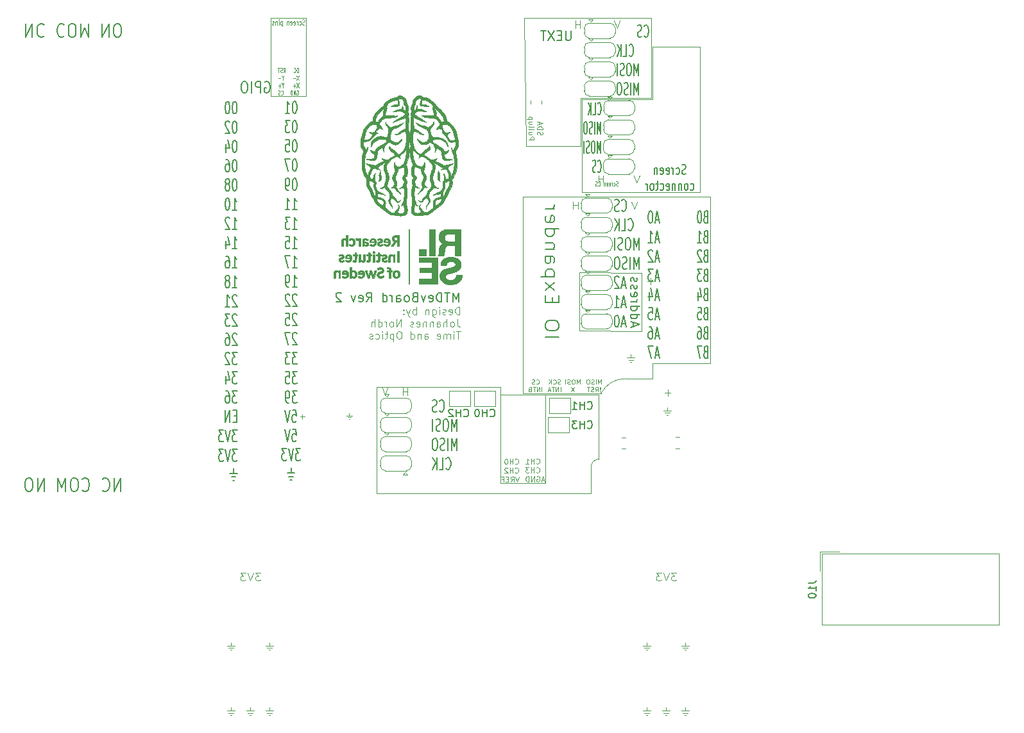
<source format=gbr>
G04 #@! TF.GenerationSoftware,KiCad,Pcbnew,(5.1.9)-1*
G04 #@! TF.CreationDate,2021-05-05T14:43:55+02:00*
G04 #@! TF.ProjectId,MTDevBoard,4d544465-7642-46f6-9172-642e6b696361,rev?*
G04 #@! TF.SameCoordinates,Original*
G04 #@! TF.FileFunction,Legend,Bot*
G04 #@! TF.FilePolarity,Positive*
%FSLAX46Y46*%
G04 Gerber Fmt 4.6, Leading zero omitted, Abs format (unit mm)*
G04 Created by KiCad (PCBNEW (5.1.9)-1) date 2021-05-05 14:43:55*
%MOMM*%
%LPD*%
G01*
G04 APERTURE LIST*
%ADD10C,0.120000*%
%ADD11C,0.100000*%
%ADD12C,0.150000*%
%ADD13C,0.125000*%
%ADD14C,0.200000*%
%ADD15C,0.010000*%
G04 APERTURE END LIST*
D10*
X63020000Y-45320000D02*
X67700000Y-45320000D01*
X63020000Y-34970000D02*
X63020000Y-45320000D01*
X67700000Y-45320000D02*
X67700000Y-34970000D01*
X67700000Y-34970000D02*
X63020000Y-34970000D01*
D11*
X67470952Y-35853333D02*
X67399523Y-35886666D01*
X67280476Y-35886666D01*
X67232857Y-35853333D01*
X67209047Y-35820000D01*
X67185238Y-35753333D01*
X67185238Y-35686666D01*
X67209047Y-35620000D01*
X67232857Y-35586666D01*
X67280476Y-35553333D01*
X67375714Y-35520000D01*
X67423333Y-35486666D01*
X67447142Y-35453333D01*
X67470952Y-35386666D01*
X67470952Y-35320000D01*
X67447142Y-35253333D01*
X67423333Y-35220000D01*
X67375714Y-35186666D01*
X67256666Y-35186666D01*
X67185238Y-35220000D01*
X66756666Y-35853333D02*
X66804285Y-35886666D01*
X66899523Y-35886666D01*
X66947142Y-35853333D01*
X66970952Y-35820000D01*
X66994761Y-35753333D01*
X66994761Y-35553333D01*
X66970952Y-35486666D01*
X66947142Y-35453333D01*
X66899523Y-35420000D01*
X66804285Y-35420000D01*
X66756666Y-35453333D01*
X66542380Y-35886666D02*
X66542380Y-35420000D01*
X66542380Y-35553333D02*
X66518571Y-35486666D01*
X66494761Y-35453333D01*
X66447142Y-35420000D01*
X66399523Y-35420000D01*
X66042380Y-35853333D02*
X66090000Y-35886666D01*
X66185238Y-35886666D01*
X66232857Y-35853333D01*
X66256666Y-35786666D01*
X66256666Y-35520000D01*
X66232857Y-35453333D01*
X66185238Y-35420000D01*
X66090000Y-35420000D01*
X66042380Y-35453333D01*
X66018571Y-35520000D01*
X66018571Y-35586666D01*
X66256666Y-35653333D01*
X65613809Y-35853333D02*
X65661428Y-35886666D01*
X65756666Y-35886666D01*
X65804285Y-35853333D01*
X65828095Y-35786666D01*
X65828095Y-35520000D01*
X65804285Y-35453333D01*
X65756666Y-35420000D01*
X65661428Y-35420000D01*
X65613809Y-35453333D01*
X65590000Y-35520000D01*
X65590000Y-35586666D01*
X65828095Y-35653333D01*
X65375714Y-35420000D02*
X65375714Y-35886666D01*
X65375714Y-35486666D02*
X65351904Y-35453333D01*
X65304285Y-35420000D01*
X65232857Y-35420000D01*
X65185238Y-35453333D01*
X65161428Y-35520000D01*
X65161428Y-35886666D01*
X64542380Y-35420000D02*
X64542380Y-36120000D01*
X64542380Y-35453333D02*
X64494761Y-35420000D01*
X64399523Y-35420000D01*
X64351904Y-35453333D01*
X64328095Y-35486666D01*
X64304285Y-35553333D01*
X64304285Y-35753333D01*
X64328095Y-35820000D01*
X64351904Y-35853333D01*
X64399523Y-35886666D01*
X64494761Y-35886666D01*
X64542380Y-35853333D01*
X64090000Y-35886666D02*
X64090000Y-35420000D01*
X64090000Y-35186666D02*
X64113809Y-35220000D01*
X64090000Y-35253333D01*
X64066190Y-35220000D01*
X64090000Y-35186666D01*
X64090000Y-35253333D01*
X63851904Y-35420000D02*
X63851904Y-35886666D01*
X63851904Y-35486666D02*
X63828095Y-35453333D01*
X63780476Y-35420000D01*
X63709047Y-35420000D01*
X63661428Y-35453333D01*
X63637619Y-35520000D01*
X63637619Y-35886666D01*
X63423333Y-35853333D02*
X63375714Y-35886666D01*
X63280476Y-35886666D01*
X63232857Y-35853333D01*
X63209047Y-35786666D01*
X63209047Y-35753333D01*
X63232857Y-35686666D01*
X63280476Y-35653333D01*
X63351904Y-35653333D01*
X63399523Y-35620000D01*
X63423333Y-35553333D01*
X63423333Y-35520000D01*
X63399523Y-35453333D01*
X63351904Y-35420000D01*
X63280476Y-35420000D01*
X63232857Y-35453333D01*
X64686904Y-42171428D02*
X64820238Y-41885714D01*
X64915476Y-42171428D02*
X64915476Y-41571428D01*
X64763095Y-41571428D01*
X64725000Y-41600000D01*
X64705952Y-41628571D01*
X64686904Y-41685714D01*
X64686904Y-41771428D01*
X64705952Y-41828571D01*
X64725000Y-41857142D01*
X64763095Y-41885714D01*
X64915476Y-41885714D01*
X64534523Y-42142857D02*
X64477380Y-42171428D01*
X64382142Y-42171428D01*
X64344047Y-42142857D01*
X64325000Y-42114285D01*
X64305952Y-42057142D01*
X64305952Y-42000000D01*
X64325000Y-41942857D01*
X64344047Y-41914285D01*
X64382142Y-41885714D01*
X64458333Y-41857142D01*
X64496428Y-41828571D01*
X64515476Y-41800000D01*
X64534523Y-41742857D01*
X64534523Y-41685714D01*
X64515476Y-41628571D01*
X64496428Y-41600000D01*
X64458333Y-41571428D01*
X64363095Y-41571428D01*
X64305952Y-41600000D01*
X64191666Y-41571428D02*
X63963095Y-41571428D01*
X64077380Y-42171428D02*
X64077380Y-41571428D01*
X64591666Y-42885714D02*
X64591666Y-43171428D01*
X64725000Y-42571428D02*
X64591666Y-42885714D01*
X64458333Y-42571428D01*
X64325000Y-42942857D02*
X64020238Y-42942857D01*
X64591666Y-43885714D02*
X64591666Y-44171428D01*
X64725000Y-43571428D02*
X64591666Y-43885714D01*
X64458333Y-43571428D01*
X64325000Y-43942857D02*
X64020238Y-43942857D01*
X64172619Y-44171428D02*
X64172619Y-43714285D01*
X64382142Y-45114285D02*
X64401190Y-45142857D01*
X64458333Y-45171428D01*
X64496428Y-45171428D01*
X64553571Y-45142857D01*
X64591666Y-45085714D01*
X64610714Y-45028571D01*
X64629761Y-44914285D01*
X64629761Y-44828571D01*
X64610714Y-44714285D01*
X64591666Y-44657142D01*
X64553571Y-44600000D01*
X64496428Y-44571428D01*
X64458333Y-44571428D01*
X64401190Y-44600000D01*
X64382142Y-44628571D01*
X64229761Y-45142857D02*
X64172619Y-45171428D01*
X64077380Y-45171428D01*
X64039285Y-45142857D01*
X64020238Y-45114285D01*
X64001190Y-45057142D01*
X64001190Y-45000000D01*
X64020238Y-44942857D01*
X64039285Y-44914285D01*
X64077380Y-44885714D01*
X64153571Y-44857142D01*
X64191666Y-44828571D01*
X64210714Y-44800000D01*
X64229761Y-44742857D01*
X64229761Y-44685714D01*
X64210714Y-44628571D01*
X64191666Y-44600000D01*
X64153571Y-44571428D01*
X64058333Y-44571428D01*
X64001190Y-44600000D01*
X66669761Y-42171428D02*
X66669761Y-41571428D01*
X66574523Y-41571428D01*
X66517380Y-41600000D01*
X66479285Y-41657142D01*
X66460238Y-41714285D01*
X66441190Y-41828571D01*
X66441190Y-41914285D01*
X66460238Y-42028571D01*
X66479285Y-42085714D01*
X66517380Y-42142857D01*
X66574523Y-42171428D01*
X66669761Y-42171428D01*
X66041190Y-42114285D02*
X66060238Y-42142857D01*
X66117380Y-42171428D01*
X66155476Y-42171428D01*
X66212619Y-42142857D01*
X66250714Y-42085714D01*
X66269761Y-42028571D01*
X66288809Y-41914285D01*
X66288809Y-41828571D01*
X66269761Y-41714285D01*
X66250714Y-41657142D01*
X66212619Y-41600000D01*
X66155476Y-41571428D01*
X66117380Y-41571428D01*
X66060238Y-41600000D01*
X66041190Y-41628571D01*
X66707857Y-42571428D02*
X66441190Y-43171428D01*
X66441190Y-42571428D02*
X66707857Y-43171428D01*
X66288809Y-42942857D02*
X65984047Y-42942857D01*
X66707857Y-43571428D02*
X66441190Y-44171428D01*
X66441190Y-43571428D02*
X66707857Y-44171428D01*
X66288809Y-43942857D02*
X65984047Y-43942857D01*
X66136428Y-44171428D02*
X66136428Y-43714285D01*
X66460238Y-44600000D02*
X66498333Y-44571428D01*
X66555476Y-44571428D01*
X66612619Y-44600000D01*
X66650714Y-44657142D01*
X66669761Y-44714285D01*
X66688809Y-44828571D01*
X66688809Y-44914285D01*
X66669761Y-45028571D01*
X66650714Y-45085714D01*
X66612619Y-45142857D01*
X66555476Y-45171428D01*
X66517380Y-45171428D01*
X66460238Y-45142857D01*
X66441190Y-45114285D01*
X66441190Y-44914285D01*
X66517380Y-44914285D01*
X66269761Y-45171428D02*
X66269761Y-44571428D01*
X66041190Y-45171428D01*
X66041190Y-44571428D01*
X65850714Y-45171428D02*
X65850714Y-44571428D01*
X65755476Y-44571428D01*
X65698333Y-44600000D01*
X65660238Y-44657142D01*
X65641190Y-44714285D01*
X65622142Y-44828571D01*
X65622142Y-44914285D01*
X65641190Y-45028571D01*
X65660238Y-45085714D01*
X65698333Y-45142857D01*
X65755476Y-45171428D01*
X65850714Y-45171428D01*
X108813571Y-57132857D02*
X108756428Y-57161428D01*
X108661190Y-57161428D01*
X108623095Y-57132857D01*
X108604047Y-57104285D01*
X108585000Y-57047142D01*
X108585000Y-56990000D01*
X108604047Y-56932857D01*
X108623095Y-56904285D01*
X108661190Y-56875714D01*
X108737380Y-56847142D01*
X108775476Y-56818571D01*
X108794523Y-56790000D01*
X108813571Y-56732857D01*
X108813571Y-56675714D01*
X108794523Y-56618571D01*
X108775476Y-56590000D01*
X108737380Y-56561428D01*
X108642142Y-56561428D01*
X108585000Y-56590000D01*
X108242142Y-57132857D02*
X108280238Y-57161428D01*
X108356428Y-57161428D01*
X108394523Y-57132857D01*
X108413571Y-57104285D01*
X108432619Y-57047142D01*
X108432619Y-56875714D01*
X108413571Y-56818571D01*
X108394523Y-56790000D01*
X108356428Y-56761428D01*
X108280238Y-56761428D01*
X108242142Y-56790000D01*
X108070714Y-57161428D02*
X108070714Y-56761428D01*
X108070714Y-56875714D02*
X108051666Y-56818571D01*
X108032619Y-56790000D01*
X107994523Y-56761428D01*
X107956428Y-56761428D01*
X107670714Y-57132857D02*
X107708809Y-57161428D01*
X107785000Y-57161428D01*
X107823095Y-57132857D01*
X107842142Y-57075714D01*
X107842142Y-56847142D01*
X107823095Y-56790000D01*
X107785000Y-56761428D01*
X107708809Y-56761428D01*
X107670714Y-56790000D01*
X107651666Y-56847142D01*
X107651666Y-56904285D01*
X107842142Y-56961428D01*
X107327857Y-57132857D02*
X107365952Y-57161428D01*
X107442142Y-57161428D01*
X107480238Y-57132857D01*
X107499285Y-57075714D01*
X107499285Y-56847142D01*
X107480238Y-56790000D01*
X107442142Y-56761428D01*
X107365952Y-56761428D01*
X107327857Y-56790000D01*
X107308809Y-56847142D01*
X107308809Y-56904285D01*
X107499285Y-56961428D01*
X107137380Y-56761428D02*
X107137380Y-57161428D01*
X107137380Y-56818571D02*
X107118333Y-56790000D01*
X107080238Y-56761428D01*
X107023095Y-56761428D01*
X106985000Y-56790000D01*
X106965952Y-56847142D01*
X106965952Y-57161428D01*
X106242142Y-57104285D02*
X106261190Y-57132857D01*
X106318333Y-57161428D01*
X106356428Y-57161428D01*
X106413571Y-57132857D01*
X106451666Y-57075714D01*
X106470714Y-57018571D01*
X106489761Y-56904285D01*
X106489761Y-56818571D01*
X106470714Y-56704285D01*
X106451666Y-56647142D01*
X106413571Y-56590000D01*
X106356428Y-56561428D01*
X106318333Y-56561428D01*
X106261190Y-56590000D01*
X106242142Y-56618571D01*
X106089761Y-57132857D02*
X106032619Y-57161428D01*
X105937380Y-57161428D01*
X105899285Y-57132857D01*
X105880238Y-57104285D01*
X105861190Y-57047142D01*
X105861190Y-56990000D01*
X105880238Y-56932857D01*
X105899285Y-56904285D01*
X105937380Y-56875714D01*
X106013571Y-56847142D01*
X106051666Y-56818571D01*
X106070714Y-56790000D01*
X106089761Y-56732857D01*
X106089761Y-56675714D01*
X106070714Y-56618571D01*
X106051666Y-56590000D01*
X106013571Y-56561428D01*
X105918333Y-56561428D01*
X105861190Y-56590000D01*
D12*
X62240000Y-43440000D02*
X62354285Y-43368571D01*
X62525714Y-43368571D01*
X62697142Y-43440000D01*
X62811428Y-43582857D01*
X62868571Y-43725714D01*
X62925714Y-44011428D01*
X62925714Y-44225714D01*
X62868571Y-44511428D01*
X62811428Y-44654285D01*
X62697142Y-44797142D01*
X62525714Y-44868571D01*
X62411428Y-44868571D01*
X62240000Y-44797142D01*
X62182857Y-44725714D01*
X62182857Y-44225714D01*
X62411428Y-44225714D01*
X61668571Y-44868571D02*
X61668571Y-43368571D01*
X61211428Y-43368571D01*
X61097142Y-43440000D01*
X61040000Y-43511428D01*
X60982857Y-43654285D01*
X60982857Y-43868571D01*
X61040000Y-44011428D01*
X61097142Y-44082857D01*
X61211428Y-44154285D01*
X61668571Y-44154285D01*
X60468571Y-44868571D02*
X60468571Y-43368571D01*
X59668571Y-43368571D02*
X59440000Y-43368571D01*
X59325714Y-43440000D01*
X59211428Y-43582857D01*
X59154285Y-43868571D01*
X59154285Y-44368571D01*
X59211428Y-44654285D01*
X59325714Y-44797142D01*
X59440000Y-44868571D01*
X59668571Y-44868571D01*
X59782857Y-44797142D01*
X59897142Y-44654285D01*
X59954285Y-44368571D01*
X59954285Y-43868571D01*
X59897142Y-43582857D01*
X59782857Y-43440000D01*
X59668571Y-43368571D01*
D13*
X98224166Y-50430000D02*
X98190833Y-50330000D01*
X98190833Y-50163333D01*
X98224166Y-50096666D01*
X98257500Y-50063333D01*
X98324166Y-50030000D01*
X98390833Y-50030000D01*
X98457500Y-50063333D01*
X98490833Y-50096666D01*
X98524166Y-50163333D01*
X98557500Y-50296666D01*
X98590833Y-50363333D01*
X98624166Y-50396666D01*
X98690833Y-50430000D01*
X98757500Y-50430000D01*
X98824166Y-50396666D01*
X98857500Y-50363333D01*
X98890833Y-50296666D01*
X98890833Y-50130000D01*
X98857500Y-50030000D01*
X98190833Y-49730000D02*
X98890833Y-49730000D01*
X98890833Y-49563333D01*
X98857500Y-49463333D01*
X98790833Y-49396666D01*
X98724166Y-49363333D01*
X98590833Y-49330000D01*
X98490833Y-49330000D01*
X98357500Y-49363333D01*
X98290833Y-49396666D01*
X98224166Y-49463333D01*
X98190833Y-49563333D01*
X98190833Y-49730000D01*
X98390833Y-49063333D02*
X98390833Y-48730000D01*
X98190833Y-49130000D02*
X98890833Y-48896666D01*
X98190833Y-48663333D01*
X97015833Y-51080000D02*
X97715833Y-51080000D01*
X97715833Y-50813333D01*
X97682500Y-50746666D01*
X97649166Y-50713333D01*
X97582500Y-50680000D01*
X97482500Y-50680000D01*
X97415833Y-50713333D01*
X97382500Y-50746666D01*
X97349166Y-50813333D01*
X97349166Y-51080000D01*
X97482500Y-50080000D02*
X97015833Y-50080000D01*
X97482500Y-50380000D02*
X97115833Y-50380000D01*
X97049166Y-50346666D01*
X97015833Y-50280000D01*
X97015833Y-50180000D01*
X97049166Y-50113333D01*
X97082500Y-50080000D01*
X97015833Y-49646666D02*
X97049166Y-49713333D01*
X97115833Y-49746666D01*
X97715833Y-49746666D01*
X97015833Y-49280000D02*
X97049166Y-49346666D01*
X97115833Y-49380000D01*
X97715833Y-49380000D01*
X97482500Y-48713333D02*
X97015833Y-48713333D01*
X97482500Y-49013333D02*
X97115833Y-49013333D01*
X97049166Y-48980000D01*
X97015833Y-48913333D01*
X97015833Y-48813333D01*
X97049166Y-48746666D01*
X97082500Y-48713333D01*
X97482500Y-48380000D02*
X96782500Y-48380000D01*
X97449166Y-48380000D02*
X97482500Y-48313333D01*
X97482500Y-48180000D01*
X97449166Y-48113333D01*
X97415833Y-48080000D01*
X97349166Y-48046666D01*
X97149166Y-48046666D01*
X97082500Y-48080000D01*
X97049166Y-48113333D01*
X97015833Y-48180000D01*
X97015833Y-48313333D01*
X97049166Y-48380000D01*
D10*
X76990000Y-83790000D02*
X93290000Y-83790000D01*
X93290000Y-84790000D02*
X93290000Y-83790000D01*
D12*
X99275714Y-77149047D02*
X101075714Y-77149047D01*
X101075714Y-75815714D02*
X101075714Y-75434761D01*
X100990000Y-75244285D01*
X100818571Y-75053809D01*
X100475714Y-74958571D01*
X99875714Y-74958571D01*
X99532857Y-75053809D01*
X99361428Y-75244285D01*
X99275714Y-75434761D01*
X99275714Y-75815714D01*
X99361428Y-76006190D01*
X99532857Y-76196666D01*
X99875714Y-76291904D01*
X100475714Y-76291904D01*
X100818571Y-76196666D01*
X100990000Y-76006190D01*
X101075714Y-75815714D01*
X100218571Y-72577619D02*
X100218571Y-71910952D01*
X99275714Y-71625238D02*
X99275714Y-72577619D01*
X101075714Y-72577619D01*
X101075714Y-71625238D01*
X99275714Y-70958571D02*
X100475714Y-69910952D01*
X100475714Y-70958571D02*
X99275714Y-69910952D01*
X100475714Y-69149047D02*
X98675714Y-69149047D01*
X100390000Y-69149047D02*
X100475714Y-68958571D01*
X100475714Y-68577619D01*
X100390000Y-68387142D01*
X100304285Y-68291904D01*
X100132857Y-68196666D01*
X99618571Y-68196666D01*
X99447142Y-68291904D01*
X99361428Y-68387142D01*
X99275714Y-68577619D01*
X99275714Y-68958571D01*
X99361428Y-69149047D01*
X99275714Y-66482380D02*
X100218571Y-66482380D01*
X100390000Y-66577619D01*
X100475714Y-66768095D01*
X100475714Y-67149047D01*
X100390000Y-67339523D01*
X99361428Y-66482380D02*
X99275714Y-66672857D01*
X99275714Y-67149047D01*
X99361428Y-67339523D01*
X99532857Y-67434761D01*
X99704285Y-67434761D01*
X99875714Y-67339523D01*
X99961428Y-67149047D01*
X99961428Y-66672857D01*
X100047142Y-66482380D01*
X100475714Y-65530000D02*
X99275714Y-65530000D01*
X100304285Y-65530000D02*
X100390000Y-65434761D01*
X100475714Y-65244285D01*
X100475714Y-64958571D01*
X100390000Y-64768095D01*
X100218571Y-64672857D01*
X99275714Y-64672857D01*
X99275714Y-62863333D02*
X101075714Y-62863333D01*
X99361428Y-62863333D02*
X99275714Y-63053809D01*
X99275714Y-63434761D01*
X99361428Y-63625238D01*
X99447142Y-63720476D01*
X99618571Y-63815714D01*
X100132857Y-63815714D01*
X100304285Y-63720476D01*
X100390000Y-63625238D01*
X100475714Y-63434761D01*
X100475714Y-63053809D01*
X100390000Y-62863333D01*
X99361428Y-61149047D02*
X99275714Y-61339523D01*
X99275714Y-61720476D01*
X99361428Y-61910952D01*
X99532857Y-62006190D01*
X100218571Y-62006190D01*
X100390000Y-61910952D01*
X100475714Y-61720476D01*
X100475714Y-61339523D01*
X100390000Y-61149047D01*
X100218571Y-61053809D01*
X100047142Y-61053809D01*
X99875714Y-62006190D01*
X99275714Y-60196666D02*
X100475714Y-60196666D01*
X100132857Y-60196666D02*
X100304285Y-60101428D01*
X100390000Y-60006190D01*
X100475714Y-59815714D01*
X100475714Y-59625238D01*
X102634285Y-36648095D02*
X102634285Y-37700476D01*
X102577142Y-37824285D01*
X102520000Y-37886190D01*
X102405714Y-37948095D01*
X102177142Y-37948095D01*
X102062857Y-37886190D01*
X102005714Y-37824285D01*
X101948571Y-37700476D01*
X101948571Y-36648095D01*
X101377142Y-37267142D02*
X100977142Y-37267142D01*
X100805714Y-37948095D02*
X101377142Y-37948095D01*
X101377142Y-36648095D01*
X100805714Y-36648095D01*
X100405714Y-36648095D02*
X99605714Y-37948095D01*
X99605714Y-36648095D02*
X100405714Y-37948095D01*
X99320000Y-36648095D02*
X98634285Y-36648095D01*
X98977142Y-37948095D02*
X98977142Y-36648095D01*
X117790000Y-55586190D02*
X117661428Y-55648095D01*
X117447142Y-55648095D01*
X117361428Y-55586190D01*
X117318571Y-55524285D01*
X117275714Y-55400476D01*
X117275714Y-55276666D01*
X117318571Y-55152857D01*
X117361428Y-55090952D01*
X117447142Y-55029047D01*
X117618571Y-54967142D01*
X117704285Y-54905238D01*
X117747142Y-54843333D01*
X117790000Y-54719523D01*
X117790000Y-54595714D01*
X117747142Y-54471904D01*
X117704285Y-54410000D01*
X117618571Y-54348095D01*
X117404285Y-54348095D01*
X117275714Y-54410000D01*
X116504285Y-55586190D02*
X116590000Y-55648095D01*
X116761428Y-55648095D01*
X116847142Y-55586190D01*
X116890000Y-55524285D01*
X116932857Y-55400476D01*
X116932857Y-55029047D01*
X116890000Y-54905238D01*
X116847142Y-54843333D01*
X116761428Y-54781428D01*
X116590000Y-54781428D01*
X116504285Y-54843333D01*
X116118571Y-55648095D02*
X116118571Y-54781428D01*
X116118571Y-55029047D02*
X116075714Y-54905238D01*
X116032857Y-54843333D01*
X115947142Y-54781428D01*
X115861428Y-54781428D01*
X115218571Y-55586190D02*
X115304285Y-55648095D01*
X115475714Y-55648095D01*
X115561428Y-55586190D01*
X115604285Y-55462380D01*
X115604285Y-54967142D01*
X115561428Y-54843333D01*
X115475714Y-54781428D01*
X115304285Y-54781428D01*
X115218571Y-54843333D01*
X115175714Y-54967142D01*
X115175714Y-55090952D01*
X115604285Y-55214761D01*
X114447142Y-55586190D02*
X114532857Y-55648095D01*
X114704285Y-55648095D01*
X114790000Y-55586190D01*
X114832857Y-55462380D01*
X114832857Y-54967142D01*
X114790000Y-54843333D01*
X114704285Y-54781428D01*
X114532857Y-54781428D01*
X114447142Y-54843333D01*
X114404285Y-54967142D01*
X114404285Y-55090952D01*
X114832857Y-55214761D01*
X114018571Y-54781428D02*
X114018571Y-55648095D01*
X114018571Y-54905238D02*
X113975714Y-54843333D01*
X113890000Y-54781428D01*
X113761428Y-54781428D01*
X113675714Y-54843333D01*
X113632857Y-54967142D01*
X113632857Y-55648095D01*
X118411428Y-57686190D02*
X118497142Y-57748095D01*
X118668571Y-57748095D01*
X118754285Y-57686190D01*
X118797142Y-57624285D01*
X118840000Y-57500476D01*
X118840000Y-57129047D01*
X118797142Y-57005238D01*
X118754285Y-56943333D01*
X118668571Y-56881428D01*
X118497142Y-56881428D01*
X118411428Y-56943333D01*
X117897142Y-57748095D02*
X117982857Y-57686190D01*
X118025714Y-57624285D01*
X118068571Y-57500476D01*
X118068571Y-57129047D01*
X118025714Y-57005238D01*
X117982857Y-56943333D01*
X117897142Y-56881428D01*
X117768571Y-56881428D01*
X117682857Y-56943333D01*
X117640000Y-57005238D01*
X117597142Y-57129047D01*
X117597142Y-57500476D01*
X117640000Y-57624285D01*
X117682857Y-57686190D01*
X117768571Y-57748095D01*
X117897142Y-57748095D01*
X117211428Y-56881428D02*
X117211428Y-57748095D01*
X117211428Y-57005238D02*
X117168571Y-56943333D01*
X117082857Y-56881428D01*
X116954285Y-56881428D01*
X116868571Y-56943333D01*
X116825714Y-57067142D01*
X116825714Y-57748095D01*
X116397142Y-56881428D02*
X116397142Y-57748095D01*
X116397142Y-57005238D02*
X116354285Y-56943333D01*
X116268571Y-56881428D01*
X116140000Y-56881428D01*
X116054285Y-56943333D01*
X116011428Y-57067142D01*
X116011428Y-57748095D01*
X115240000Y-57686190D02*
X115325714Y-57748095D01*
X115497142Y-57748095D01*
X115582857Y-57686190D01*
X115625714Y-57562380D01*
X115625714Y-57067142D01*
X115582857Y-56943333D01*
X115497142Y-56881428D01*
X115325714Y-56881428D01*
X115240000Y-56943333D01*
X115197142Y-57067142D01*
X115197142Y-57190952D01*
X115625714Y-57314761D01*
X114425714Y-57686190D02*
X114511428Y-57748095D01*
X114682857Y-57748095D01*
X114768571Y-57686190D01*
X114811428Y-57624285D01*
X114854285Y-57500476D01*
X114854285Y-57129047D01*
X114811428Y-57005238D01*
X114768571Y-56943333D01*
X114682857Y-56881428D01*
X114511428Y-56881428D01*
X114425714Y-56943333D01*
X114168571Y-56881428D02*
X113825714Y-56881428D01*
X114040000Y-56448095D02*
X114040000Y-57562380D01*
X113997142Y-57686190D01*
X113911428Y-57748095D01*
X113825714Y-57748095D01*
X113397142Y-57748095D02*
X113482857Y-57686190D01*
X113525714Y-57624285D01*
X113568571Y-57500476D01*
X113568571Y-57129047D01*
X113525714Y-57005238D01*
X113482857Y-56943333D01*
X113397142Y-56881428D01*
X113268571Y-56881428D01*
X113182857Y-56943333D01*
X113140000Y-57005238D01*
X113097142Y-57129047D01*
X113097142Y-57500476D01*
X113140000Y-57624285D01*
X113182857Y-57686190D01*
X113268571Y-57748095D01*
X113397142Y-57748095D01*
X112711428Y-57748095D02*
X112711428Y-56881428D01*
X112711428Y-57129047D02*
X112668571Y-57005238D01*
X112625714Y-56943333D01*
X112540000Y-56881428D01*
X112454285Y-56881428D01*
D10*
X96430000Y-34980000D02*
X113200000Y-34980000D01*
X96700000Y-51940000D02*
X96430000Y-34980000D01*
X103900000Y-51940000D02*
X96700000Y-51940000D01*
X103900000Y-45530000D02*
X103900000Y-51940000D01*
X113200000Y-45530000D02*
X103900000Y-45530000D01*
X113200000Y-35000000D02*
X113200000Y-45530000D01*
X104080000Y-58040000D02*
X104070000Y-45710000D01*
X119670000Y-58050000D02*
X104080000Y-58040000D01*
X119670000Y-38800000D02*
X119670000Y-58050000D01*
X113400000Y-38800000D02*
X119670000Y-38800000D01*
X113390000Y-45720000D02*
X113400000Y-38800000D01*
X104070000Y-45710000D02*
X113390000Y-45720000D01*
D14*
X110870000Y-75758571D02*
X110870000Y-75187142D01*
X110527142Y-75872857D02*
X111727142Y-75472857D01*
X110527142Y-75072857D01*
X110527142Y-74158571D02*
X111727142Y-74158571D01*
X110584285Y-74158571D02*
X110527142Y-74272857D01*
X110527142Y-74501428D01*
X110584285Y-74615714D01*
X110641428Y-74672857D01*
X110755714Y-74730000D01*
X111098571Y-74730000D01*
X111212857Y-74672857D01*
X111270000Y-74615714D01*
X111327142Y-74501428D01*
X111327142Y-74272857D01*
X111270000Y-74158571D01*
X110527142Y-73072857D02*
X111727142Y-73072857D01*
X110584285Y-73072857D02*
X110527142Y-73187142D01*
X110527142Y-73415714D01*
X110584285Y-73530000D01*
X110641428Y-73587142D01*
X110755714Y-73644285D01*
X111098571Y-73644285D01*
X111212857Y-73587142D01*
X111270000Y-73530000D01*
X111327142Y-73415714D01*
X111327142Y-73187142D01*
X111270000Y-73072857D01*
X110527142Y-72501428D02*
X111327142Y-72501428D01*
X111098571Y-72501428D02*
X111212857Y-72444285D01*
X111270000Y-72387142D01*
X111327142Y-72272857D01*
X111327142Y-72158571D01*
X110584285Y-71301428D02*
X110527142Y-71415714D01*
X110527142Y-71644285D01*
X110584285Y-71758571D01*
X110698571Y-71815714D01*
X111155714Y-71815714D01*
X111270000Y-71758571D01*
X111327142Y-71644285D01*
X111327142Y-71415714D01*
X111270000Y-71301428D01*
X111155714Y-71244285D01*
X111041428Y-71244285D01*
X110927142Y-71815714D01*
X110584285Y-70787142D02*
X110527142Y-70672857D01*
X110527142Y-70444285D01*
X110584285Y-70330000D01*
X110698571Y-70272857D01*
X110755714Y-70272857D01*
X110870000Y-70330000D01*
X110927142Y-70444285D01*
X110927142Y-70615714D01*
X110984285Y-70730000D01*
X111098571Y-70787142D01*
X111155714Y-70787142D01*
X111270000Y-70730000D01*
X111327142Y-70615714D01*
X111327142Y-70444285D01*
X111270000Y-70330000D01*
X110584285Y-69815714D02*
X110527142Y-69701428D01*
X110527142Y-69472857D01*
X110584285Y-69358571D01*
X110698571Y-69301428D01*
X110755714Y-69301428D01*
X110870000Y-69358571D01*
X110927142Y-69472857D01*
X110927142Y-69644285D01*
X110984285Y-69758571D01*
X111098571Y-69815714D01*
X111155714Y-69815714D01*
X111270000Y-69758571D01*
X111327142Y-69644285D01*
X111327142Y-69472857D01*
X111270000Y-69358571D01*
D10*
X103720000Y-76340000D02*
X103720000Y-68620000D01*
X111970000Y-76350000D02*
X103720000Y-76340000D01*
X111970000Y-68640000D02*
X111970000Y-76350000D01*
X103720000Y-68620000D02*
X111970000Y-68640000D01*
D12*
X106165833Y-47606428D02*
X106199166Y-47682619D01*
X106299166Y-47758809D01*
X106365833Y-47758809D01*
X106465833Y-47682619D01*
X106532500Y-47530238D01*
X106565833Y-47377857D01*
X106599166Y-47073095D01*
X106599166Y-46844523D01*
X106565833Y-46539761D01*
X106532500Y-46387380D01*
X106465833Y-46235000D01*
X106365833Y-46158809D01*
X106299166Y-46158809D01*
X106199166Y-46235000D01*
X106165833Y-46311190D01*
X105532500Y-47758809D02*
X105865833Y-47758809D01*
X105865833Y-46158809D01*
X105299166Y-47758809D02*
X105299166Y-46158809D01*
X104899166Y-47758809D02*
X105199166Y-46844523D01*
X104899166Y-46158809D02*
X105299166Y-47073095D01*
X106565833Y-50308809D02*
X106565833Y-48708809D01*
X106332500Y-49851666D01*
X106099166Y-48708809D01*
X106099166Y-50308809D01*
X105765833Y-50308809D02*
X105765833Y-48708809D01*
X105465833Y-50232619D02*
X105365833Y-50308809D01*
X105199166Y-50308809D01*
X105132500Y-50232619D01*
X105099166Y-50156428D01*
X105065833Y-50004047D01*
X105065833Y-49851666D01*
X105099166Y-49699285D01*
X105132500Y-49623095D01*
X105199166Y-49546904D01*
X105332500Y-49470714D01*
X105399166Y-49394523D01*
X105432500Y-49318333D01*
X105465833Y-49165952D01*
X105465833Y-49013571D01*
X105432500Y-48861190D01*
X105399166Y-48785000D01*
X105332500Y-48708809D01*
X105165833Y-48708809D01*
X105065833Y-48785000D01*
X104632500Y-48708809D02*
X104499166Y-48708809D01*
X104432500Y-48785000D01*
X104365833Y-48937380D01*
X104332500Y-49242142D01*
X104332500Y-49775476D01*
X104365833Y-50080238D01*
X104432500Y-50232619D01*
X104499166Y-50308809D01*
X104632500Y-50308809D01*
X104699166Y-50232619D01*
X104765833Y-50080238D01*
X104799166Y-49775476D01*
X104799166Y-49242142D01*
X104765833Y-48937380D01*
X104699166Y-48785000D01*
X104632500Y-48708809D01*
X106565833Y-52858809D02*
X106565833Y-51258809D01*
X106332500Y-52401666D01*
X106099166Y-51258809D01*
X106099166Y-52858809D01*
X105632500Y-51258809D02*
X105499166Y-51258809D01*
X105432500Y-51335000D01*
X105365833Y-51487380D01*
X105332500Y-51792142D01*
X105332500Y-52325476D01*
X105365833Y-52630238D01*
X105432500Y-52782619D01*
X105499166Y-52858809D01*
X105632500Y-52858809D01*
X105699166Y-52782619D01*
X105765833Y-52630238D01*
X105799166Y-52325476D01*
X105799166Y-51792142D01*
X105765833Y-51487380D01*
X105699166Y-51335000D01*
X105632500Y-51258809D01*
X105065833Y-52782619D02*
X104965833Y-52858809D01*
X104799166Y-52858809D01*
X104732500Y-52782619D01*
X104699166Y-52706428D01*
X104665833Y-52554047D01*
X104665833Y-52401666D01*
X104699166Y-52249285D01*
X104732500Y-52173095D01*
X104799166Y-52096904D01*
X104932500Y-52020714D01*
X104999166Y-51944523D01*
X105032500Y-51868333D01*
X105065833Y-51715952D01*
X105065833Y-51563571D01*
X105032500Y-51411190D01*
X104999166Y-51335000D01*
X104932500Y-51258809D01*
X104765833Y-51258809D01*
X104665833Y-51335000D01*
X104365833Y-52858809D02*
X104365833Y-51258809D01*
X106165833Y-55256428D02*
X106199166Y-55332619D01*
X106299166Y-55408809D01*
X106365833Y-55408809D01*
X106465833Y-55332619D01*
X106532500Y-55180238D01*
X106565833Y-55027857D01*
X106599166Y-54723095D01*
X106599166Y-54494523D01*
X106565833Y-54189761D01*
X106532500Y-54037380D01*
X106465833Y-53885000D01*
X106365833Y-53808809D01*
X106299166Y-53808809D01*
X106199166Y-53885000D01*
X106165833Y-53961190D01*
X105899166Y-55332619D02*
X105799166Y-55408809D01*
X105632500Y-55408809D01*
X105565833Y-55332619D01*
X105532500Y-55256428D01*
X105499166Y-55104047D01*
X105499166Y-54951666D01*
X105532500Y-54799285D01*
X105565833Y-54723095D01*
X105632500Y-54646904D01*
X105765833Y-54570714D01*
X105832500Y-54494523D01*
X105865833Y-54418333D01*
X105899166Y-54265952D01*
X105899166Y-54113571D01*
X105865833Y-53961190D01*
X105832500Y-53885000D01*
X105765833Y-53808809D01*
X105599166Y-53808809D01*
X105499166Y-53885000D01*
D11*
X106285714Y-56772380D02*
X106285714Y-55772380D01*
X106285714Y-56248571D02*
X106914285Y-56248571D01*
X106914285Y-56772380D02*
X106914285Y-55772380D01*
X110933333Y-55772380D02*
X111300000Y-56772380D01*
X111666666Y-55772380D01*
X108355333Y-35312380D02*
X108722000Y-36312380D01*
X109088666Y-35312380D01*
X103209762Y-36322380D02*
X103209762Y-35322380D01*
X103209762Y-35798571D02*
X103838333Y-35798571D01*
X103838333Y-36322380D02*
X103838333Y-35322380D01*
D12*
X112298928Y-37356428D02*
X112341785Y-37432619D01*
X112470357Y-37508809D01*
X112556071Y-37508809D01*
X112684642Y-37432619D01*
X112770357Y-37280238D01*
X112813214Y-37127857D01*
X112856071Y-36823095D01*
X112856071Y-36594523D01*
X112813214Y-36289761D01*
X112770357Y-36137380D01*
X112684642Y-35985000D01*
X112556071Y-35908809D01*
X112470357Y-35908809D01*
X112341785Y-35985000D01*
X112298928Y-36061190D01*
X111956071Y-37432619D02*
X111827500Y-37508809D01*
X111613214Y-37508809D01*
X111527500Y-37432619D01*
X111484642Y-37356428D01*
X111441785Y-37204047D01*
X111441785Y-37051666D01*
X111484642Y-36899285D01*
X111527500Y-36823095D01*
X111613214Y-36746904D01*
X111784642Y-36670714D01*
X111870357Y-36594523D01*
X111913214Y-36518333D01*
X111956071Y-36365952D01*
X111956071Y-36213571D01*
X111913214Y-36061190D01*
X111870357Y-35985000D01*
X111784642Y-35908809D01*
X111570357Y-35908809D01*
X111441785Y-35985000D01*
X110327500Y-39906428D02*
X110370357Y-39982619D01*
X110498928Y-40058809D01*
X110584642Y-40058809D01*
X110713214Y-39982619D01*
X110798928Y-39830238D01*
X110841785Y-39677857D01*
X110884642Y-39373095D01*
X110884642Y-39144523D01*
X110841785Y-38839761D01*
X110798928Y-38687380D01*
X110713214Y-38535000D01*
X110584642Y-38458809D01*
X110498928Y-38458809D01*
X110370357Y-38535000D01*
X110327500Y-38611190D01*
X109513214Y-40058809D02*
X109941785Y-40058809D01*
X109941785Y-38458809D01*
X109213214Y-40058809D02*
X109213214Y-38458809D01*
X108698928Y-40058809D02*
X109084642Y-39144523D01*
X108698928Y-38458809D02*
X109213214Y-39373095D01*
X111570357Y-42608809D02*
X111570357Y-41008809D01*
X111270357Y-42151666D01*
X110970357Y-41008809D01*
X110970357Y-42608809D01*
X110370357Y-41008809D02*
X110198928Y-41008809D01*
X110113214Y-41085000D01*
X110027500Y-41237380D01*
X109984642Y-41542142D01*
X109984642Y-42075476D01*
X110027500Y-42380238D01*
X110113214Y-42532619D01*
X110198928Y-42608809D01*
X110370357Y-42608809D01*
X110456071Y-42532619D01*
X110541785Y-42380238D01*
X110584642Y-42075476D01*
X110584642Y-41542142D01*
X110541785Y-41237380D01*
X110456071Y-41085000D01*
X110370357Y-41008809D01*
X109641785Y-42532619D02*
X109513214Y-42608809D01*
X109298928Y-42608809D01*
X109213214Y-42532619D01*
X109170357Y-42456428D01*
X109127500Y-42304047D01*
X109127500Y-42151666D01*
X109170357Y-41999285D01*
X109213214Y-41923095D01*
X109298928Y-41846904D01*
X109470357Y-41770714D01*
X109556071Y-41694523D01*
X109598928Y-41618333D01*
X109641785Y-41465952D01*
X109641785Y-41313571D01*
X109598928Y-41161190D01*
X109556071Y-41085000D01*
X109470357Y-41008809D01*
X109256071Y-41008809D01*
X109127500Y-41085000D01*
X108741785Y-42608809D02*
X108741785Y-41008809D01*
X111570357Y-45158809D02*
X111570357Y-43558809D01*
X111270357Y-44701666D01*
X110970357Y-43558809D01*
X110970357Y-45158809D01*
X110541785Y-45158809D02*
X110541785Y-43558809D01*
X110156071Y-45082619D02*
X110027500Y-45158809D01*
X109813214Y-45158809D01*
X109727500Y-45082619D01*
X109684642Y-45006428D01*
X109641785Y-44854047D01*
X109641785Y-44701666D01*
X109684642Y-44549285D01*
X109727500Y-44473095D01*
X109813214Y-44396904D01*
X109984642Y-44320714D01*
X110070357Y-44244523D01*
X110113214Y-44168333D01*
X110156071Y-44015952D01*
X110156071Y-43863571D01*
X110113214Y-43711190D01*
X110070357Y-43635000D01*
X109984642Y-43558809D01*
X109770357Y-43558809D01*
X109641785Y-43635000D01*
X109084642Y-43558809D02*
X108913214Y-43558809D01*
X108827500Y-43635000D01*
X108741785Y-43787380D01*
X108698928Y-44092142D01*
X108698928Y-44625476D01*
X108741785Y-44930238D01*
X108827500Y-45082619D01*
X108913214Y-45158809D01*
X109084642Y-45158809D01*
X109170357Y-45082619D01*
X109256071Y-44930238D01*
X109298928Y-44625476D01*
X109298928Y-44092142D01*
X109256071Y-43787380D01*
X109170357Y-43635000D01*
X109084642Y-43558809D01*
D14*
X88490476Y-87587142D02*
X88538095Y-87634761D01*
X88680952Y-87682380D01*
X88776190Y-87682380D01*
X88919047Y-87634761D01*
X89014285Y-87539523D01*
X89061904Y-87444285D01*
X89109523Y-87253809D01*
X89109523Y-87110952D01*
X89061904Y-86920476D01*
X89014285Y-86825238D01*
X88919047Y-86730000D01*
X88776190Y-86682380D01*
X88680952Y-86682380D01*
X88538095Y-86730000D01*
X88490476Y-86777619D01*
X88061904Y-87682380D02*
X88061904Y-86682380D01*
X88061904Y-87158571D02*
X87490476Y-87158571D01*
X87490476Y-87682380D02*
X87490476Y-86682380D01*
X87061904Y-86777619D02*
X87014285Y-86730000D01*
X86919047Y-86682380D01*
X86680952Y-86682380D01*
X86585714Y-86730000D01*
X86538095Y-86777619D01*
X86490476Y-86872857D01*
X86490476Y-86968095D01*
X86538095Y-87110952D01*
X87109523Y-87682380D01*
X86490476Y-87682380D01*
X91960476Y-87587142D02*
X92008095Y-87634761D01*
X92150952Y-87682380D01*
X92246190Y-87682380D01*
X92389047Y-87634761D01*
X92484285Y-87539523D01*
X92531904Y-87444285D01*
X92579523Y-87253809D01*
X92579523Y-87110952D01*
X92531904Y-86920476D01*
X92484285Y-86825238D01*
X92389047Y-86730000D01*
X92246190Y-86682380D01*
X92150952Y-86682380D01*
X92008095Y-86730000D01*
X91960476Y-86777619D01*
X91531904Y-87682380D02*
X91531904Y-86682380D01*
X91531904Y-87158571D02*
X90960476Y-87158571D01*
X90960476Y-87682380D02*
X90960476Y-86682380D01*
X90293809Y-86682380D02*
X90198571Y-86682380D01*
X90103333Y-86730000D01*
X90055714Y-86777619D01*
X90008095Y-86872857D01*
X89960476Y-87063333D01*
X89960476Y-87301428D01*
X90008095Y-87491904D01*
X90055714Y-87587142D01*
X90103333Y-87634761D01*
X90198571Y-87682380D01*
X90293809Y-87682380D01*
X90389047Y-87634761D01*
X90436666Y-87587142D01*
X90484285Y-87491904D01*
X90531904Y-87301428D01*
X90531904Y-87063333D01*
X90484285Y-86872857D01*
X90436666Y-86777619D01*
X90389047Y-86730000D01*
X90293809Y-86682380D01*
D10*
X105290000Y-94290000D02*
G75*
G02*
X106290000Y-93290000I1000000J0D01*
G01*
X106290000Y-93290000D02*
X106290000Y-84790000D01*
X105290000Y-97790000D02*
X76980000Y-97790000D01*
X95990000Y-84790000D02*
X106290000Y-84790000D01*
X76980000Y-97790000D02*
X76990000Y-83790000D01*
X105290000Y-94290000D02*
X105290000Y-97790000D01*
X109800000Y-82640000D02*
X113370000Y-82640000D01*
X113370000Y-80640000D02*
X113370000Y-82640000D01*
X106595234Y-84600038D02*
G75*
G02*
X109800000Y-82640000I3204766J-1639962D01*
G01*
X96300000Y-84620000D02*
X106596563Y-84597444D01*
X96300000Y-58640000D02*
X96300000Y-84620000D01*
X121000000Y-58640000D02*
X96300000Y-58640000D01*
X121000000Y-80640000D02*
X113370000Y-80640000D01*
X121000000Y-80640000D02*
X121000000Y-58640000D01*
D12*
X109340357Y-60381428D02*
X109387976Y-60457619D01*
X109530833Y-60533809D01*
X109626071Y-60533809D01*
X109768928Y-60457619D01*
X109864166Y-60305238D01*
X109911785Y-60152857D01*
X109959404Y-59848095D01*
X109959404Y-59619523D01*
X109911785Y-59314761D01*
X109864166Y-59162380D01*
X109768928Y-59010000D01*
X109626071Y-58933809D01*
X109530833Y-58933809D01*
X109387976Y-59010000D01*
X109340357Y-59086190D01*
X108959404Y-60457619D02*
X108816547Y-60533809D01*
X108578452Y-60533809D01*
X108483214Y-60457619D01*
X108435595Y-60381428D01*
X108387976Y-60229047D01*
X108387976Y-60076666D01*
X108435595Y-59924285D01*
X108483214Y-59848095D01*
X108578452Y-59771904D01*
X108768928Y-59695714D01*
X108864166Y-59619523D01*
X108911785Y-59543333D01*
X108959404Y-59390952D01*
X108959404Y-59238571D01*
X108911785Y-59086190D01*
X108864166Y-59010000D01*
X108768928Y-58933809D01*
X108530833Y-58933809D01*
X108387976Y-59010000D01*
X110197500Y-62931428D02*
X110245119Y-63007619D01*
X110387976Y-63083809D01*
X110483214Y-63083809D01*
X110626071Y-63007619D01*
X110721309Y-62855238D01*
X110768928Y-62702857D01*
X110816547Y-62398095D01*
X110816547Y-62169523D01*
X110768928Y-61864761D01*
X110721309Y-61712380D01*
X110626071Y-61560000D01*
X110483214Y-61483809D01*
X110387976Y-61483809D01*
X110245119Y-61560000D01*
X110197500Y-61636190D01*
X109292738Y-63083809D02*
X109768928Y-63083809D01*
X109768928Y-61483809D01*
X108959404Y-63083809D02*
X108959404Y-61483809D01*
X108387976Y-63083809D02*
X108816547Y-62169523D01*
X108387976Y-61483809D02*
X108959404Y-62398095D01*
X111578452Y-65633809D02*
X111578452Y-64033809D01*
X111245119Y-65176666D01*
X110911785Y-64033809D01*
X110911785Y-65633809D01*
X110245119Y-64033809D02*
X110054642Y-64033809D01*
X109959404Y-64110000D01*
X109864166Y-64262380D01*
X109816547Y-64567142D01*
X109816547Y-65100476D01*
X109864166Y-65405238D01*
X109959404Y-65557619D01*
X110054642Y-65633809D01*
X110245119Y-65633809D01*
X110340357Y-65557619D01*
X110435595Y-65405238D01*
X110483214Y-65100476D01*
X110483214Y-64567142D01*
X110435595Y-64262380D01*
X110340357Y-64110000D01*
X110245119Y-64033809D01*
X109435595Y-65557619D02*
X109292738Y-65633809D01*
X109054642Y-65633809D01*
X108959404Y-65557619D01*
X108911785Y-65481428D01*
X108864166Y-65329047D01*
X108864166Y-65176666D01*
X108911785Y-65024285D01*
X108959404Y-64948095D01*
X109054642Y-64871904D01*
X109245119Y-64795714D01*
X109340357Y-64719523D01*
X109387976Y-64643333D01*
X109435595Y-64490952D01*
X109435595Y-64338571D01*
X109387976Y-64186190D01*
X109340357Y-64110000D01*
X109245119Y-64033809D01*
X109007023Y-64033809D01*
X108864166Y-64110000D01*
X108435595Y-65633809D02*
X108435595Y-64033809D01*
X111578452Y-68183809D02*
X111578452Y-66583809D01*
X111245119Y-67726666D01*
X110911785Y-66583809D01*
X110911785Y-68183809D01*
X110435595Y-68183809D02*
X110435595Y-66583809D01*
X110007023Y-68107619D02*
X109864166Y-68183809D01*
X109626071Y-68183809D01*
X109530833Y-68107619D01*
X109483214Y-68031428D01*
X109435595Y-67879047D01*
X109435595Y-67726666D01*
X109483214Y-67574285D01*
X109530833Y-67498095D01*
X109626071Y-67421904D01*
X109816547Y-67345714D01*
X109911785Y-67269523D01*
X109959404Y-67193333D01*
X110007023Y-67040952D01*
X110007023Y-66888571D01*
X109959404Y-66736190D01*
X109911785Y-66660000D01*
X109816547Y-66583809D01*
X109578452Y-66583809D01*
X109435595Y-66660000D01*
X108816547Y-66583809D02*
X108626071Y-66583809D01*
X108530833Y-66660000D01*
X108435595Y-66812380D01*
X108387976Y-67117142D01*
X108387976Y-67650476D01*
X108435595Y-67955238D01*
X108530833Y-68107619D01*
X108626071Y-68183809D01*
X108816547Y-68183809D01*
X108911785Y-68107619D01*
X109007023Y-67955238D01*
X109054642Y-67650476D01*
X109054642Y-67117142D01*
X109007023Y-66812380D01*
X108911785Y-66660000D01*
X108816547Y-66583809D01*
X109816547Y-70276666D02*
X109340357Y-70276666D01*
X109911785Y-70733809D02*
X109578452Y-69133809D01*
X109245119Y-70733809D01*
X108959404Y-69286190D02*
X108911785Y-69210000D01*
X108816547Y-69133809D01*
X108578452Y-69133809D01*
X108483214Y-69210000D01*
X108435595Y-69286190D01*
X108387976Y-69438571D01*
X108387976Y-69590952D01*
X108435595Y-69819523D01*
X109007023Y-70733809D01*
X108387976Y-70733809D01*
X109816547Y-72826666D02*
X109340357Y-72826666D01*
X109911785Y-73283809D02*
X109578452Y-71683809D01*
X109245119Y-73283809D01*
X108387976Y-73283809D02*
X108959404Y-73283809D01*
X108673690Y-73283809D02*
X108673690Y-71683809D01*
X108768928Y-71912380D01*
X108864166Y-72064761D01*
X108959404Y-72140952D01*
X109816547Y-75376666D02*
X109340357Y-75376666D01*
X109911785Y-75833809D02*
X109578452Y-74233809D01*
X109245119Y-75833809D01*
X108721309Y-74233809D02*
X108626071Y-74233809D01*
X108530833Y-74310000D01*
X108483214Y-74386190D01*
X108435595Y-74538571D01*
X108387976Y-74843333D01*
X108387976Y-75224285D01*
X108435595Y-75529047D01*
X108483214Y-75681428D01*
X108530833Y-75757619D01*
X108626071Y-75833809D01*
X108721309Y-75833809D01*
X108816547Y-75757619D01*
X108864166Y-75681428D01*
X108911785Y-75529047D01*
X108959404Y-75224285D01*
X108959404Y-74843333D01*
X108911785Y-74538571D01*
X108864166Y-74386190D01*
X108816547Y-74310000D01*
X108721309Y-74233809D01*
D10*
X99290000Y-84790000D02*
X93290000Y-84790000D01*
X99290000Y-96490000D02*
X99290000Y-84790000D01*
X93290000Y-96490000D02*
X99290000Y-96490000D01*
X93290000Y-84790000D02*
X93290000Y-96490000D01*
D13*
X98040000Y-83301785D02*
X98068571Y-83330357D01*
X98154285Y-83358928D01*
X98211428Y-83358928D01*
X98297142Y-83330357D01*
X98354285Y-83273214D01*
X98382857Y-83216071D01*
X98411428Y-83101785D01*
X98411428Y-83016071D01*
X98382857Y-82901785D01*
X98354285Y-82844642D01*
X98297142Y-82787500D01*
X98211428Y-82758928D01*
X98154285Y-82758928D01*
X98068571Y-82787500D01*
X98040000Y-82816071D01*
X97811428Y-83330357D02*
X97725714Y-83358928D01*
X97582857Y-83358928D01*
X97525714Y-83330357D01*
X97497142Y-83301785D01*
X97468571Y-83244642D01*
X97468571Y-83187500D01*
X97497142Y-83130357D01*
X97525714Y-83101785D01*
X97582857Y-83073214D01*
X97697142Y-83044642D01*
X97754285Y-83016071D01*
X97782857Y-82987500D01*
X97811428Y-82930357D01*
X97811428Y-82873214D01*
X97782857Y-82816071D01*
X97754285Y-82787500D01*
X97697142Y-82758928D01*
X97554285Y-82758928D01*
X97468571Y-82787500D01*
X98782857Y-84383928D02*
X98782857Y-83783928D01*
X98497142Y-84383928D02*
X98497142Y-83783928D01*
X98154285Y-84383928D01*
X98154285Y-83783928D01*
X97954285Y-83783928D02*
X97611428Y-83783928D01*
X97782857Y-84383928D02*
X97782857Y-83783928D01*
X97211428Y-84069642D02*
X97125714Y-84098214D01*
X97097142Y-84126785D01*
X97068571Y-84183928D01*
X97068571Y-84269642D01*
X97097142Y-84326785D01*
X97125714Y-84355357D01*
X97182857Y-84383928D01*
X97411428Y-84383928D01*
X97411428Y-83783928D01*
X97211428Y-83783928D01*
X97154285Y-83812500D01*
X97125714Y-83841071D01*
X97097142Y-83898214D01*
X97097142Y-83955357D01*
X97125714Y-84012500D01*
X97154285Y-84041071D01*
X97211428Y-84069642D01*
X97411428Y-84069642D01*
X101231428Y-83330357D02*
X101145714Y-83358928D01*
X101002857Y-83358928D01*
X100945714Y-83330357D01*
X100917142Y-83301785D01*
X100888571Y-83244642D01*
X100888571Y-83187500D01*
X100917142Y-83130357D01*
X100945714Y-83101785D01*
X101002857Y-83073214D01*
X101117142Y-83044642D01*
X101174285Y-83016071D01*
X101202857Y-82987500D01*
X101231428Y-82930357D01*
X101231428Y-82873214D01*
X101202857Y-82816071D01*
X101174285Y-82787500D01*
X101117142Y-82758928D01*
X100974285Y-82758928D01*
X100888571Y-82787500D01*
X100288571Y-83301785D02*
X100317142Y-83330357D01*
X100402857Y-83358928D01*
X100460000Y-83358928D01*
X100545714Y-83330357D01*
X100602857Y-83273214D01*
X100631428Y-83216071D01*
X100660000Y-83101785D01*
X100660000Y-83016071D01*
X100631428Y-82901785D01*
X100602857Y-82844642D01*
X100545714Y-82787500D01*
X100460000Y-82758928D01*
X100402857Y-82758928D01*
X100317142Y-82787500D01*
X100288571Y-82816071D01*
X100031428Y-83358928D02*
X100031428Y-82758928D01*
X99688571Y-83358928D02*
X99945714Y-83016071D01*
X99688571Y-82758928D02*
X100031428Y-83101785D01*
X101260000Y-84383928D02*
X101260000Y-83783928D01*
X100974285Y-84383928D02*
X100974285Y-83783928D01*
X100631428Y-84383928D01*
X100631428Y-83783928D01*
X100431428Y-83783928D02*
X100088571Y-83783928D01*
X100260000Y-84383928D02*
X100260000Y-83783928D01*
X99917142Y-84212500D02*
X99631428Y-84212500D01*
X99974285Y-84383928D02*
X99774285Y-83783928D01*
X99574285Y-84383928D01*
X103802857Y-83358928D02*
X103802857Y-82758928D01*
X103602857Y-83187500D01*
X103402857Y-82758928D01*
X103402857Y-83358928D01*
X103002857Y-82758928D02*
X102888571Y-82758928D01*
X102831428Y-82787500D01*
X102774285Y-82844642D01*
X102745714Y-82958928D01*
X102745714Y-83158928D01*
X102774285Y-83273214D01*
X102831428Y-83330357D01*
X102888571Y-83358928D01*
X103002857Y-83358928D01*
X103060000Y-83330357D01*
X103117142Y-83273214D01*
X103145714Y-83158928D01*
X103145714Y-82958928D01*
X103117142Y-82844642D01*
X103060000Y-82787500D01*
X103002857Y-82758928D01*
X102517142Y-83330357D02*
X102431428Y-83358928D01*
X102288571Y-83358928D01*
X102231428Y-83330357D01*
X102202857Y-83301785D01*
X102174285Y-83244642D01*
X102174285Y-83187500D01*
X102202857Y-83130357D01*
X102231428Y-83101785D01*
X102288571Y-83073214D01*
X102402857Y-83044642D01*
X102460000Y-83016071D01*
X102488571Y-82987500D01*
X102517142Y-82930357D01*
X102517142Y-82873214D01*
X102488571Y-82816071D01*
X102460000Y-82787500D01*
X102402857Y-82758928D01*
X102260000Y-82758928D01*
X102174285Y-82787500D01*
X101917142Y-83358928D02*
X101917142Y-82758928D01*
X103060000Y-83783928D02*
X102660000Y-84383928D01*
X102660000Y-83783928D02*
X103060000Y-84383928D01*
X106602857Y-83358928D02*
X106602857Y-82758928D01*
X106402857Y-83187500D01*
X106202857Y-82758928D01*
X106202857Y-83358928D01*
X105917142Y-83358928D02*
X105917142Y-82758928D01*
X105660000Y-83330357D02*
X105574285Y-83358928D01*
X105431428Y-83358928D01*
X105374285Y-83330357D01*
X105345714Y-83301785D01*
X105317142Y-83244642D01*
X105317142Y-83187500D01*
X105345714Y-83130357D01*
X105374285Y-83101785D01*
X105431428Y-83073214D01*
X105545714Y-83044642D01*
X105602857Y-83016071D01*
X105631428Y-82987500D01*
X105660000Y-82930357D01*
X105660000Y-82873214D01*
X105631428Y-82816071D01*
X105602857Y-82787500D01*
X105545714Y-82758928D01*
X105402857Y-82758928D01*
X105317142Y-82787500D01*
X104945714Y-82758928D02*
X104831428Y-82758928D01*
X104774285Y-82787500D01*
X104717142Y-82844642D01*
X104688571Y-82958928D01*
X104688571Y-83158928D01*
X104717142Y-83273214D01*
X104774285Y-83330357D01*
X104831428Y-83358928D01*
X104945714Y-83358928D01*
X105002857Y-83330357D01*
X105060000Y-83273214D01*
X105088571Y-83158928D01*
X105088571Y-82958928D01*
X105060000Y-82844642D01*
X105002857Y-82787500D01*
X104945714Y-82758928D01*
X106474285Y-84326785D02*
X106445714Y-84355357D01*
X106474285Y-84383928D01*
X106502857Y-84355357D01*
X106474285Y-84326785D01*
X106474285Y-84383928D01*
X106474285Y-84155357D02*
X106502857Y-83812500D01*
X106474285Y-83783928D01*
X106445714Y-83812500D01*
X106474285Y-84155357D01*
X106474285Y-83783928D01*
X105845714Y-84383928D02*
X106045714Y-84098214D01*
X106188571Y-84383928D02*
X106188571Y-83783928D01*
X105960000Y-83783928D01*
X105902857Y-83812500D01*
X105874285Y-83841071D01*
X105845714Y-83898214D01*
X105845714Y-83983928D01*
X105874285Y-84041071D01*
X105902857Y-84069642D01*
X105960000Y-84098214D01*
X106188571Y-84098214D01*
X105617142Y-84355357D02*
X105531428Y-84383928D01*
X105388571Y-84383928D01*
X105331428Y-84355357D01*
X105302857Y-84326785D01*
X105274285Y-84269642D01*
X105274285Y-84212500D01*
X105302857Y-84155357D01*
X105331428Y-84126785D01*
X105388571Y-84098214D01*
X105502857Y-84069642D01*
X105560000Y-84041071D01*
X105588571Y-84012500D01*
X105617142Y-83955357D01*
X105617142Y-83898214D01*
X105588571Y-83841071D01*
X105560000Y-83812500D01*
X105502857Y-83783928D01*
X105360000Y-83783928D01*
X105274285Y-83812500D01*
X105102857Y-83783928D02*
X104760000Y-83783928D01*
X104931428Y-84383928D02*
X104931428Y-83783928D01*
D11*
X73009047Y-87534761D02*
X73770952Y-87534761D01*
X73161428Y-87763333D02*
X73618571Y-87763333D01*
X73390000Y-87191904D02*
X73390000Y-87534761D01*
X73466190Y-87991904D02*
X73313809Y-87991904D01*
X66875238Y-87677142D02*
X67484761Y-87677142D01*
X67180000Y-87981904D02*
X67180000Y-87372380D01*
X110013190Y-79881904D02*
X111060809Y-79881904D01*
X110222714Y-80167618D02*
X110851285Y-80167618D01*
X110537000Y-79453332D02*
X110537000Y-79881904D01*
X110641761Y-80453332D02*
X110432238Y-80453332D01*
D13*
X95272083Y-93875000D02*
X95305416Y-93908333D01*
X95405416Y-93941666D01*
X95472083Y-93941666D01*
X95572083Y-93908333D01*
X95638750Y-93841666D01*
X95672083Y-93775000D01*
X95705416Y-93641666D01*
X95705416Y-93541666D01*
X95672083Y-93408333D01*
X95638750Y-93341666D01*
X95572083Y-93275000D01*
X95472083Y-93241666D01*
X95405416Y-93241666D01*
X95305416Y-93275000D01*
X95272083Y-93308333D01*
X94972083Y-93941666D02*
X94972083Y-93241666D01*
X94972083Y-93575000D02*
X94572083Y-93575000D01*
X94572083Y-93941666D02*
X94572083Y-93241666D01*
X94105416Y-93241666D02*
X94038750Y-93241666D01*
X93972083Y-93275000D01*
X93938750Y-93308333D01*
X93905416Y-93375000D01*
X93872083Y-93508333D01*
X93872083Y-93675000D01*
X93905416Y-93808333D01*
X93938750Y-93875000D01*
X93972083Y-93908333D01*
X94038750Y-93941666D01*
X94105416Y-93941666D01*
X94172083Y-93908333D01*
X94205416Y-93875000D01*
X94238750Y-93808333D01*
X94272083Y-93675000D01*
X94272083Y-93508333D01*
X94238750Y-93375000D01*
X94205416Y-93308333D01*
X94172083Y-93275000D01*
X94105416Y-93241666D01*
X95272083Y-95050000D02*
X95305416Y-95083333D01*
X95405416Y-95116666D01*
X95472083Y-95116666D01*
X95572083Y-95083333D01*
X95638750Y-95016666D01*
X95672083Y-94950000D01*
X95705416Y-94816666D01*
X95705416Y-94716666D01*
X95672083Y-94583333D01*
X95638750Y-94516666D01*
X95572083Y-94450000D01*
X95472083Y-94416666D01*
X95405416Y-94416666D01*
X95305416Y-94450000D01*
X95272083Y-94483333D01*
X94972083Y-95116666D02*
X94972083Y-94416666D01*
X94972083Y-94750000D02*
X94572083Y-94750000D01*
X94572083Y-95116666D02*
X94572083Y-94416666D01*
X94272083Y-94483333D02*
X94238750Y-94450000D01*
X94172083Y-94416666D01*
X94005416Y-94416666D01*
X93938750Y-94450000D01*
X93905416Y-94483333D01*
X93872083Y-94550000D01*
X93872083Y-94616666D01*
X93905416Y-94716666D01*
X94305416Y-95116666D01*
X93872083Y-95116666D01*
X95772083Y-95591666D02*
X95538750Y-96291666D01*
X95305416Y-95591666D01*
X94672083Y-96291666D02*
X94905416Y-95958333D01*
X95072083Y-96291666D02*
X95072083Y-95591666D01*
X94805416Y-95591666D01*
X94738750Y-95625000D01*
X94705416Y-95658333D01*
X94672083Y-95725000D01*
X94672083Y-95825000D01*
X94705416Y-95891666D01*
X94738750Y-95925000D01*
X94805416Y-95958333D01*
X95072083Y-95958333D01*
X94372083Y-95925000D02*
X94138750Y-95925000D01*
X94038750Y-96291666D02*
X94372083Y-96291666D01*
X94372083Y-95591666D01*
X94038750Y-95591666D01*
X93505416Y-95925000D02*
X93738750Y-95925000D01*
X93738750Y-96291666D02*
X93738750Y-95591666D01*
X93405416Y-95591666D01*
X98054583Y-93825000D02*
X98087916Y-93858333D01*
X98187916Y-93891666D01*
X98254583Y-93891666D01*
X98354583Y-93858333D01*
X98421250Y-93791666D01*
X98454583Y-93725000D01*
X98487916Y-93591666D01*
X98487916Y-93491666D01*
X98454583Y-93358333D01*
X98421250Y-93291666D01*
X98354583Y-93225000D01*
X98254583Y-93191666D01*
X98187916Y-93191666D01*
X98087916Y-93225000D01*
X98054583Y-93258333D01*
X97754583Y-93891666D02*
X97754583Y-93191666D01*
X97754583Y-93525000D02*
X97354583Y-93525000D01*
X97354583Y-93891666D02*
X97354583Y-93191666D01*
X96654583Y-93891666D02*
X97054583Y-93891666D01*
X96854583Y-93891666D02*
X96854583Y-93191666D01*
X96921250Y-93291666D01*
X96987916Y-93358333D01*
X97054583Y-93391666D01*
X98054583Y-95000000D02*
X98087916Y-95033333D01*
X98187916Y-95066666D01*
X98254583Y-95066666D01*
X98354583Y-95033333D01*
X98421250Y-94966666D01*
X98454583Y-94900000D01*
X98487916Y-94766666D01*
X98487916Y-94666666D01*
X98454583Y-94533333D01*
X98421250Y-94466666D01*
X98354583Y-94400000D01*
X98254583Y-94366666D01*
X98187916Y-94366666D01*
X98087916Y-94400000D01*
X98054583Y-94433333D01*
X97754583Y-95066666D02*
X97754583Y-94366666D01*
X97754583Y-94700000D02*
X97354583Y-94700000D01*
X97354583Y-95066666D02*
X97354583Y-94366666D01*
X97087916Y-94366666D02*
X96654583Y-94366666D01*
X96887916Y-94633333D01*
X96787916Y-94633333D01*
X96721250Y-94666666D01*
X96687916Y-94700000D01*
X96654583Y-94766666D01*
X96654583Y-94933333D01*
X96687916Y-95000000D01*
X96721250Y-95033333D01*
X96787916Y-95066666D01*
X96987916Y-95066666D01*
X97054583Y-95033333D01*
X97087916Y-95000000D01*
X99121250Y-96041666D02*
X98787916Y-96041666D01*
X99187916Y-96241666D02*
X98954583Y-95541666D01*
X98721250Y-96241666D01*
X98121250Y-95575000D02*
X98187916Y-95541666D01*
X98287916Y-95541666D01*
X98387916Y-95575000D01*
X98454583Y-95641666D01*
X98487916Y-95708333D01*
X98521250Y-95841666D01*
X98521250Y-95941666D01*
X98487916Y-96075000D01*
X98454583Y-96141666D01*
X98387916Y-96208333D01*
X98287916Y-96241666D01*
X98221250Y-96241666D01*
X98121250Y-96208333D01*
X98087916Y-96175000D01*
X98087916Y-95941666D01*
X98221250Y-95941666D01*
X97787916Y-96241666D02*
X97787916Y-95541666D01*
X97387916Y-96241666D01*
X97387916Y-95541666D01*
X97054583Y-96241666D02*
X97054583Y-95541666D01*
X96887916Y-95541666D01*
X96787916Y-95575000D01*
X96721250Y-95641666D01*
X96687916Y-95708333D01*
X96654583Y-95841666D01*
X96654583Y-95941666D01*
X96687916Y-96075000D01*
X96721250Y-96141666D01*
X96787916Y-96208333D01*
X96887916Y-96241666D01*
X97054583Y-96241666D01*
D12*
X114266547Y-61651666D02*
X113790357Y-61651666D01*
X114361785Y-62108809D02*
X114028452Y-60508809D01*
X113695119Y-62108809D01*
X113171309Y-60508809D02*
X113076071Y-60508809D01*
X112980833Y-60585000D01*
X112933214Y-60661190D01*
X112885595Y-60813571D01*
X112837976Y-61118333D01*
X112837976Y-61499285D01*
X112885595Y-61804047D01*
X112933214Y-61956428D01*
X112980833Y-62032619D01*
X113076071Y-62108809D01*
X113171309Y-62108809D01*
X113266547Y-62032619D01*
X113314166Y-61956428D01*
X113361785Y-61804047D01*
X113409404Y-61499285D01*
X113409404Y-61118333D01*
X113361785Y-60813571D01*
X113314166Y-60661190D01*
X113266547Y-60585000D01*
X113171309Y-60508809D01*
X114266547Y-64201666D02*
X113790357Y-64201666D01*
X114361785Y-64658809D02*
X114028452Y-63058809D01*
X113695119Y-64658809D01*
X112837976Y-64658809D02*
X113409404Y-64658809D01*
X113123690Y-64658809D02*
X113123690Y-63058809D01*
X113218928Y-63287380D01*
X113314166Y-63439761D01*
X113409404Y-63515952D01*
X114266547Y-66751666D02*
X113790357Y-66751666D01*
X114361785Y-67208809D02*
X114028452Y-65608809D01*
X113695119Y-67208809D01*
X113409404Y-65761190D02*
X113361785Y-65685000D01*
X113266547Y-65608809D01*
X113028452Y-65608809D01*
X112933214Y-65685000D01*
X112885595Y-65761190D01*
X112837976Y-65913571D01*
X112837976Y-66065952D01*
X112885595Y-66294523D01*
X113457023Y-67208809D01*
X112837976Y-67208809D01*
X114266547Y-69301666D02*
X113790357Y-69301666D01*
X114361785Y-69758809D02*
X114028452Y-68158809D01*
X113695119Y-69758809D01*
X113457023Y-68158809D02*
X112837976Y-68158809D01*
X113171309Y-68768333D01*
X113028452Y-68768333D01*
X112933214Y-68844523D01*
X112885595Y-68920714D01*
X112837976Y-69073095D01*
X112837976Y-69454047D01*
X112885595Y-69606428D01*
X112933214Y-69682619D01*
X113028452Y-69758809D01*
X113314166Y-69758809D01*
X113409404Y-69682619D01*
X113457023Y-69606428D01*
X114266547Y-71851666D02*
X113790357Y-71851666D01*
X114361785Y-72308809D02*
X114028452Y-70708809D01*
X113695119Y-72308809D01*
X112933214Y-71242142D02*
X112933214Y-72308809D01*
X113171309Y-70632619D02*
X113409404Y-71775476D01*
X112790357Y-71775476D01*
X114266547Y-74401666D02*
X113790357Y-74401666D01*
X114361785Y-74858809D02*
X114028452Y-73258809D01*
X113695119Y-74858809D01*
X112885595Y-73258809D02*
X113361785Y-73258809D01*
X113409404Y-74020714D01*
X113361785Y-73944523D01*
X113266547Y-73868333D01*
X113028452Y-73868333D01*
X112933214Y-73944523D01*
X112885595Y-74020714D01*
X112837976Y-74173095D01*
X112837976Y-74554047D01*
X112885595Y-74706428D01*
X112933214Y-74782619D01*
X113028452Y-74858809D01*
X113266547Y-74858809D01*
X113361785Y-74782619D01*
X113409404Y-74706428D01*
X114266547Y-76951666D02*
X113790357Y-76951666D01*
X114361785Y-77408809D02*
X114028452Y-75808809D01*
X113695119Y-77408809D01*
X112933214Y-75808809D02*
X113123690Y-75808809D01*
X113218928Y-75885000D01*
X113266547Y-75961190D01*
X113361785Y-76189761D01*
X113409404Y-76494523D01*
X113409404Y-77104047D01*
X113361785Y-77256428D01*
X113314166Y-77332619D01*
X113218928Y-77408809D01*
X113028452Y-77408809D01*
X112933214Y-77332619D01*
X112885595Y-77256428D01*
X112837976Y-77104047D01*
X112837976Y-76723095D01*
X112885595Y-76570714D01*
X112933214Y-76494523D01*
X113028452Y-76418333D01*
X113218928Y-76418333D01*
X113314166Y-76494523D01*
X113361785Y-76570714D01*
X113409404Y-76723095D01*
X114266547Y-79501666D02*
X113790357Y-79501666D01*
X114361785Y-79958809D02*
X114028452Y-78358809D01*
X113695119Y-79958809D01*
X113457023Y-78358809D02*
X112790357Y-78358809D01*
X113218928Y-79958809D01*
D11*
X80425714Y-84828331D02*
X80425714Y-83828331D01*
X80425714Y-84304522D02*
X81054285Y-84304522D01*
X81054285Y-84828331D02*
X81054285Y-83828331D01*
X77733333Y-83828331D02*
X78100000Y-84828331D01*
X78466666Y-83828331D01*
D12*
X85300357Y-86866428D02*
X85347976Y-86942619D01*
X85490833Y-87018809D01*
X85586071Y-87018809D01*
X85728928Y-86942619D01*
X85824166Y-86790238D01*
X85871785Y-86637857D01*
X85919404Y-86333095D01*
X85919404Y-86104523D01*
X85871785Y-85799761D01*
X85824166Y-85647380D01*
X85728928Y-85495000D01*
X85586071Y-85418809D01*
X85490833Y-85418809D01*
X85347976Y-85495000D01*
X85300357Y-85571190D01*
X84919404Y-86942619D02*
X84776547Y-87018809D01*
X84538452Y-87018809D01*
X84443214Y-86942619D01*
X84395595Y-86866428D01*
X84347976Y-86714047D01*
X84347976Y-86561666D01*
X84395595Y-86409285D01*
X84443214Y-86333095D01*
X84538452Y-86256904D01*
X84728928Y-86180714D01*
X84824166Y-86104523D01*
X84871785Y-86028333D01*
X84919404Y-85875952D01*
X84919404Y-85723571D01*
X84871785Y-85571190D01*
X84824166Y-85495000D01*
X84728928Y-85418809D01*
X84490833Y-85418809D01*
X84347976Y-85495000D01*
X87538452Y-89568809D02*
X87538452Y-87968809D01*
X87205119Y-89111666D01*
X86871785Y-87968809D01*
X86871785Y-89568809D01*
X86205119Y-87968809D02*
X86014642Y-87968809D01*
X85919404Y-88045000D01*
X85824166Y-88197380D01*
X85776547Y-88502142D01*
X85776547Y-89035476D01*
X85824166Y-89340238D01*
X85919404Y-89492619D01*
X86014642Y-89568809D01*
X86205119Y-89568809D01*
X86300357Y-89492619D01*
X86395595Y-89340238D01*
X86443214Y-89035476D01*
X86443214Y-88502142D01*
X86395595Y-88197380D01*
X86300357Y-88045000D01*
X86205119Y-87968809D01*
X85395595Y-89492619D02*
X85252738Y-89568809D01*
X85014642Y-89568809D01*
X84919404Y-89492619D01*
X84871785Y-89416428D01*
X84824166Y-89264047D01*
X84824166Y-89111666D01*
X84871785Y-88959285D01*
X84919404Y-88883095D01*
X85014642Y-88806904D01*
X85205119Y-88730714D01*
X85300357Y-88654523D01*
X85347976Y-88578333D01*
X85395595Y-88425952D01*
X85395595Y-88273571D01*
X85347976Y-88121190D01*
X85300357Y-88045000D01*
X85205119Y-87968809D01*
X84967023Y-87968809D01*
X84824166Y-88045000D01*
X84395595Y-89568809D02*
X84395595Y-87968809D01*
X87538452Y-92118809D02*
X87538452Y-90518809D01*
X87205119Y-91661666D01*
X86871785Y-90518809D01*
X86871785Y-92118809D01*
X86395595Y-92118809D02*
X86395595Y-90518809D01*
X85967023Y-92042619D02*
X85824166Y-92118809D01*
X85586071Y-92118809D01*
X85490833Y-92042619D01*
X85443214Y-91966428D01*
X85395595Y-91814047D01*
X85395595Y-91661666D01*
X85443214Y-91509285D01*
X85490833Y-91433095D01*
X85586071Y-91356904D01*
X85776547Y-91280714D01*
X85871785Y-91204523D01*
X85919404Y-91128333D01*
X85967023Y-90975952D01*
X85967023Y-90823571D01*
X85919404Y-90671190D01*
X85871785Y-90595000D01*
X85776547Y-90518809D01*
X85538452Y-90518809D01*
X85395595Y-90595000D01*
X84776547Y-90518809D02*
X84586071Y-90518809D01*
X84490833Y-90595000D01*
X84395595Y-90747380D01*
X84347976Y-91052142D01*
X84347976Y-91585476D01*
X84395595Y-91890238D01*
X84490833Y-92042619D01*
X84586071Y-92118809D01*
X84776547Y-92118809D01*
X84871785Y-92042619D01*
X84967023Y-91890238D01*
X85014642Y-91585476D01*
X85014642Y-91052142D01*
X84967023Y-90747380D01*
X84871785Y-90595000D01*
X84776547Y-90518809D01*
X86157500Y-94516428D02*
X86205119Y-94592619D01*
X86347976Y-94668809D01*
X86443214Y-94668809D01*
X86586071Y-94592619D01*
X86681309Y-94440238D01*
X86728928Y-94287857D01*
X86776547Y-93983095D01*
X86776547Y-93754523D01*
X86728928Y-93449761D01*
X86681309Y-93297380D01*
X86586071Y-93145000D01*
X86443214Y-93068809D01*
X86347976Y-93068809D01*
X86205119Y-93145000D01*
X86157500Y-93221190D01*
X85252738Y-94668809D02*
X85728928Y-94668809D01*
X85728928Y-93068809D01*
X84919404Y-94668809D02*
X84919404Y-93068809D01*
X84347976Y-94668809D02*
X84776547Y-93754523D01*
X84347976Y-93068809D02*
X84919404Y-93983095D01*
D11*
X102905714Y-60242380D02*
X102905714Y-59242380D01*
X102905714Y-59718571D02*
X103534285Y-59718571D01*
X103534285Y-60242380D02*
X103534285Y-59242380D01*
X110623333Y-59242380D02*
X110990000Y-60242380D01*
X111356666Y-59242380D01*
X113126071Y-69365952D02*
X113126071Y-70204047D01*
X112745119Y-69785000D02*
X113507023Y-69785000D01*
D12*
X120410357Y-61270714D02*
X120281785Y-61346904D01*
X120238928Y-61423095D01*
X120196071Y-61575476D01*
X120196071Y-61804047D01*
X120238928Y-61956428D01*
X120281785Y-62032619D01*
X120367500Y-62108809D01*
X120710357Y-62108809D01*
X120710357Y-60508809D01*
X120410357Y-60508809D01*
X120324642Y-60585000D01*
X120281785Y-60661190D01*
X120238928Y-60813571D01*
X120238928Y-60965952D01*
X120281785Y-61118333D01*
X120324642Y-61194523D01*
X120410357Y-61270714D01*
X120710357Y-61270714D01*
X119638928Y-60508809D02*
X119553214Y-60508809D01*
X119467500Y-60585000D01*
X119424642Y-60661190D01*
X119381785Y-60813571D01*
X119338928Y-61118333D01*
X119338928Y-61499285D01*
X119381785Y-61804047D01*
X119424642Y-61956428D01*
X119467500Y-62032619D01*
X119553214Y-62108809D01*
X119638928Y-62108809D01*
X119724642Y-62032619D01*
X119767500Y-61956428D01*
X119810357Y-61804047D01*
X119853214Y-61499285D01*
X119853214Y-61118333D01*
X119810357Y-60813571D01*
X119767500Y-60661190D01*
X119724642Y-60585000D01*
X119638928Y-60508809D01*
X120410357Y-63820714D02*
X120281785Y-63896904D01*
X120238928Y-63973095D01*
X120196071Y-64125476D01*
X120196071Y-64354047D01*
X120238928Y-64506428D01*
X120281785Y-64582619D01*
X120367500Y-64658809D01*
X120710357Y-64658809D01*
X120710357Y-63058809D01*
X120410357Y-63058809D01*
X120324642Y-63135000D01*
X120281785Y-63211190D01*
X120238928Y-63363571D01*
X120238928Y-63515952D01*
X120281785Y-63668333D01*
X120324642Y-63744523D01*
X120410357Y-63820714D01*
X120710357Y-63820714D01*
X119338928Y-64658809D02*
X119853214Y-64658809D01*
X119596071Y-64658809D02*
X119596071Y-63058809D01*
X119681785Y-63287380D01*
X119767500Y-63439761D01*
X119853214Y-63515952D01*
X120410357Y-66370714D02*
X120281785Y-66446904D01*
X120238928Y-66523095D01*
X120196071Y-66675476D01*
X120196071Y-66904047D01*
X120238928Y-67056428D01*
X120281785Y-67132619D01*
X120367500Y-67208809D01*
X120710357Y-67208809D01*
X120710357Y-65608809D01*
X120410357Y-65608809D01*
X120324642Y-65685000D01*
X120281785Y-65761190D01*
X120238928Y-65913571D01*
X120238928Y-66065952D01*
X120281785Y-66218333D01*
X120324642Y-66294523D01*
X120410357Y-66370714D01*
X120710357Y-66370714D01*
X119853214Y-65761190D02*
X119810357Y-65685000D01*
X119724642Y-65608809D01*
X119510357Y-65608809D01*
X119424642Y-65685000D01*
X119381785Y-65761190D01*
X119338928Y-65913571D01*
X119338928Y-66065952D01*
X119381785Y-66294523D01*
X119896071Y-67208809D01*
X119338928Y-67208809D01*
X120410357Y-68920714D02*
X120281785Y-68996904D01*
X120238928Y-69073095D01*
X120196071Y-69225476D01*
X120196071Y-69454047D01*
X120238928Y-69606428D01*
X120281785Y-69682619D01*
X120367500Y-69758809D01*
X120710357Y-69758809D01*
X120710357Y-68158809D01*
X120410357Y-68158809D01*
X120324642Y-68235000D01*
X120281785Y-68311190D01*
X120238928Y-68463571D01*
X120238928Y-68615952D01*
X120281785Y-68768333D01*
X120324642Y-68844523D01*
X120410357Y-68920714D01*
X120710357Y-68920714D01*
X119896071Y-68158809D02*
X119338928Y-68158809D01*
X119638928Y-68768333D01*
X119510357Y-68768333D01*
X119424642Y-68844523D01*
X119381785Y-68920714D01*
X119338928Y-69073095D01*
X119338928Y-69454047D01*
X119381785Y-69606428D01*
X119424642Y-69682619D01*
X119510357Y-69758809D01*
X119767500Y-69758809D01*
X119853214Y-69682619D01*
X119896071Y-69606428D01*
X120410357Y-71470714D02*
X120281785Y-71546904D01*
X120238928Y-71623095D01*
X120196071Y-71775476D01*
X120196071Y-72004047D01*
X120238928Y-72156428D01*
X120281785Y-72232619D01*
X120367500Y-72308809D01*
X120710357Y-72308809D01*
X120710357Y-70708809D01*
X120410357Y-70708809D01*
X120324642Y-70785000D01*
X120281785Y-70861190D01*
X120238928Y-71013571D01*
X120238928Y-71165952D01*
X120281785Y-71318333D01*
X120324642Y-71394523D01*
X120410357Y-71470714D01*
X120710357Y-71470714D01*
X119424642Y-71242142D02*
X119424642Y-72308809D01*
X119638928Y-70632619D02*
X119853214Y-71775476D01*
X119296071Y-71775476D01*
X120410357Y-74020714D02*
X120281785Y-74096904D01*
X120238928Y-74173095D01*
X120196071Y-74325476D01*
X120196071Y-74554047D01*
X120238928Y-74706428D01*
X120281785Y-74782619D01*
X120367500Y-74858809D01*
X120710357Y-74858809D01*
X120710357Y-73258809D01*
X120410357Y-73258809D01*
X120324642Y-73335000D01*
X120281785Y-73411190D01*
X120238928Y-73563571D01*
X120238928Y-73715952D01*
X120281785Y-73868333D01*
X120324642Y-73944523D01*
X120410357Y-74020714D01*
X120710357Y-74020714D01*
X119381785Y-73258809D02*
X119810357Y-73258809D01*
X119853214Y-74020714D01*
X119810357Y-73944523D01*
X119724642Y-73868333D01*
X119510357Y-73868333D01*
X119424642Y-73944523D01*
X119381785Y-74020714D01*
X119338928Y-74173095D01*
X119338928Y-74554047D01*
X119381785Y-74706428D01*
X119424642Y-74782619D01*
X119510357Y-74858809D01*
X119724642Y-74858809D01*
X119810357Y-74782619D01*
X119853214Y-74706428D01*
X120410357Y-76570714D02*
X120281785Y-76646904D01*
X120238928Y-76723095D01*
X120196071Y-76875476D01*
X120196071Y-77104047D01*
X120238928Y-77256428D01*
X120281785Y-77332619D01*
X120367500Y-77408809D01*
X120710357Y-77408809D01*
X120710357Y-75808809D01*
X120410357Y-75808809D01*
X120324642Y-75885000D01*
X120281785Y-75961190D01*
X120238928Y-76113571D01*
X120238928Y-76265952D01*
X120281785Y-76418333D01*
X120324642Y-76494523D01*
X120410357Y-76570714D01*
X120710357Y-76570714D01*
X119424642Y-75808809D02*
X119596071Y-75808809D01*
X119681785Y-75885000D01*
X119724642Y-75961190D01*
X119810357Y-76189761D01*
X119853214Y-76494523D01*
X119853214Y-77104047D01*
X119810357Y-77256428D01*
X119767500Y-77332619D01*
X119681785Y-77408809D01*
X119510357Y-77408809D01*
X119424642Y-77332619D01*
X119381785Y-77256428D01*
X119338928Y-77104047D01*
X119338928Y-76723095D01*
X119381785Y-76570714D01*
X119424642Y-76494523D01*
X119510357Y-76418333D01*
X119681785Y-76418333D01*
X119767500Y-76494523D01*
X119810357Y-76570714D01*
X119853214Y-76723095D01*
X120410357Y-79120714D02*
X120281785Y-79196904D01*
X120238928Y-79273095D01*
X120196071Y-79425476D01*
X120196071Y-79654047D01*
X120238928Y-79806428D01*
X120281785Y-79882619D01*
X120367500Y-79958809D01*
X120710357Y-79958809D01*
X120710357Y-78358809D01*
X120410357Y-78358809D01*
X120324642Y-78435000D01*
X120281785Y-78511190D01*
X120238928Y-78663571D01*
X120238928Y-78815952D01*
X120281785Y-78968333D01*
X120324642Y-79044523D01*
X120410357Y-79120714D01*
X120710357Y-79120714D01*
X119896071Y-78358809D02*
X119296071Y-78358809D01*
X119681785Y-79958809D01*
D14*
X104810476Y-89117142D02*
X104858095Y-89164761D01*
X105000952Y-89212380D01*
X105096190Y-89212380D01*
X105239047Y-89164761D01*
X105334285Y-89069523D01*
X105381904Y-88974285D01*
X105429523Y-88783809D01*
X105429523Y-88640952D01*
X105381904Y-88450476D01*
X105334285Y-88355238D01*
X105239047Y-88260000D01*
X105096190Y-88212380D01*
X105000952Y-88212380D01*
X104858095Y-88260000D01*
X104810476Y-88307619D01*
X104381904Y-89212380D02*
X104381904Y-88212380D01*
X104381904Y-88688571D02*
X103810476Y-88688571D01*
X103810476Y-89212380D02*
X103810476Y-88212380D01*
X103429523Y-88212380D02*
X102810476Y-88212380D01*
X103143809Y-88593333D01*
X103000952Y-88593333D01*
X102905714Y-88640952D01*
X102858095Y-88688571D01*
X102810476Y-88783809D01*
X102810476Y-89021904D01*
X102858095Y-89117142D01*
X102905714Y-89164761D01*
X103000952Y-89212380D01*
X103286666Y-89212380D01*
X103381904Y-89164761D01*
X103429523Y-89117142D01*
X104810476Y-86577142D02*
X104858095Y-86624761D01*
X105000952Y-86672380D01*
X105096190Y-86672380D01*
X105239047Y-86624761D01*
X105334285Y-86529523D01*
X105381904Y-86434285D01*
X105429523Y-86243809D01*
X105429523Y-86100952D01*
X105381904Y-85910476D01*
X105334285Y-85815238D01*
X105239047Y-85720000D01*
X105096190Y-85672380D01*
X105000952Y-85672380D01*
X104858095Y-85720000D01*
X104810476Y-85767619D01*
X104381904Y-86672380D02*
X104381904Y-85672380D01*
X104381904Y-86148571D02*
X103810476Y-86148571D01*
X103810476Y-86672380D02*
X103810476Y-85672380D01*
X102810476Y-86672380D02*
X103381904Y-86672380D01*
X103096190Y-86672380D02*
X103096190Y-85672380D01*
X103191428Y-85815238D01*
X103286666Y-85910476D01*
X103381904Y-85958095D01*
D11*
X61694904Y-108312380D02*
X61013952Y-108312380D01*
X61380619Y-108693333D01*
X61223476Y-108693333D01*
X61118714Y-108740952D01*
X61066333Y-108788571D01*
X61013952Y-108883809D01*
X61013952Y-109121904D01*
X61066333Y-109217142D01*
X61118714Y-109264761D01*
X61223476Y-109312380D01*
X61537761Y-109312380D01*
X61642523Y-109264761D01*
X61694904Y-109217142D01*
X60699666Y-108312380D02*
X60333000Y-109312380D01*
X59966333Y-108312380D01*
X59704428Y-108312380D02*
X59023476Y-108312380D01*
X59390142Y-108693333D01*
X59233000Y-108693333D01*
X59128238Y-108740952D01*
X59075857Y-108788571D01*
X59023476Y-108883809D01*
X59023476Y-109121904D01*
X59075857Y-109217142D01*
X59128238Y-109264761D01*
X59233000Y-109312380D01*
X59547285Y-109312380D01*
X59652047Y-109264761D01*
X59704428Y-109217142D01*
X57259190Y-117931904D02*
X58306809Y-117931904D01*
X57468714Y-118217618D02*
X58097285Y-118217618D01*
X57783000Y-117503332D02*
X57783000Y-117931904D01*
X57887761Y-118503332D02*
X57678238Y-118503332D01*
X62339190Y-117931904D02*
X63386809Y-117931904D01*
X62548714Y-118217618D02*
X63177285Y-118217618D01*
X62863000Y-117503332D02*
X62863000Y-117931904D01*
X62967761Y-118503332D02*
X62758238Y-118503332D01*
X62339190Y-126541904D02*
X63386809Y-126541904D01*
X62548714Y-126827618D02*
X63177285Y-126827618D01*
X62863000Y-126113332D02*
X62863000Y-126541904D01*
X62967761Y-127113332D02*
X62758238Y-127113332D01*
X59799190Y-126541904D02*
X60846809Y-126541904D01*
X60008714Y-126827618D02*
X60637285Y-126827618D01*
X60323000Y-126113332D02*
X60323000Y-126541904D01*
X60427761Y-127113332D02*
X60218238Y-127113332D01*
X57259190Y-126541904D02*
X58306809Y-126541904D01*
X57468714Y-126827618D02*
X58097285Y-126827618D01*
X57783000Y-126113332D02*
X57783000Y-126541904D01*
X57887761Y-127113332D02*
X57678238Y-127113332D01*
X116558904Y-108312380D02*
X115877952Y-108312380D01*
X116244619Y-108693333D01*
X116087476Y-108693333D01*
X115982714Y-108740952D01*
X115930333Y-108788571D01*
X115877952Y-108883809D01*
X115877952Y-109121904D01*
X115930333Y-109217142D01*
X115982714Y-109264761D01*
X116087476Y-109312380D01*
X116401761Y-109312380D01*
X116506523Y-109264761D01*
X116558904Y-109217142D01*
X115563666Y-108312380D02*
X115197000Y-109312380D01*
X114830333Y-108312380D01*
X114568428Y-108312380D02*
X113887476Y-108312380D01*
X114254142Y-108693333D01*
X114097000Y-108693333D01*
X113992238Y-108740952D01*
X113939857Y-108788571D01*
X113887476Y-108883809D01*
X113887476Y-109121904D01*
X113939857Y-109217142D01*
X113992238Y-109264761D01*
X114097000Y-109312380D01*
X114411285Y-109312380D01*
X114516047Y-109264761D01*
X114568428Y-109217142D01*
X117203190Y-126541904D02*
X118250809Y-126541904D01*
X117412714Y-126827618D02*
X118041285Y-126827618D01*
X117727000Y-126113332D02*
X117727000Y-126541904D01*
X117831761Y-127113332D02*
X117622238Y-127113332D01*
X114663190Y-126541904D02*
X115710809Y-126541904D01*
X114872714Y-126827618D02*
X115501285Y-126827618D01*
X115187000Y-126113332D02*
X115187000Y-126541904D01*
X115291761Y-127113332D02*
X115082238Y-127113332D01*
D10*
X87925809Y-74162380D02*
X87925809Y-73162380D01*
X87687714Y-73162380D01*
X87544857Y-73210000D01*
X87449619Y-73305238D01*
X87402000Y-73400476D01*
X87354381Y-73590952D01*
X87354381Y-73733809D01*
X87402000Y-73924285D01*
X87449619Y-74019523D01*
X87544857Y-74114761D01*
X87687714Y-74162380D01*
X87925809Y-74162380D01*
X86544857Y-74114761D02*
X86640095Y-74162380D01*
X86830571Y-74162380D01*
X86925809Y-74114761D01*
X86973428Y-74019523D01*
X86973428Y-73638571D01*
X86925809Y-73543333D01*
X86830571Y-73495714D01*
X86640095Y-73495714D01*
X86544857Y-73543333D01*
X86497238Y-73638571D01*
X86497238Y-73733809D01*
X86973428Y-73829047D01*
X86116285Y-74114761D02*
X86021047Y-74162380D01*
X85830571Y-74162380D01*
X85735333Y-74114761D01*
X85687714Y-74019523D01*
X85687714Y-73971904D01*
X85735333Y-73876666D01*
X85830571Y-73829047D01*
X85973428Y-73829047D01*
X86068666Y-73781428D01*
X86116285Y-73686190D01*
X86116285Y-73638571D01*
X86068666Y-73543333D01*
X85973428Y-73495714D01*
X85830571Y-73495714D01*
X85735333Y-73543333D01*
X85259143Y-74162380D02*
X85259143Y-73495714D01*
X85259143Y-73162380D02*
X85306762Y-73210000D01*
X85259143Y-73257619D01*
X85211524Y-73210000D01*
X85259143Y-73162380D01*
X85259143Y-73257619D01*
X84354381Y-73495714D02*
X84354381Y-74305238D01*
X84402000Y-74400476D01*
X84449619Y-74448095D01*
X84544857Y-74495714D01*
X84687714Y-74495714D01*
X84782952Y-74448095D01*
X84354381Y-74114761D02*
X84449619Y-74162380D01*
X84640095Y-74162380D01*
X84735333Y-74114761D01*
X84782952Y-74067142D01*
X84830571Y-73971904D01*
X84830571Y-73686190D01*
X84782952Y-73590952D01*
X84735333Y-73543333D01*
X84640095Y-73495714D01*
X84449619Y-73495714D01*
X84354381Y-73543333D01*
X83878190Y-73495714D02*
X83878190Y-74162380D01*
X83878190Y-73590952D02*
X83830571Y-73543333D01*
X83735333Y-73495714D01*
X83592476Y-73495714D01*
X83497238Y-73543333D01*
X83449619Y-73638571D01*
X83449619Y-74162380D01*
X82211524Y-74162380D02*
X82211524Y-73162380D01*
X82211524Y-73543333D02*
X82116285Y-73495714D01*
X81925809Y-73495714D01*
X81830571Y-73543333D01*
X81782952Y-73590952D01*
X81735333Y-73686190D01*
X81735333Y-73971904D01*
X81782952Y-74067142D01*
X81830571Y-74114761D01*
X81925809Y-74162380D01*
X82116285Y-74162380D01*
X82211524Y-74114761D01*
X81402000Y-73495714D02*
X81163905Y-74162380D01*
X80925809Y-73495714D02*
X81163905Y-74162380D01*
X81259143Y-74400476D01*
X81306762Y-74448095D01*
X81402000Y-74495714D01*
X80544857Y-74067142D02*
X80497238Y-74114761D01*
X80544857Y-74162380D01*
X80592476Y-74114761D01*
X80544857Y-74067142D01*
X80544857Y-74162380D01*
X80544857Y-73543333D02*
X80497238Y-73590952D01*
X80544857Y-73638571D01*
X80592476Y-73590952D01*
X80544857Y-73543333D01*
X80544857Y-73638571D01*
X87640095Y-74782380D02*
X87640095Y-75496666D01*
X87687714Y-75639523D01*
X87782952Y-75734761D01*
X87925809Y-75782380D01*
X88021047Y-75782380D01*
X87021047Y-75782380D02*
X87116285Y-75734761D01*
X87163905Y-75687142D01*
X87211524Y-75591904D01*
X87211524Y-75306190D01*
X87163905Y-75210952D01*
X87116285Y-75163333D01*
X87021047Y-75115714D01*
X86878190Y-75115714D01*
X86782952Y-75163333D01*
X86735333Y-75210952D01*
X86687714Y-75306190D01*
X86687714Y-75591904D01*
X86735333Y-75687142D01*
X86782952Y-75734761D01*
X86878190Y-75782380D01*
X87021047Y-75782380D01*
X86259143Y-75782380D02*
X86259143Y-74782380D01*
X85830571Y-75782380D02*
X85830571Y-75258571D01*
X85878190Y-75163333D01*
X85973428Y-75115714D01*
X86116285Y-75115714D01*
X86211524Y-75163333D01*
X86259143Y-75210952D01*
X84925809Y-75782380D02*
X84925809Y-75258571D01*
X84973428Y-75163333D01*
X85068666Y-75115714D01*
X85259143Y-75115714D01*
X85354381Y-75163333D01*
X84925809Y-75734761D02*
X85021047Y-75782380D01*
X85259143Y-75782380D01*
X85354381Y-75734761D01*
X85402000Y-75639523D01*
X85402000Y-75544285D01*
X85354381Y-75449047D01*
X85259143Y-75401428D01*
X85021047Y-75401428D01*
X84925809Y-75353809D01*
X84449619Y-75115714D02*
X84449619Y-75782380D01*
X84449619Y-75210952D02*
X84402000Y-75163333D01*
X84306762Y-75115714D01*
X84163905Y-75115714D01*
X84068666Y-75163333D01*
X84021047Y-75258571D01*
X84021047Y-75782380D01*
X83544857Y-75115714D02*
X83544857Y-75782380D01*
X83544857Y-75210952D02*
X83497238Y-75163333D01*
X83402000Y-75115714D01*
X83259143Y-75115714D01*
X83163905Y-75163333D01*
X83116285Y-75258571D01*
X83116285Y-75782380D01*
X82259143Y-75734761D02*
X82354381Y-75782380D01*
X82544857Y-75782380D01*
X82640095Y-75734761D01*
X82687714Y-75639523D01*
X82687714Y-75258571D01*
X82640095Y-75163333D01*
X82544857Y-75115714D01*
X82354381Y-75115714D01*
X82259143Y-75163333D01*
X82211524Y-75258571D01*
X82211524Y-75353809D01*
X82687714Y-75449047D01*
X81830571Y-75734761D02*
X81735333Y-75782380D01*
X81544857Y-75782380D01*
X81449619Y-75734761D01*
X81402000Y-75639523D01*
X81402000Y-75591904D01*
X81449619Y-75496666D01*
X81544857Y-75449047D01*
X81687714Y-75449047D01*
X81782952Y-75401428D01*
X81830571Y-75306190D01*
X81830571Y-75258571D01*
X81782952Y-75163333D01*
X81687714Y-75115714D01*
X81544857Y-75115714D01*
X81449619Y-75163333D01*
X80211524Y-75782380D02*
X80211524Y-74782380D01*
X79640095Y-75782380D01*
X79640095Y-74782380D01*
X79021047Y-75782380D02*
X79116285Y-75734761D01*
X79163905Y-75687142D01*
X79211524Y-75591904D01*
X79211524Y-75306190D01*
X79163905Y-75210952D01*
X79116285Y-75163333D01*
X79021047Y-75115714D01*
X78878190Y-75115714D01*
X78782952Y-75163333D01*
X78735333Y-75210952D01*
X78687714Y-75306190D01*
X78687714Y-75591904D01*
X78735333Y-75687142D01*
X78782952Y-75734761D01*
X78878190Y-75782380D01*
X79021047Y-75782380D01*
X78259143Y-75782380D02*
X78259143Y-75115714D01*
X78259143Y-75306190D02*
X78211524Y-75210952D01*
X78163905Y-75163333D01*
X78068666Y-75115714D01*
X77973428Y-75115714D01*
X77211524Y-75782380D02*
X77211524Y-74782380D01*
X77211524Y-75734761D02*
X77306762Y-75782380D01*
X77497238Y-75782380D01*
X77592476Y-75734761D01*
X77640095Y-75687142D01*
X77687714Y-75591904D01*
X77687714Y-75306190D01*
X77640095Y-75210952D01*
X77592476Y-75163333D01*
X77497238Y-75115714D01*
X77306762Y-75115714D01*
X77211524Y-75163333D01*
X76735333Y-75782380D02*
X76735333Y-74782380D01*
X76306762Y-75782380D02*
X76306762Y-75258571D01*
X76354381Y-75163333D01*
X76449619Y-75115714D01*
X76592476Y-75115714D01*
X76687714Y-75163333D01*
X76735333Y-75210952D01*
X88068666Y-76402380D02*
X87497238Y-76402380D01*
X87782952Y-77402380D02*
X87782952Y-76402380D01*
X87163905Y-77402380D02*
X87163905Y-76735714D01*
X87163905Y-76402380D02*
X87211524Y-76450000D01*
X87163905Y-76497619D01*
X87116285Y-76450000D01*
X87163905Y-76402380D01*
X87163905Y-76497619D01*
X86687714Y-77402380D02*
X86687714Y-76735714D01*
X86687714Y-76830952D02*
X86640095Y-76783333D01*
X86544857Y-76735714D01*
X86402000Y-76735714D01*
X86306762Y-76783333D01*
X86259143Y-76878571D01*
X86259143Y-77402380D01*
X86259143Y-76878571D02*
X86211524Y-76783333D01*
X86116285Y-76735714D01*
X85973428Y-76735714D01*
X85878190Y-76783333D01*
X85830571Y-76878571D01*
X85830571Y-77402380D01*
X84973428Y-77354761D02*
X85068666Y-77402380D01*
X85259143Y-77402380D01*
X85354381Y-77354761D01*
X85402000Y-77259523D01*
X85402000Y-76878571D01*
X85354381Y-76783333D01*
X85259143Y-76735714D01*
X85068666Y-76735714D01*
X84973428Y-76783333D01*
X84925809Y-76878571D01*
X84925809Y-76973809D01*
X85402000Y-77069047D01*
X83306762Y-77402380D02*
X83306762Y-76878571D01*
X83354381Y-76783333D01*
X83449619Y-76735714D01*
X83640095Y-76735714D01*
X83735333Y-76783333D01*
X83306762Y-77354761D02*
X83402000Y-77402380D01*
X83640095Y-77402380D01*
X83735333Y-77354761D01*
X83782952Y-77259523D01*
X83782952Y-77164285D01*
X83735333Y-77069047D01*
X83640095Y-77021428D01*
X83402000Y-77021428D01*
X83306762Y-76973809D01*
X82830571Y-76735714D02*
X82830571Y-77402380D01*
X82830571Y-76830952D02*
X82782952Y-76783333D01*
X82687714Y-76735714D01*
X82544857Y-76735714D01*
X82449619Y-76783333D01*
X82402000Y-76878571D01*
X82402000Y-77402380D01*
X81497238Y-77402380D02*
X81497238Y-76402380D01*
X81497238Y-77354761D02*
X81592476Y-77402380D01*
X81782952Y-77402380D01*
X81878190Y-77354761D01*
X81925809Y-77307142D01*
X81973428Y-77211904D01*
X81973428Y-76926190D01*
X81925809Y-76830952D01*
X81878190Y-76783333D01*
X81782952Y-76735714D01*
X81592476Y-76735714D01*
X81497238Y-76783333D01*
X80068666Y-76402380D02*
X79878190Y-76402380D01*
X79782952Y-76450000D01*
X79687714Y-76545238D01*
X79640095Y-76735714D01*
X79640095Y-77069047D01*
X79687714Y-77259523D01*
X79782952Y-77354761D01*
X79878190Y-77402380D01*
X80068666Y-77402380D01*
X80163905Y-77354761D01*
X80259143Y-77259523D01*
X80306762Y-77069047D01*
X80306762Y-76735714D01*
X80259143Y-76545238D01*
X80163905Y-76450000D01*
X80068666Y-76402380D01*
X79211524Y-76735714D02*
X79211524Y-77735714D01*
X79211524Y-76783333D02*
X79116285Y-76735714D01*
X78925809Y-76735714D01*
X78830571Y-76783333D01*
X78782952Y-76830952D01*
X78735333Y-76926190D01*
X78735333Y-77211904D01*
X78782952Y-77307142D01*
X78830571Y-77354761D01*
X78925809Y-77402380D01*
X79116285Y-77402380D01*
X79211524Y-77354761D01*
X78449619Y-76735714D02*
X78068666Y-76735714D01*
X78306762Y-76402380D02*
X78306762Y-77259523D01*
X78259143Y-77354761D01*
X78163905Y-77402380D01*
X78068666Y-77402380D01*
X77735333Y-77402380D02*
X77735333Y-76735714D01*
X77735333Y-76402380D02*
X77782952Y-76450000D01*
X77735333Y-76497619D01*
X77687714Y-76450000D01*
X77735333Y-76402380D01*
X77735333Y-76497619D01*
X76830571Y-77354761D02*
X76925809Y-77402380D01*
X77116285Y-77402380D01*
X77211524Y-77354761D01*
X77259143Y-77307142D01*
X77306762Y-77211904D01*
X77306762Y-76926190D01*
X77259143Y-76830952D01*
X77211524Y-76783333D01*
X77116285Y-76735714D01*
X76925809Y-76735714D01*
X76830571Y-76783333D01*
X76449619Y-77354761D02*
X76354381Y-77402380D01*
X76163905Y-77402380D01*
X76068666Y-77354761D01*
X76021047Y-77259523D01*
X76021047Y-77211904D01*
X76068666Y-77116666D01*
X76163905Y-77069047D01*
X76306762Y-77069047D01*
X76402000Y-77021428D01*
X76449619Y-76926190D01*
X76449619Y-76878571D01*
X76402000Y-76783333D01*
X76306762Y-76735714D01*
X76163905Y-76735714D01*
X76068666Y-76783333D01*
D14*
X87856190Y-72482857D02*
X87856190Y-71282857D01*
X87456190Y-72140000D01*
X87056190Y-71282857D01*
X87056190Y-72482857D01*
X86656190Y-71282857D02*
X85970476Y-71282857D01*
X86313333Y-72482857D02*
X86313333Y-71282857D01*
X85570476Y-72482857D02*
X85570476Y-71282857D01*
X85284761Y-71282857D01*
X85113333Y-71340000D01*
X84999047Y-71454285D01*
X84941904Y-71568571D01*
X84884761Y-71797142D01*
X84884761Y-71968571D01*
X84941904Y-72197142D01*
X84999047Y-72311428D01*
X85113333Y-72425714D01*
X85284761Y-72482857D01*
X85570476Y-72482857D01*
X83913333Y-72425714D02*
X84027618Y-72482857D01*
X84256190Y-72482857D01*
X84370476Y-72425714D01*
X84427618Y-72311428D01*
X84427618Y-71854285D01*
X84370476Y-71740000D01*
X84256190Y-71682857D01*
X84027618Y-71682857D01*
X83913333Y-71740000D01*
X83856190Y-71854285D01*
X83856190Y-71968571D01*
X84427618Y-72082857D01*
X83456190Y-71682857D02*
X83170476Y-72482857D01*
X82884761Y-71682857D01*
X82027618Y-71854285D02*
X81856190Y-71911428D01*
X81799047Y-71968571D01*
X81741904Y-72082857D01*
X81741904Y-72254285D01*
X81799047Y-72368571D01*
X81856190Y-72425714D01*
X81970476Y-72482857D01*
X82427618Y-72482857D01*
X82427618Y-71282857D01*
X82027618Y-71282857D01*
X81913333Y-71340000D01*
X81856190Y-71397142D01*
X81799047Y-71511428D01*
X81799047Y-71625714D01*
X81856190Y-71740000D01*
X81913333Y-71797142D01*
X82027618Y-71854285D01*
X82427618Y-71854285D01*
X81056190Y-72482857D02*
X81170476Y-72425714D01*
X81227618Y-72368571D01*
X81284761Y-72254285D01*
X81284761Y-71911428D01*
X81227618Y-71797142D01*
X81170476Y-71740000D01*
X81056190Y-71682857D01*
X80884761Y-71682857D01*
X80770476Y-71740000D01*
X80713333Y-71797142D01*
X80656190Y-71911428D01*
X80656190Y-72254285D01*
X80713333Y-72368571D01*
X80770476Y-72425714D01*
X80884761Y-72482857D01*
X81056190Y-72482857D01*
X79627618Y-72482857D02*
X79627618Y-71854285D01*
X79684761Y-71740000D01*
X79799047Y-71682857D01*
X80027618Y-71682857D01*
X80141904Y-71740000D01*
X79627618Y-72425714D02*
X79741904Y-72482857D01*
X80027618Y-72482857D01*
X80141904Y-72425714D01*
X80199047Y-72311428D01*
X80199047Y-72197142D01*
X80141904Y-72082857D01*
X80027618Y-72025714D01*
X79741904Y-72025714D01*
X79627618Y-71968571D01*
X79056190Y-72482857D02*
X79056190Y-71682857D01*
X79056190Y-71911428D02*
X78999047Y-71797142D01*
X78941904Y-71740000D01*
X78827618Y-71682857D01*
X78713333Y-71682857D01*
X77799047Y-72482857D02*
X77799047Y-71282857D01*
X77799047Y-72425714D02*
X77913333Y-72482857D01*
X78141904Y-72482857D01*
X78256190Y-72425714D01*
X78313333Y-72368571D01*
X78370476Y-72254285D01*
X78370476Y-71911428D01*
X78313333Y-71797142D01*
X78256190Y-71740000D01*
X78141904Y-71682857D01*
X77913333Y-71682857D01*
X77799047Y-71740000D01*
X75627618Y-72482857D02*
X76027618Y-71911428D01*
X76313333Y-72482857D02*
X76313333Y-71282857D01*
X75856190Y-71282857D01*
X75741904Y-71340000D01*
X75684761Y-71397142D01*
X75627618Y-71511428D01*
X75627618Y-71682857D01*
X75684761Y-71797142D01*
X75741904Y-71854285D01*
X75856190Y-71911428D01*
X76313333Y-71911428D01*
X74656190Y-72425714D02*
X74770476Y-72482857D01*
X74999047Y-72482857D01*
X75113333Y-72425714D01*
X75170476Y-72311428D01*
X75170476Y-71854285D01*
X75113333Y-71740000D01*
X74999047Y-71682857D01*
X74770476Y-71682857D01*
X74656190Y-71740000D01*
X74599047Y-71854285D01*
X74599047Y-71968571D01*
X75170476Y-72082857D01*
X74199047Y-71682857D02*
X73913333Y-72482857D01*
X73627618Y-71682857D01*
X72313333Y-71397142D02*
X72256190Y-71340000D01*
X72141904Y-71282857D01*
X71856190Y-71282857D01*
X71741904Y-71340000D01*
X71684761Y-71397142D01*
X71627618Y-71511428D01*
X71627618Y-71625714D01*
X71684761Y-71797142D01*
X72370476Y-72482857D01*
X71627618Y-72482857D01*
X33108285Y-97560285D02*
X33108285Y-95760285D01*
X32251142Y-97560285D01*
X32251142Y-95760285D01*
X31251142Y-95760285D02*
X30965428Y-95760285D01*
X30822571Y-95846000D01*
X30679714Y-96017428D01*
X30608285Y-96360285D01*
X30608285Y-96960285D01*
X30679714Y-97303142D01*
X30822571Y-97474571D01*
X30965428Y-97560285D01*
X31251142Y-97560285D01*
X31394000Y-97474571D01*
X31536857Y-97303142D01*
X31608285Y-96960285D01*
X31608285Y-96360285D01*
X31536857Y-96017428D01*
X31394000Y-95846000D01*
X31251142Y-95760285D01*
X38152571Y-97388857D02*
X38224000Y-97474571D01*
X38438285Y-97560285D01*
X38581142Y-97560285D01*
X38795428Y-97474571D01*
X38938285Y-97303142D01*
X39009714Y-97131714D01*
X39081142Y-96788857D01*
X39081142Y-96531714D01*
X39009714Y-96188857D01*
X38938285Y-96017428D01*
X38795428Y-95846000D01*
X38581142Y-95760285D01*
X38438285Y-95760285D01*
X38224000Y-95846000D01*
X38152571Y-95931714D01*
X37224000Y-95760285D02*
X36938285Y-95760285D01*
X36795428Y-95846000D01*
X36652571Y-96017428D01*
X36581142Y-96360285D01*
X36581142Y-96960285D01*
X36652571Y-97303142D01*
X36795428Y-97474571D01*
X36938285Y-97560285D01*
X37224000Y-97560285D01*
X37366857Y-97474571D01*
X37509714Y-97303142D01*
X37581142Y-96960285D01*
X37581142Y-96360285D01*
X37509714Y-96017428D01*
X37366857Y-95846000D01*
X37224000Y-95760285D01*
X35938285Y-97560285D02*
X35938285Y-95760285D01*
X35438285Y-97046000D01*
X34938285Y-95760285D01*
X34938285Y-97560285D01*
X43232571Y-97560285D02*
X43232571Y-95760285D01*
X42375428Y-97560285D01*
X42375428Y-95760285D01*
X40804000Y-97388857D02*
X40875428Y-97474571D01*
X41089714Y-97560285D01*
X41232571Y-97560285D01*
X41446857Y-97474571D01*
X41589714Y-97303142D01*
X41661142Y-97131714D01*
X41732571Y-96788857D01*
X41732571Y-96531714D01*
X41661142Y-96188857D01*
X41589714Y-96017428D01*
X41446857Y-95846000D01*
X41232571Y-95760285D01*
X41089714Y-95760285D01*
X40875428Y-95846000D01*
X40804000Y-95931714D01*
X35747428Y-35901142D02*
X35676000Y-35815428D01*
X35461714Y-35729714D01*
X35318857Y-35729714D01*
X35104571Y-35815428D01*
X34961714Y-35986857D01*
X34890285Y-36158285D01*
X34818857Y-36501142D01*
X34818857Y-36758285D01*
X34890285Y-37101142D01*
X34961714Y-37272571D01*
X35104571Y-37444000D01*
X35318857Y-37529714D01*
X35461714Y-37529714D01*
X35676000Y-37444000D01*
X35747428Y-37358285D01*
X36676000Y-37529714D02*
X36961714Y-37529714D01*
X37104571Y-37444000D01*
X37247428Y-37272571D01*
X37318857Y-36929714D01*
X37318857Y-36329714D01*
X37247428Y-35986857D01*
X37104571Y-35815428D01*
X36961714Y-35729714D01*
X36676000Y-35729714D01*
X36533142Y-35815428D01*
X36390285Y-35986857D01*
X36318857Y-36329714D01*
X36318857Y-36929714D01*
X36390285Y-37272571D01*
X36533142Y-37444000D01*
X36676000Y-37529714D01*
X37961714Y-35729714D02*
X37961714Y-37529714D01*
X38461714Y-36244000D01*
X38961714Y-37529714D01*
X38961714Y-35729714D01*
X30667428Y-35729714D02*
X30667428Y-37529714D01*
X31524571Y-35729714D01*
X31524571Y-37529714D01*
X33096000Y-35901142D02*
X33024571Y-35815428D01*
X32810285Y-35729714D01*
X32667428Y-35729714D01*
X32453142Y-35815428D01*
X32310285Y-35986857D01*
X32238857Y-36158285D01*
X32167428Y-36501142D01*
X32167428Y-36758285D01*
X32238857Y-37101142D01*
X32310285Y-37272571D01*
X32453142Y-37444000D01*
X32667428Y-37529714D01*
X32810285Y-37529714D01*
X33024571Y-37444000D01*
X33096000Y-37358285D01*
X40791714Y-35729714D02*
X40791714Y-37529714D01*
X41648857Y-35729714D01*
X41648857Y-37529714D01*
X42648857Y-37529714D02*
X42934571Y-37529714D01*
X43077428Y-37444000D01*
X43220285Y-37272571D01*
X43291714Y-36929714D01*
X43291714Y-36329714D01*
X43220285Y-35986857D01*
X43077428Y-35815428D01*
X42934571Y-35729714D01*
X42648857Y-35729714D01*
X42506000Y-35815428D01*
X42363142Y-35986857D01*
X42291714Y-36329714D01*
X42291714Y-36929714D01*
X42363142Y-37272571D01*
X42506000Y-37444000D01*
X42648857Y-37529714D01*
D11*
X112123190Y-126541904D02*
X113170809Y-126541904D01*
X112332714Y-126827618D02*
X112961285Y-126827618D01*
X112647000Y-126113332D02*
X112647000Y-126541904D01*
X112751761Y-127113332D02*
X112542238Y-127113332D01*
X117203190Y-117931904D02*
X118250809Y-117931904D01*
X117412714Y-118217618D02*
X118041285Y-118217618D01*
X117727000Y-117503332D02*
X117727000Y-117931904D01*
X117831761Y-118503332D02*
X117622238Y-118503332D01*
X112123190Y-117931904D02*
X113170809Y-117931904D01*
X112332714Y-118217618D02*
X112961285Y-118217618D01*
X112647000Y-117503332D02*
X112647000Y-117931904D01*
X112751761Y-118503332D02*
X112542238Y-118503332D01*
X114826190Y-86890952D02*
X115873809Y-86890952D01*
X115035714Y-87176666D02*
X115664285Y-87176666D01*
X115350000Y-86462380D02*
X115350000Y-86890952D01*
X115454761Y-87462380D02*
X115245238Y-87462380D01*
X115418571Y-84090952D02*
X115418571Y-84929047D01*
X115037619Y-84510000D02*
X115799523Y-84510000D01*
D12*
X58303928Y-46038809D02*
X58208690Y-46038809D01*
X58113452Y-46115000D01*
X58065833Y-46191190D01*
X58018214Y-46343571D01*
X57970595Y-46648333D01*
X57970595Y-47029285D01*
X58018214Y-47334047D01*
X58065833Y-47486428D01*
X58113452Y-47562619D01*
X58208690Y-47638809D01*
X58303928Y-47638809D01*
X58399166Y-47562619D01*
X58446785Y-47486428D01*
X58494404Y-47334047D01*
X58542023Y-47029285D01*
X58542023Y-46648333D01*
X58494404Y-46343571D01*
X58446785Y-46191190D01*
X58399166Y-46115000D01*
X58303928Y-46038809D01*
X57351547Y-46038809D02*
X57256309Y-46038809D01*
X57161071Y-46115000D01*
X57113452Y-46191190D01*
X57065833Y-46343571D01*
X57018214Y-46648333D01*
X57018214Y-47029285D01*
X57065833Y-47334047D01*
X57113452Y-47486428D01*
X57161071Y-47562619D01*
X57256309Y-47638809D01*
X57351547Y-47638809D01*
X57446785Y-47562619D01*
X57494404Y-47486428D01*
X57542023Y-47334047D01*
X57589642Y-47029285D01*
X57589642Y-46648333D01*
X57542023Y-46343571D01*
X57494404Y-46191190D01*
X57446785Y-46115000D01*
X57351547Y-46038809D01*
X58303928Y-48588809D02*
X58208690Y-48588809D01*
X58113452Y-48665000D01*
X58065833Y-48741190D01*
X58018214Y-48893571D01*
X57970595Y-49198333D01*
X57970595Y-49579285D01*
X58018214Y-49884047D01*
X58065833Y-50036428D01*
X58113452Y-50112619D01*
X58208690Y-50188809D01*
X58303928Y-50188809D01*
X58399166Y-50112619D01*
X58446785Y-50036428D01*
X58494404Y-49884047D01*
X58542023Y-49579285D01*
X58542023Y-49198333D01*
X58494404Y-48893571D01*
X58446785Y-48741190D01*
X58399166Y-48665000D01*
X58303928Y-48588809D01*
X57589642Y-48741190D02*
X57542023Y-48665000D01*
X57446785Y-48588809D01*
X57208690Y-48588809D01*
X57113452Y-48665000D01*
X57065833Y-48741190D01*
X57018214Y-48893571D01*
X57018214Y-49045952D01*
X57065833Y-49274523D01*
X57637261Y-50188809D01*
X57018214Y-50188809D01*
X58303928Y-51138809D02*
X58208690Y-51138809D01*
X58113452Y-51215000D01*
X58065833Y-51291190D01*
X58018214Y-51443571D01*
X57970595Y-51748333D01*
X57970595Y-52129285D01*
X58018214Y-52434047D01*
X58065833Y-52586428D01*
X58113452Y-52662619D01*
X58208690Y-52738809D01*
X58303928Y-52738809D01*
X58399166Y-52662619D01*
X58446785Y-52586428D01*
X58494404Y-52434047D01*
X58542023Y-52129285D01*
X58542023Y-51748333D01*
X58494404Y-51443571D01*
X58446785Y-51291190D01*
X58399166Y-51215000D01*
X58303928Y-51138809D01*
X57113452Y-51672142D02*
X57113452Y-52738809D01*
X57351547Y-51062619D02*
X57589642Y-52205476D01*
X56970595Y-52205476D01*
X58303928Y-53688809D02*
X58208690Y-53688809D01*
X58113452Y-53765000D01*
X58065833Y-53841190D01*
X58018214Y-53993571D01*
X57970595Y-54298333D01*
X57970595Y-54679285D01*
X58018214Y-54984047D01*
X58065833Y-55136428D01*
X58113452Y-55212619D01*
X58208690Y-55288809D01*
X58303928Y-55288809D01*
X58399166Y-55212619D01*
X58446785Y-55136428D01*
X58494404Y-54984047D01*
X58542023Y-54679285D01*
X58542023Y-54298333D01*
X58494404Y-53993571D01*
X58446785Y-53841190D01*
X58399166Y-53765000D01*
X58303928Y-53688809D01*
X57113452Y-53688809D02*
X57303928Y-53688809D01*
X57399166Y-53765000D01*
X57446785Y-53841190D01*
X57542023Y-54069761D01*
X57589642Y-54374523D01*
X57589642Y-54984047D01*
X57542023Y-55136428D01*
X57494404Y-55212619D01*
X57399166Y-55288809D01*
X57208690Y-55288809D01*
X57113452Y-55212619D01*
X57065833Y-55136428D01*
X57018214Y-54984047D01*
X57018214Y-54603095D01*
X57065833Y-54450714D01*
X57113452Y-54374523D01*
X57208690Y-54298333D01*
X57399166Y-54298333D01*
X57494404Y-54374523D01*
X57542023Y-54450714D01*
X57589642Y-54603095D01*
X58303928Y-56238809D02*
X58208690Y-56238809D01*
X58113452Y-56315000D01*
X58065833Y-56391190D01*
X58018214Y-56543571D01*
X57970595Y-56848333D01*
X57970595Y-57229285D01*
X58018214Y-57534047D01*
X58065833Y-57686428D01*
X58113452Y-57762619D01*
X58208690Y-57838809D01*
X58303928Y-57838809D01*
X58399166Y-57762619D01*
X58446785Y-57686428D01*
X58494404Y-57534047D01*
X58542023Y-57229285D01*
X58542023Y-56848333D01*
X58494404Y-56543571D01*
X58446785Y-56391190D01*
X58399166Y-56315000D01*
X58303928Y-56238809D01*
X57399166Y-56924523D02*
X57494404Y-56848333D01*
X57542023Y-56772142D01*
X57589642Y-56619761D01*
X57589642Y-56543571D01*
X57542023Y-56391190D01*
X57494404Y-56315000D01*
X57399166Y-56238809D01*
X57208690Y-56238809D01*
X57113452Y-56315000D01*
X57065833Y-56391190D01*
X57018214Y-56543571D01*
X57018214Y-56619761D01*
X57065833Y-56772142D01*
X57113452Y-56848333D01*
X57208690Y-56924523D01*
X57399166Y-56924523D01*
X57494404Y-57000714D01*
X57542023Y-57076904D01*
X57589642Y-57229285D01*
X57589642Y-57534047D01*
X57542023Y-57686428D01*
X57494404Y-57762619D01*
X57399166Y-57838809D01*
X57208690Y-57838809D01*
X57113452Y-57762619D01*
X57065833Y-57686428D01*
X57018214Y-57534047D01*
X57018214Y-57229285D01*
X57065833Y-57076904D01*
X57113452Y-57000714D01*
X57208690Y-56924523D01*
X57970595Y-60388809D02*
X58542023Y-60388809D01*
X58256309Y-60388809D02*
X58256309Y-58788809D01*
X58351547Y-59017380D01*
X58446785Y-59169761D01*
X58542023Y-59245952D01*
X57351547Y-58788809D02*
X57256309Y-58788809D01*
X57161071Y-58865000D01*
X57113452Y-58941190D01*
X57065833Y-59093571D01*
X57018214Y-59398333D01*
X57018214Y-59779285D01*
X57065833Y-60084047D01*
X57113452Y-60236428D01*
X57161071Y-60312619D01*
X57256309Y-60388809D01*
X57351547Y-60388809D01*
X57446785Y-60312619D01*
X57494404Y-60236428D01*
X57542023Y-60084047D01*
X57589642Y-59779285D01*
X57589642Y-59398333D01*
X57542023Y-59093571D01*
X57494404Y-58941190D01*
X57446785Y-58865000D01*
X57351547Y-58788809D01*
X57970595Y-62938809D02*
X58542023Y-62938809D01*
X58256309Y-62938809D02*
X58256309Y-61338809D01*
X58351547Y-61567380D01*
X58446785Y-61719761D01*
X58542023Y-61795952D01*
X57589642Y-61491190D02*
X57542023Y-61415000D01*
X57446785Y-61338809D01*
X57208690Y-61338809D01*
X57113452Y-61415000D01*
X57065833Y-61491190D01*
X57018214Y-61643571D01*
X57018214Y-61795952D01*
X57065833Y-62024523D01*
X57637261Y-62938809D01*
X57018214Y-62938809D01*
X57970595Y-65488809D02*
X58542023Y-65488809D01*
X58256309Y-65488809D02*
X58256309Y-63888809D01*
X58351547Y-64117380D01*
X58446785Y-64269761D01*
X58542023Y-64345952D01*
X57113452Y-64422142D02*
X57113452Y-65488809D01*
X57351547Y-63812619D02*
X57589642Y-64955476D01*
X56970595Y-64955476D01*
X57970595Y-68038809D02*
X58542023Y-68038809D01*
X58256309Y-68038809D02*
X58256309Y-66438809D01*
X58351547Y-66667380D01*
X58446785Y-66819761D01*
X58542023Y-66895952D01*
X57113452Y-66438809D02*
X57303928Y-66438809D01*
X57399166Y-66515000D01*
X57446785Y-66591190D01*
X57542023Y-66819761D01*
X57589642Y-67124523D01*
X57589642Y-67734047D01*
X57542023Y-67886428D01*
X57494404Y-67962619D01*
X57399166Y-68038809D01*
X57208690Y-68038809D01*
X57113452Y-67962619D01*
X57065833Y-67886428D01*
X57018214Y-67734047D01*
X57018214Y-67353095D01*
X57065833Y-67200714D01*
X57113452Y-67124523D01*
X57208690Y-67048333D01*
X57399166Y-67048333D01*
X57494404Y-67124523D01*
X57542023Y-67200714D01*
X57589642Y-67353095D01*
X57970595Y-70588809D02*
X58542023Y-70588809D01*
X58256309Y-70588809D02*
X58256309Y-68988809D01*
X58351547Y-69217380D01*
X58446785Y-69369761D01*
X58542023Y-69445952D01*
X57399166Y-69674523D02*
X57494404Y-69598333D01*
X57542023Y-69522142D01*
X57589642Y-69369761D01*
X57589642Y-69293571D01*
X57542023Y-69141190D01*
X57494404Y-69065000D01*
X57399166Y-68988809D01*
X57208690Y-68988809D01*
X57113452Y-69065000D01*
X57065833Y-69141190D01*
X57018214Y-69293571D01*
X57018214Y-69369761D01*
X57065833Y-69522142D01*
X57113452Y-69598333D01*
X57208690Y-69674523D01*
X57399166Y-69674523D01*
X57494404Y-69750714D01*
X57542023Y-69826904D01*
X57589642Y-69979285D01*
X57589642Y-70284047D01*
X57542023Y-70436428D01*
X57494404Y-70512619D01*
X57399166Y-70588809D01*
X57208690Y-70588809D01*
X57113452Y-70512619D01*
X57065833Y-70436428D01*
X57018214Y-70284047D01*
X57018214Y-69979285D01*
X57065833Y-69826904D01*
X57113452Y-69750714D01*
X57208690Y-69674523D01*
X58542023Y-71691190D02*
X58494404Y-71615000D01*
X58399166Y-71538809D01*
X58161071Y-71538809D01*
X58065833Y-71615000D01*
X58018214Y-71691190D01*
X57970595Y-71843571D01*
X57970595Y-71995952D01*
X58018214Y-72224523D01*
X58589642Y-73138809D01*
X57970595Y-73138809D01*
X57018214Y-73138809D02*
X57589642Y-73138809D01*
X57303928Y-73138809D02*
X57303928Y-71538809D01*
X57399166Y-71767380D01*
X57494404Y-71919761D01*
X57589642Y-71995952D01*
X58542023Y-74241190D02*
X58494404Y-74165000D01*
X58399166Y-74088809D01*
X58161071Y-74088809D01*
X58065833Y-74165000D01*
X58018214Y-74241190D01*
X57970595Y-74393571D01*
X57970595Y-74545952D01*
X58018214Y-74774523D01*
X58589642Y-75688809D01*
X57970595Y-75688809D01*
X57637261Y-74088809D02*
X57018214Y-74088809D01*
X57351547Y-74698333D01*
X57208690Y-74698333D01*
X57113452Y-74774523D01*
X57065833Y-74850714D01*
X57018214Y-75003095D01*
X57018214Y-75384047D01*
X57065833Y-75536428D01*
X57113452Y-75612619D01*
X57208690Y-75688809D01*
X57494404Y-75688809D01*
X57589642Y-75612619D01*
X57637261Y-75536428D01*
X58542023Y-76791190D02*
X58494404Y-76715000D01*
X58399166Y-76638809D01*
X58161071Y-76638809D01*
X58065833Y-76715000D01*
X58018214Y-76791190D01*
X57970595Y-76943571D01*
X57970595Y-77095952D01*
X58018214Y-77324523D01*
X58589642Y-78238809D01*
X57970595Y-78238809D01*
X57113452Y-76638809D02*
X57303928Y-76638809D01*
X57399166Y-76715000D01*
X57446785Y-76791190D01*
X57542023Y-77019761D01*
X57589642Y-77324523D01*
X57589642Y-77934047D01*
X57542023Y-78086428D01*
X57494404Y-78162619D01*
X57399166Y-78238809D01*
X57208690Y-78238809D01*
X57113452Y-78162619D01*
X57065833Y-78086428D01*
X57018214Y-77934047D01*
X57018214Y-77553095D01*
X57065833Y-77400714D01*
X57113452Y-77324523D01*
X57208690Y-77248333D01*
X57399166Y-77248333D01*
X57494404Y-77324523D01*
X57542023Y-77400714D01*
X57589642Y-77553095D01*
X58589642Y-79188809D02*
X57970595Y-79188809D01*
X58303928Y-79798333D01*
X58161071Y-79798333D01*
X58065833Y-79874523D01*
X58018214Y-79950714D01*
X57970595Y-80103095D01*
X57970595Y-80484047D01*
X58018214Y-80636428D01*
X58065833Y-80712619D01*
X58161071Y-80788809D01*
X58446785Y-80788809D01*
X58542023Y-80712619D01*
X58589642Y-80636428D01*
X57589642Y-79341190D02*
X57542023Y-79265000D01*
X57446785Y-79188809D01*
X57208690Y-79188809D01*
X57113452Y-79265000D01*
X57065833Y-79341190D01*
X57018214Y-79493571D01*
X57018214Y-79645952D01*
X57065833Y-79874523D01*
X57637261Y-80788809D01*
X57018214Y-80788809D01*
X58589642Y-81738809D02*
X57970595Y-81738809D01*
X58303928Y-82348333D01*
X58161071Y-82348333D01*
X58065833Y-82424523D01*
X58018214Y-82500714D01*
X57970595Y-82653095D01*
X57970595Y-83034047D01*
X58018214Y-83186428D01*
X58065833Y-83262619D01*
X58161071Y-83338809D01*
X58446785Y-83338809D01*
X58542023Y-83262619D01*
X58589642Y-83186428D01*
X57113452Y-82272142D02*
X57113452Y-83338809D01*
X57351547Y-81662619D02*
X57589642Y-82805476D01*
X56970595Y-82805476D01*
X58589642Y-84288809D02*
X57970595Y-84288809D01*
X58303928Y-84898333D01*
X58161071Y-84898333D01*
X58065833Y-84974523D01*
X58018214Y-85050714D01*
X57970595Y-85203095D01*
X57970595Y-85584047D01*
X58018214Y-85736428D01*
X58065833Y-85812619D01*
X58161071Y-85888809D01*
X58446785Y-85888809D01*
X58542023Y-85812619D01*
X58589642Y-85736428D01*
X57113452Y-84288809D02*
X57303928Y-84288809D01*
X57399166Y-84365000D01*
X57446785Y-84441190D01*
X57542023Y-84669761D01*
X57589642Y-84974523D01*
X57589642Y-85584047D01*
X57542023Y-85736428D01*
X57494404Y-85812619D01*
X57399166Y-85888809D01*
X57208690Y-85888809D01*
X57113452Y-85812619D01*
X57065833Y-85736428D01*
X57018214Y-85584047D01*
X57018214Y-85203095D01*
X57065833Y-85050714D01*
X57113452Y-84974523D01*
X57208690Y-84898333D01*
X57399166Y-84898333D01*
X57494404Y-84974523D01*
X57542023Y-85050714D01*
X57589642Y-85203095D01*
X58494404Y-87600714D02*
X58161071Y-87600714D01*
X58018214Y-88438809D02*
X58494404Y-88438809D01*
X58494404Y-86838809D01*
X58018214Y-86838809D01*
X57589642Y-88438809D02*
X57589642Y-86838809D01*
X57018214Y-88438809D01*
X57018214Y-86838809D01*
X58589642Y-89388809D02*
X57970595Y-89388809D01*
X58303928Y-89998333D01*
X58161071Y-89998333D01*
X58065833Y-90074523D01*
X58018214Y-90150714D01*
X57970595Y-90303095D01*
X57970595Y-90684047D01*
X58018214Y-90836428D01*
X58065833Y-90912619D01*
X58161071Y-90988809D01*
X58446785Y-90988809D01*
X58542023Y-90912619D01*
X58589642Y-90836428D01*
X57684880Y-89388809D02*
X57351547Y-90988809D01*
X57018214Y-89388809D01*
X56780119Y-89388809D02*
X56161071Y-89388809D01*
X56494404Y-89998333D01*
X56351547Y-89998333D01*
X56256309Y-90074523D01*
X56208690Y-90150714D01*
X56161071Y-90303095D01*
X56161071Y-90684047D01*
X56208690Y-90836428D01*
X56256309Y-90912619D01*
X56351547Y-90988809D01*
X56637261Y-90988809D01*
X56732500Y-90912619D01*
X56780119Y-90836428D01*
X58589642Y-91938809D02*
X57970595Y-91938809D01*
X58303928Y-92548333D01*
X58161071Y-92548333D01*
X58065833Y-92624523D01*
X58018214Y-92700714D01*
X57970595Y-92853095D01*
X57970595Y-93234047D01*
X58018214Y-93386428D01*
X58065833Y-93462619D01*
X58161071Y-93538809D01*
X58446785Y-93538809D01*
X58542023Y-93462619D01*
X58589642Y-93386428D01*
X57684880Y-91938809D02*
X57351547Y-93538809D01*
X57018214Y-91938809D01*
X56780119Y-91938809D02*
X56161071Y-91938809D01*
X56494404Y-92548333D01*
X56351547Y-92548333D01*
X56256309Y-92624523D01*
X56208690Y-92700714D01*
X56161071Y-92853095D01*
X56161071Y-93234047D01*
X56208690Y-93386428D01*
X56256309Y-93462619D01*
X56351547Y-93538809D01*
X56637261Y-93538809D01*
X56732500Y-93462619D01*
X56780119Y-93386428D01*
X58589642Y-95174523D02*
X57637261Y-95174523D01*
X58399166Y-95631666D02*
X57827738Y-95631666D01*
X58113452Y-94488809D02*
X58113452Y-95174523D01*
X58018214Y-96088809D02*
X58208690Y-96088809D01*
X66213809Y-45988809D02*
X66118571Y-45988809D01*
X66023333Y-46065000D01*
X65975714Y-46141190D01*
X65928095Y-46293571D01*
X65880476Y-46598333D01*
X65880476Y-46979285D01*
X65928095Y-47284047D01*
X65975714Y-47436428D01*
X66023333Y-47512619D01*
X66118571Y-47588809D01*
X66213809Y-47588809D01*
X66309047Y-47512619D01*
X66356666Y-47436428D01*
X66404285Y-47284047D01*
X66451904Y-46979285D01*
X66451904Y-46598333D01*
X66404285Y-46293571D01*
X66356666Y-46141190D01*
X66309047Y-46065000D01*
X66213809Y-45988809D01*
X64928095Y-47588809D02*
X65499523Y-47588809D01*
X65213809Y-47588809D02*
X65213809Y-45988809D01*
X65309047Y-46217380D01*
X65404285Y-46369761D01*
X65499523Y-46445952D01*
X66213809Y-48538809D02*
X66118571Y-48538809D01*
X66023333Y-48615000D01*
X65975714Y-48691190D01*
X65928095Y-48843571D01*
X65880476Y-49148333D01*
X65880476Y-49529285D01*
X65928095Y-49834047D01*
X65975714Y-49986428D01*
X66023333Y-50062619D01*
X66118571Y-50138809D01*
X66213809Y-50138809D01*
X66309047Y-50062619D01*
X66356666Y-49986428D01*
X66404285Y-49834047D01*
X66451904Y-49529285D01*
X66451904Y-49148333D01*
X66404285Y-48843571D01*
X66356666Y-48691190D01*
X66309047Y-48615000D01*
X66213809Y-48538809D01*
X65547142Y-48538809D02*
X64928095Y-48538809D01*
X65261428Y-49148333D01*
X65118571Y-49148333D01*
X65023333Y-49224523D01*
X64975714Y-49300714D01*
X64928095Y-49453095D01*
X64928095Y-49834047D01*
X64975714Y-49986428D01*
X65023333Y-50062619D01*
X65118571Y-50138809D01*
X65404285Y-50138809D01*
X65499523Y-50062619D01*
X65547142Y-49986428D01*
X66213809Y-51088809D02*
X66118571Y-51088809D01*
X66023333Y-51165000D01*
X65975714Y-51241190D01*
X65928095Y-51393571D01*
X65880476Y-51698333D01*
X65880476Y-52079285D01*
X65928095Y-52384047D01*
X65975714Y-52536428D01*
X66023333Y-52612619D01*
X66118571Y-52688809D01*
X66213809Y-52688809D01*
X66309047Y-52612619D01*
X66356666Y-52536428D01*
X66404285Y-52384047D01*
X66451904Y-52079285D01*
X66451904Y-51698333D01*
X66404285Y-51393571D01*
X66356666Y-51241190D01*
X66309047Y-51165000D01*
X66213809Y-51088809D01*
X64975714Y-51088809D02*
X65451904Y-51088809D01*
X65499523Y-51850714D01*
X65451904Y-51774523D01*
X65356666Y-51698333D01*
X65118571Y-51698333D01*
X65023333Y-51774523D01*
X64975714Y-51850714D01*
X64928095Y-52003095D01*
X64928095Y-52384047D01*
X64975714Y-52536428D01*
X65023333Y-52612619D01*
X65118571Y-52688809D01*
X65356666Y-52688809D01*
X65451904Y-52612619D01*
X65499523Y-52536428D01*
X66213809Y-53638809D02*
X66118571Y-53638809D01*
X66023333Y-53715000D01*
X65975714Y-53791190D01*
X65928095Y-53943571D01*
X65880476Y-54248333D01*
X65880476Y-54629285D01*
X65928095Y-54934047D01*
X65975714Y-55086428D01*
X66023333Y-55162619D01*
X66118571Y-55238809D01*
X66213809Y-55238809D01*
X66309047Y-55162619D01*
X66356666Y-55086428D01*
X66404285Y-54934047D01*
X66451904Y-54629285D01*
X66451904Y-54248333D01*
X66404285Y-53943571D01*
X66356666Y-53791190D01*
X66309047Y-53715000D01*
X66213809Y-53638809D01*
X65547142Y-53638809D02*
X64880476Y-53638809D01*
X65309047Y-55238809D01*
X66213809Y-56188809D02*
X66118571Y-56188809D01*
X66023333Y-56265000D01*
X65975714Y-56341190D01*
X65928095Y-56493571D01*
X65880476Y-56798333D01*
X65880476Y-57179285D01*
X65928095Y-57484047D01*
X65975714Y-57636428D01*
X66023333Y-57712619D01*
X66118571Y-57788809D01*
X66213809Y-57788809D01*
X66309047Y-57712619D01*
X66356666Y-57636428D01*
X66404285Y-57484047D01*
X66451904Y-57179285D01*
X66451904Y-56798333D01*
X66404285Y-56493571D01*
X66356666Y-56341190D01*
X66309047Y-56265000D01*
X66213809Y-56188809D01*
X65404285Y-57788809D02*
X65213809Y-57788809D01*
X65118571Y-57712619D01*
X65070952Y-57636428D01*
X64975714Y-57407857D01*
X64928095Y-57103095D01*
X64928095Y-56493571D01*
X64975714Y-56341190D01*
X65023333Y-56265000D01*
X65118571Y-56188809D01*
X65309047Y-56188809D01*
X65404285Y-56265000D01*
X65451904Y-56341190D01*
X65499523Y-56493571D01*
X65499523Y-56874523D01*
X65451904Y-57026904D01*
X65404285Y-57103095D01*
X65309047Y-57179285D01*
X65118571Y-57179285D01*
X65023333Y-57103095D01*
X64975714Y-57026904D01*
X64928095Y-56874523D01*
X65880476Y-60338809D02*
X66451904Y-60338809D01*
X66166190Y-60338809D02*
X66166190Y-58738809D01*
X66261428Y-58967380D01*
X66356666Y-59119761D01*
X66451904Y-59195952D01*
X64928095Y-60338809D02*
X65499523Y-60338809D01*
X65213809Y-60338809D02*
X65213809Y-58738809D01*
X65309047Y-58967380D01*
X65404285Y-59119761D01*
X65499523Y-59195952D01*
X65880476Y-62888809D02*
X66451904Y-62888809D01*
X66166190Y-62888809D02*
X66166190Y-61288809D01*
X66261428Y-61517380D01*
X66356666Y-61669761D01*
X66451904Y-61745952D01*
X65547142Y-61288809D02*
X64928095Y-61288809D01*
X65261428Y-61898333D01*
X65118571Y-61898333D01*
X65023333Y-61974523D01*
X64975714Y-62050714D01*
X64928095Y-62203095D01*
X64928095Y-62584047D01*
X64975714Y-62736428D01*
X65023333Y-62812619D01*
X65118571Y-62888809D01*
X65404285Y-62888809D01*
X65499523Y-62812619D01*
X65547142Y-62736428D01*
X65880476Y-65438809D02*
X66451904Y-65438809D01*
X66166190Y-65438809D02*
X66166190Y-63838809D01*
X66261428Y-64067380D01*
X66356666Y-64219761D01*
X66451904Y-64295952D01*
X64975714Y-63838809D02*
X65451904Y-63838809D01*
X65499523Y-64600714D01*
X65451904Y-64524523D01*
X65356666Y-64448333D01*
X65118571Y-64448333D01*
X65023333Y-64524523D01*
X64975714Y-64600714D01*
X64928095Y-64753095D01*
X64928095Y-65134047D01*
X64975714Y-65286428D01*
X65023333Y-65362619D01*
X65118571Y-65438809D01*
X65356666Y-65438809D01*
X65451904Y-65362619D01*
X65499523Y-65286428D01*
X65880476Y-67988809D02*
X66451904Y-67988809D01*
X66166190Y-67988809D02*
X66166190Y-66388809D01*
X66261428Y-66617380D01*
X66356666Y-66769761D01*
X66451904Y-66845952D01*
X65547142Y-66388809D02*
X64880476Y-66388809D01*
X65309047Y-67988809D01*
X65880476Y-70538809D02*
X66451904Y-70538809D01*
X66166190Y-70538809D02*
X66166190Y-68938809D01*
X66261428Y-69167380D01*
X66356666Y-69319761D01*
X66451904Y-69395952D01*
X65404285Y-70538809D02*
X65213809Y-70538809D01*
X65118571Y-70462619D01*
X65070952Y-70386428D01*
X64975714Y-70157857D01*
X64928095Y-69853095D01*
X64928095Y-69243571D01*
X64975714Y-69091190D01*
X65023333Y-69015000D01*
X65118571Y-68938809D01*
X65309047Y-68938809D01*
X65404285Y-69015000D01*
X65451904Y-69091190D01*
X65499523Y-69243571D01*
X65499523Y-69624523D01*
X65451904Y-69776904D01*
X65404285Y-69853095D01*
X65309047Y-69929285D01*
X65118571Y-69929285D01*
X65023333Y-69853095D01*
X64975714Y-69776904D01*
X64928095Y-69624523D01*
X66451904Y-71641190D02*
X66404285Y-71565000D01*
X66309047Y-71488809D01*
X66070952Y-71488809D01*
X65975714Y-71565000D01*
X65928095Y-71641190D01*
X65880476Y-71793571D01*
X65880476Y-71945952D01*
X65928095Y-72174523D01*
X66499523Y-73088809D01*
X65880476Y-73088809D01*
X65499523Y-71641190D02*
X65451904Y-71565000D01*
X65356666Y-71488809D01*
X65118571Y-71488809D01*
X65023333Y-71565000D01*
X64975714Y-71641190D01*
X64928095Y-71793571D01*
X64928095Y-71945952D01*
X64975714Y-72174523D01*
X65547142Y-73088809D01*
X64928095Y-73088809D01*
X66451904Y-74191190D02*
X66404285Y-74115000D01*
X66309047Y-74038809D01*
X66070952Y-74038809D01*
X65975714Y-74115000D01*
X65928095Y-74191190D01*
X65880476Y-74343571D01*
X65880476Y-74495952D01*
X65928095Y-74724523D01*
X66499523Y-75638809D01*
X65880476Y-75638809D01*
X64975714Y-74038809D02*
X65451904Y-74038809D01*
X65499523Y-74800714D01*
X65451904Y-74724523D01*
X65356666Y-74648333D01*
X65118571Y-74648333D01*
X65023333Y-74724523D01*
X64975714Y-74800714D01*
X64928095Y-74953095D01*
X64928095Y-75334047D01*
X64975714Y-75486428D01*
X65023333Y-75562619D01*
X65118571Y-75638809D01*
X65356666Y-75638809D01*
X65451904Y-75562619D01*
X65499523Y-75486428D01*
X66451904Y-76741190D02*
X66404285Y-76665000D01*
X66309047Y-76588809D01*
X66070952Y-76588809D01*
X65975714Y-76665000D01*
X65928095Y-76741190D01*
X65880476Y-76893571D01*
X65880476Y-77045952D01*
X65928095Y-77274523D01*
X66499523Y-78188809D01*
X65880476Y-78188809D01*
X65547142Y-76588809D02*
X64880476Y-76588809D01*
X65309047Y-78188809D01*
X66499523Y-79138809D02*
X65880476Y-79138809D01*
X66213809Y-79748333D01*
X66070952Y-79748333D01*
X65975714Y-79824523D01*
X65928095Y-79900714D01*
X65880476Y-80053095D01*
X65880476Y-80434047D01*
X65928095Y-80586428D01*
X65975714Y-80662619D01*
X66070952Y-80738809D01*
X66356666Y-80738809D01*
X66451904Y-80662619D01*
X66499523Y-80586428D01*
X65547142Y-79138809D02*
X64928095Y-79138809D01*
X65261428Y-79748333D01*
X65118571Y-79748333D01*
X65023333Y-79824523D01*
X64975714Y-79900714D01*
X64928095Y-80053095D01*
X64928095Y-80434047D01*
X64975714Y-80586428D01*
X65023333Y-80662619D01*
X65118571Y-80738809D01*
X65404285Y-80738809D01*
X65499523Y-80662619D01*
X65547142Y-80586428D01*
X66499523Y-81688809D02*
X65880476Y-81688809D01*
X66213809Y-82298333D01*
X66070952Y-82298333D01*
X65975714Y-82374523D01*
X65928095Y-82450714D01*
X65880476Y-82603095D01*
X65880476Y-82984047D01*
X65928095Y-83136428D01*
X65975714Y-83212619D01*
X66070952Y-83288809D01*
X66356666Y-83288809D01*
X66451904Y-83212619D01*
X66499523Y-83136428D01*
X64975714Y-81688809D02*
X65451904Y-81688809D01*
X65499523Y-82450714D01*
X65451904Y-82374523D01*
X65356666Y-82298333D01*
X65118571Y-82298333D01*
X65023333Y-82374523D01*
X64975714Y-82450714D01*
X64928095Y-82603095D01*
X64928095Y-82984047D01*
X64975714Y-83136428D01*
X65023333Y-83212619D01*
X65118571Y-83288809D01*
X65356666Y-83288809D01*
X65451904Y-83212619D01*
X65499523Y-83136428D01*
X66499523Y-84238809D02*
X65880476Y-84238809D01*
X66213809Y-84848333D01*
X66070952Y-84848333D01*
X65975714Y-84924523D01*
X65928095Y-85000714D01*
X65880476Y-85153095D01*
X65880476Y-85534047D01*
X65928095Y-85686428D01*
X65975714Y-85762619D01*
X66070952Y-85838809D01*
X66356666Y-85838809D01*
X66451904Y-85762619D01*
X66499523Y-85686428D01*
X65404285Y-85838809D02*
X65213809Y-85838809D01*
X65118571Y-85762619D01*
X65070952Y-85686428D01*
X64975714Y-85457857D01*
X64928095Y-85153095D01*
X64928095Y-84543571D01*
X64975714Y-84391190D01*
X65023333Y-84315000D01*
X65118571Y-84238809D01*
X65309047Y-84238809D01*
X65404285Y-84315000D01*
X65451904Y-84391190D01*
X65499523Y-84543571D01*
X65499523Y-84924523D01*
X65451904Y-85076904D01*
X65404285Y-85153095D01*
X65309047Y-85229285D01*
X65118571Y-85229285D01*
X65023333Y-85153095D01*
X64975714Y-85076904D01*
X64928095Y-84924523D01*
X65880476Y-86788809D02*
X66356666Y-86788809D01*
X66404285Y-87550714D01*
X66356666Y-87474523D01*
X66261428Y-87398333D01*
X66023333Y-87398333D01*
X65928095Y-87474523D01*
X65880476Y-87550714D01*
X65832857Y-87703095D01*
X65832857Y-88084047D01*
X65880476Y-88236428D01*
X65928095Y-88312619D01*
X66023333Y-88388809D01*
X66261428Y-88388809D01*
X66356666Y-88312619D01*
X66404285Y-88236428D01*
X65547142Y-86788809D02*
X65213809Y-88388809D01*
X64880476Y-86788809D01*
X65880476Y-89338809D02*
X66356666Y-89338809D01*
X66404285Y-90100714D01*
X66356666Y-90024523D01*
X66261428Y-89948333D01*
X66023333Y-89948333D01*
X65928095Y-90024523D01*
X65880476Y-90100714D01*
X65832857Y-90253095D01*
X65832857Y-90634047D01*
X65880476Y-90786428D01*
X65928095Y-90862619D01*
X66023333Y-90938809D01*
X66261428Y-90938809D01*
X66356666Y-90862619D01*
X66404285Y-90786428D01*
X65547142Y-89338809D02*
X65213809Y-90938809D01*
X64880476Y-89338809D01*
X66928095Y-91888809D02*
X66309047Y-91888809D01*
X66642380Y-92498333D01*
X66499523Y-92498333D01*
X66404285Y-92574523D01*
X66356666Y-92650714D01*
X66309047Y-92803095D01*
X66309047Y-93184047D01*
X66356666Y-93336428D01*
X66404285Y-93412619D01*
X66499523Y-93488809D01*
X66785238Y-93488809D01*
X66880476Y-93412619D01*
X66928095Y-93336428D01*
X66023333Y-91888809D02*
X65690000Y-93488809D01*
X65356666Y-91888809D01*
X65118571Y-91888809D02*
X64499523Y-91888809D01*
X64832857Y-92498333D01*
X64690000Y-92498333D01*
X64594761Y-92574523D01*
X64547142Y-92650714D01*
X64499523Y-92803095D01*
X64499523Y-93184047D01*
X64547142Y-93336428D01*
X64594761Y-93412619D01*
X64690000Y-93488809D01*
X64975714Y-93488809D01*
X65070952Y-93412619D01*
X65118571Y-93336428D01*
X66166190Y-95124523D02*
X65213809Y-95124523D01*
X65975714Y-95581666D02*
X65404285Y-95581666D01*
X65690000Y-94438809D02*
X65690000Y-95124523D01*
X65594761Y-96038809D02*
X65785238Y-96038809D01*
D10*
X135500000Y-105545000D02*
X135500000Y-108085000D01*
X135500000Y-105545000D02*
X138040000Y-105545000D01*
X135750000Y-105795000D02*
X135750000Y-115145000D01*
X159150000Y-105795000D02*
X135750000Y-105795000D01*
X159150000Y-115145000D02*
X159150000Y-105795000D01*
X135750000Y-115145000D02*
X159150000Y-115145000D01*
X107540000Y-55600000D02*
X110340000Y-55600000D01*
X110990000Y-54900000D02*
X110990000Y-54300000D01*
X110340000Y-53600000D02*
X107540000Y-53600000D01*
X106890000Y-54300000D02*
X106890000Y-54900000D01*
X107740000Y-53400000D02*
X107440000Y-53100000D01*
X107440000Y-53100000D02*
X108040000Y-53100000D01*
X107740000Y-53400000D02*
X108040000Y-53100000D01*
X106890000Y-54900000D02*
G75*
G03*
X107590000Y-55600000I700000J0D01*
G01*
X107590000Y-53600000D02*
G75*
G03*
X106890000Y-54300000I0J-700000D01*
G01*
X110990000Y-54300000D02*
G75*
G03*
X110290000Y-53600000I-700000J0D01*
G01*
X110290000Y-55600000D02*
G75*
G03*
X110990000Y-54900000I0J700000D01*
G01*
X107550000Y-53020000D02*
X110350000Y-53020000D01*
X111000000Y-52320000D02*
X111000000Y-51720000D01*
X110350000Y-51020000D02*
X107550000Y-51020000D01*
X106900000Y-51720000D02*
X106900000Y-52320000D01*
X107750000Y-50820000D02*
X107450000Y-50520000D01*
X107450000Y-50520000D02*
X108050000Y-50520000D01*
X107750000Y-50820000D02*
X108050000Y-50520000D01*
X106900000Y-52320000D02*
G75*
G03*
X107600000Y-53020000I700000J0D01*
G01*
X107600000Y-51020000D02*
G75*
G03*
X106900000Y-51720000I0J-700000D01*
G01*
X111000000Y-51720000D02*
G75*
G03*
X110300000Y-51020000I-700000J0D01*
G01*
X110300000Y-53020000D02*
G75*
G03*
X111000000Y-52320000I0J700000D01*
G01*
X107570000Y-50430000D02*
X110370000Y-50430000D01*
X111020000Y-49730000D02*
X111020000Y-49130000D01*
X110370000Y-48430000D02*
X107570000Y-48430000D01*
X106920000Y-49130000D02*
X106920000Y-49730000D01*
X107770000Y-48230000D02*
X107470000Y-47930000D01*
X107470000Y-47930000D02*
X108070000Y-47930000D01*
X107770000Y-48230000D02*
X108070000Y-47930000D01*
X106920000Y-49730000D02*
G75*
G03*
X107620000Y-50430000I700000J0D01*
G01*
X107620000Y-48430000D02*
G75*
G03*
X106920000Y-49130000I0J-700000D01*
G01*
X111020000Y-49130000D02*
G75*
G03*
X110320000Y-48430000I-700000J0D01*
G01*
X110320000Y-50430000D02*
G75*
G03*
X111020000Y-49730000I0J700000D01*
G01*
X107590000Y-47870000D02*
X110390000Y-47870000D01*
X111040000Y-47170000D02*
X111040000Y-46570000D01*
X110390000Y-45870000D02*
X107590000Y-45870000D01*
X106940000Y-46570000D02*
X106940000Y-47170000D01*
X107790000Y-45670000D02*
X107490000Y-45370000D01*
X107490000Y-45370000D02*
X108090000Y-45370000D01*
X107790000Y-45670000D02*
X108090000Y-45370000D01*
X106940000Y-47170000D02*
G75*
G03*
X107640000Y-47870000I700000J0D01*
G01*
X107640000Y-45870000D02*
G75*
G03*
X106940000Y-46570000I0J-700000D01*
G01*
X111040000Y-46570000D02*
G75*
G03*
X110340000Y-45870000I-700000J0D01*
G01*
X110340000Y-47870000D02*
G75*
G03*
X111040000Y-47170000I0J700000D01*
G01*
X105030000Y-37660000D02*
X107830000Y-37660000D01*
X108480000Y-36960000D02*
X108480000Y-36360000D01*
X107830000Y-35660000D02*
X105030000Y-35660000D01*
X104380000Y-36360000D02*
X104380000Y-36960000D01*
X105230000Y-35460000D02*
X104930000Y-35160000D01*
X104930000Y-35160000D02*
X105530000Y-35160000D01*
X105230000Y-35460000D02*
X105530000Y-35160000D01*
X104380000Y-36960000D02*
G75*
G03*
X105080000Y-37660000I700000J0D01*
G01*
X105080000Y-35660000D02*
G75*
G03*
X104380000Y-36360000I0J-700000D01*
G01*
X108480000Y-36360000D02*
G75*
G03*
X107780000Y-35660000I-700000J0D01*
G01*
X107780000Y-37660000D02*
G75*
G03*
X108480000Y-36960000I0J700000D01*
G01*
X105030000Y-40210000D02*
X107830000Y-40210000D01*
X108480000Y-39510000D02*
X108480000Y-38910000D01*
X107830000Y-38210000D02*
X105030000Y-38210000D01*
X104380000Y-38910000D02*
X104380000Y-39510000D01*
X105230000Y-38010000D02*
X104930000Y-37710000D01*
X104930000Y-37710000D02*
X105530000Y-37710000D01*
X105230000Y-38010000D02*
X105530000Y-37710000D01*
X104380000Y-39510000D02*
G75*
G03*
X105080000Y-40210000I700000J0D01*
G01*
X105080000Y-38210000D02*
G75*
G03*
X104380000Y-38910000I0J-700000D01*
G01*
X108480000Y-38910000D02*
G75*
G03*
X107780000Y-38210000I-700000J0D01*
G01*
X107780000Y-40210000D02*
G75*
G03*
X108480000Y-39510000I0J700000D01*
G01*
X105030000Y-42760000D02*
X107830000Y-42760000D01*
X108480000Y-42060000D02*
X108480000Y-41460000D01*
X107830000Y-40760000D02*
X105030000Y-40760000D01*
X104380000Y-41460000D02*
X104380000Y-42060000D01*
X105230000Y-40560000D02*
X104930000Y-40260000D01*
X104930000Y-40260000D02*
X105530000Y-40260000D01*
X105230000Y-40560000D02*
X105530000Y-40260000D01*
X104380000Y-42060000D02*
G75*
G03*
X105080000Y-42760000I700000J0D01*
G01*
X105080000Y-40760000D02*
G75*
G03*
X104380000Y-41460000I0J-700000D01*
G01*
X108480000Y-41460000D02*
G75*
G03*
X107780000Y-40760000I-700000J0D01*
G01*
X107780000Y-42760000D02*
G75*
G03*
X108480000Y-42060000I0J700000D01*
G01*
X105030000Y-45310000D02*
X107830000Y-45310000D01*
X108480000Y-44610000D02*
X108480000Y-44010000D01*
X107830000Y-43310000D02*
X105030000Y-43310000D01*
X104380000Y-44010000D02*
X104380000Y-44610000D01*
X105230000Y-43110000D02*
X104930000Y-42810000D01*
X104930000Y-42810000D02*
X105530000Y-42810000D01*
X105230000Y-43110000D02*
X105530000Y-42810000D01*
X104380000Y-44610000D02*
G75*
G03*
X105080000Y-45310000I700000J0D01*
G01*
X105080000Y-43310000D02*
G75*
G03*
X104380000Y-44010000I0J-700000D01*
G01*
X108480000Y-44010000D02*
G75*
G03*
X107780000Y-43310000I-700000J0D01*
G01*
X107780000Y-45310000D02*
G75*
G03*
X108480000Y-44610000I0J700000D01*
G01*
X104810000Y-73860000D02*
X105110000Y-73560000D01*
X104510000Y-73560000D02*
X105110000Y-73560000D01*
X104810000Y-73860000D02*
X104510000Y-73560000D01*
X103960000Y-74760000D02*
X103960000Y-75360000D01*
X107410000Y-74060000D02*
X104610000Y-74060000D01*
X108060000Y-75360000D02*
X108060000Y-74760000D01*
X104610000Y-76060000D02*
X107410000Y-76060000D01*
X103960000Y-75360000D02*
G75*
G03*
X104660000Y-76060000I700000J0D01*
G01*
X104660000Y-74060000D02*
G75*
G03*
X103960000Y-74760000I0J-700000D01*
G01*
X108060000Y-74760000D02*
G75*
G03*
X107360000Y-74060000I-700000J0D01*
G01*
X107360000Y-76060000D02*
G75*
G03*
X108060000Y-75360000I0J700000D01*
G01*
X104810000Y-71310000D02*
X105110000Y-71010000D01*
X104510000Y-71010000D02*
X105110000Y-71010000D01*
X104810000Y-71310000D02*
X104510000Y-71010000D01*
X103960000Y-72210000D02*
X103960000Y-72810000D01*
X107410000Y-71510000D02*
X104610000Y-71510000D01*
X108060000Y-72810000D02*
X108060000Y-72210000D01*
X104610000Y-73510000D02*
X107410000Y-73510000D01*
X103960000Y-72810000D02*
G75*
G03*
X104660000Y-73510000I700000J0D01*
G01*
X104660000Y-71510000D02*
G75*
G03*
X103960000Y-72210000I0J-700000D01*
G01*
X108060000Y-72210000D02*
G75*
G03*
X107360000Y-71510000I-700000J0D01*
G01*
X107360000Y-73510000D02*
G75*
G03*
X108060000Y-72810000I0J700000D01*
G01*
X104810000Y-68760000D02*
X105110000Y-68460000D01*
X104510000Y-68460000D02*
X105110000Y-68460000D01*
X104810000Y-68760000D02*
X104510000Y-68460000D01*
X103960000Y-69660000D02*
X103960000Y-70260000D01*
X107410000Y-68960000D02*
X104610000Y-68960000D01*
X108060000Y-70260000D02*
X108060000Y-69660000D01*
X104610000Y-70960000D02*
X107410000Y-70960000D01*
X103960000Y-70260000D02*
G75*
G03*
X104660000Y-70960000I700000J0D01*
G01*
X104660000Y-68960000D02*
G75*
G03*
X103960000Y-69660000I0J-700000D01*
G01*
X108060000Y-69660000D02*
G75*
G03*
X107360000Y-68960000I-700000J0D01*
G01*
X107360000Y-70960000D02*
G75*
G03*
X108060000Y-70260000I0J700000D01*
G01*
X104810000Y-66210000D02*
X105110000Y-65910000D01*
X104510000Y-65910000D02*
X105110000Y-65910000D01*
X104810000Y-66210000D02*
X104510000Y-65910000D01*
X103960000Y-67110000D02*
X103960000Y-67710000D01*
X107410000Y-66410000D02*
X104610000Y-66410000D01*
X108060000Y-67710000D02*
X108060000Y-67110000D01*
X104610000Y-68410000D02*
X107410000Y-68410000D01*
X103960000Y-67710000D02*
G75*
G03*
X104660000Y-68410000I700000J0D01*
G01*
X104660000Y-66410000D02*
G75*
G03*
X103960000Y-67110000I0J-700000D01*
G01*
X108060000Y-67110000D02*
G75*
G03*
X107360000Y-66410000I-700000J0D01*
G01*
X107360000Y-68410000D02*
G75*
G03*
X108060000Y-67710000I0J700000D01*
G01*
X104810000Y-63660000D02*
X105110000Y-63360000D01*
X104510000Y-63360000D02*
X105110000Y-63360000D01*
X104810000Y-63660000D02*
X104510000Y-63360000D01*
X103960000Y-64560000D02*
X103960000Y-65160000D01*
X107410000Y-63860000D02*
X104610000Y-63860000D01*
X108060000Y-65160000D02*
X108060000Y-64560000D01*
X104610000Y-65860000D02*
X107410000Y-65860000D01*
X103960000Y-65160000D02*
G75*
G03*
X104660000Y-65860000I700000J0D01*
G01*
X104660000Y-63860000D02*
G75*
G03*
X103960000Y-64560000I0J-700000D01*
G01*
X108060000Y-64560000D02*
G75*
G03*
X107360000Y-63860000I-700000J0D01*
G01*
X107360000Y-65860000D02*
G75*
G03*
X108060000Y-65160000I0J700000D01*
G01*
X104810000Y-61110000D02*
X105110000Y-60810000D01*
X104510000Y-60810000D02*
X105110000Y-60810000D01*
X104810000Y-61110000D02*
X104510000Y-60810000D01*
X103960000Y-62010000D02*
X103960000Y-62610000D01*
X107410000Y-61310000D02*
X104610000Y-61310000D01*
X108060000Y-62610000D02*
X108060000Y-62010000D01*
X104610000Y-63310000D02*
X107410000Y-63310000D01*
X103960000Y-62610000D02*
G75*
G03*
X104660000Y-63310000I700000J0D01*
G01*
X104660000Y-61310000D02*
G75*
G03*
X103960000Y-62010000I0J-700000D01*
G01*
X108060000Y-62010000D02*
G75*
G03*
X107360000Y-61310000I-700000J0D01*
G01*
X107360000Y-63310000D02*
G75*
G03*
X108060000Y-62610000I0J700000D01*
G01*
X104810000Y-58560000D02*
X105110000Y-58260000D01*
X104510000Y-58260000D02*
X105110000Y-58260000D01*
X104810000Y-58560000D02*
X104510000Y-58260000D01*
X103960000Y-59460000D02*
X103960000Y-60060000D01*
X107410000Y-58760000D02*
X104610000Y-58760000D01*
X108060000Y-60060000D02*
X108060000Y-59460000D01*
X104610000Y-60760000D02*
X107410000Y-60760000D01*
X103960000Y-60060000D02*
G75*
G03*
X104660000Y-60760000I700000J0D01*
G01*
X104660000Y-58760000D02*
G75*
G03*
X103960000Y-59460000I0J-700000D01*
G01*
X108060000Y-59460000D02*
G75*
G03*
X107360000Y-58760000I-700000J0D01*
G01*
X107360000Y-60760000D02*
G75*
G03*
X108060000Y-60060000I0J700000D01*
G01*
X80730000Y-95030000D02*
X80430000Y-95330000D01*
X81030000Y-95330000D02*
X80430000Y-95330000D01*
X80730000Y-95030000D02*
X81030000Y-95330000D01*
X81580000Y-94130000D02*
X81580000Y-93530000D01*
X78130000Y-94830000D02*
X80930000Y-94830000D01*
X77480000Y-93530000D02*
X77480000Y-94130000D01*
X80930000Y-92830000D02*
X78130000Y-92830000D01*
X81580000Y-93530000D02*
G75*
G03*
X80880000Y-92830000I-700000J0D01*
G01*
X80880000Y-94830000D02*
G75*
G03*
X81580000Y-94130000I0J700000D01*
G01*
X77480000Y-94130000D02*
G75*
G03*
X78180000Y-94830000I700000J0D01*
G01*
X78180000Y-92830000D02*
G75*
G03*
X77480000Y-93530000I0J-700000D01*
G01*
X78330000Y-90080000D02*
X78630000Y-89780000D01*
X78030000Y-89780000D02*
X78630000Y-89780000D01*
X78330000Y-90080000D02*
X78030000Y-89780000D01*
X77480000Y-90980000D02*
X77480000Y-91580000D01*
X80930000Y-90280000D02*
X78130000Y-90280000D01*
X81580000Y-91580000D02*
X81580000Y-90980000D01*
X78130000Y-92280000D02*
X80930000Y-92280000D01*
X77480000Y-91580000D02*
G75*
G03*
X78180000Y-92280000I700000J0D01*
G01*
X78180000Y-90280000D02*
G75*
G03*
X77480000Y-90980000I0J-700000D01*
G01*
X81580000Y-90980000D02*
G75*
G03*
X80880000Y-90280000I-700000J0D01*
G01*
X80880000Y-92280000D02*
G75*
G03*
X81580000Y-91580000I0J700000D01*
G01*
X78330000Y-87540000D02*
X78630000Y-87240000D01*
X78030000Y-87240000D02*
X78630000Y-87240000D01*
X78330000Y-87540000D02*
X78030000Y-87240000D01*
X77480000Y-88440000D02*
X77480000Y-89040000D01*
X80930000Y-87740000D02*
X78130000Y-87740000D01*
X81580000Y-89040000D02*
X81580000Y-88440000D01*
X78130000Y-89740000D02*
X80930000Y-89740000D01*
X77480000Y-89040000D02*
G75*
G03*
X78180000Y-89740000I700000J0D01*
G01*
X78180000Y-87740000D02*
G75*
G03*
X77480000Y-88440000I0J-700000D01*
G01*
X81580000Y-88440000D02*
G75*
G03*
X80880000Y-87740000I-700000J0D01*
G01*
X80880000Y-89740000D02*
G75*
G03*
X81580000Y-89040000I0J700000D01*
G01*
X78330000Y-84990000D02*
X78630000Y-84690000D01*
X78030000Y-84690000D02*
X78630000Y-84690000D01*
X78330000Y-84990000D02*
X78030000Y-84690000D01*
X77480000Y-85890000D02*
X77480000Y-86490000D01*
X80930000Y-85190000D02*
X78130000Y-85190000D01*
X81580000Y-86490000D02*
X81580000Y-85890000D01*
X78130000Y-87190000D02*
X80930000Y-87190000D01*
X77480000Y-86490000D02*
G75*
G03*
X78180000Y-87190000I700000J0D01*
G01*
X78180000Y-85190000D02*
G75*
G03*
X77480000Y-85890000I0J-700000D01*
G01*
X81580000Y-85890000D02*
G75*
G03*
X80880000Y-85190000I-700000J0D01*
G01*
X80880000Y-87190000D02*
G75*
G03*
X81580000Y-86490000I0J700000D01*
G01*
X99615000Y-87740000D02*
X99615000Y-89740000D01*
X102415000Y-87740000D02*
X99615000Y-87740000D01*
X102415000Y-89740000D02*
X102415000Y-87740000D01*
X99615000Y-89740000D02*
X102415000Y-89740000D01*
X89325000Y-86300000D02*
X89325000Y-84300000D01*
X86525000Y-86300000D02*
X89325000Y-86300000D01*
X86525000Y-84300000D02*
X86525000Y-86300000D01*
X89325000Y-84300000D02*
X86525000Y-84300000D01*
X99730000Y-85200000D02*
X99730000Y-87200000D01*
X102530000Y-85200000D02*
X99730000Y-85200000D01*
X102530000Y-87200000D02*
X102530000Y-85200000D01*
X99730000Y-87200000D02*
X102530000Y-87200000D01*
X92690000Y-86290000D02*
X92690000Y-84290000D01*
X89890000Y-86290000D02*
X92690000Y-86290000D01*
X89890000Y-84290000D02*
X89890000Y-86290000D01*
X92690000Y-84290000D02*
X89890000Y-84290000D01*
X116937064Y-90385000D02*
X116482936Y-90385000D01*
X116937064Y-91855000D02*
X116482936Y-91855000D01*
X109814564Y-90445000D02*
X109360436Y-90445000D01*
X109814564Y-91915000D02*
X109360436Y-91915000D01*
X97305000Y-45885436D02*
X97305000Y-46339564D01*
X98775000Y-45885436D02*
X98775000Y-46339564D01*
D15*
G36*
X77264798Y-56515012D02*
G01*
X77379231Y-56462487D01*
X77474931Y-56380204D01*
X77542613Y-56277254D01*
X77562227Y-56223870D01*
X77580175Y-56118730D01*
X77583387Y-55999214D01*
X77572464Y-55883541D01*
X77548003Y-55789928D01*
X77547953Y-55789803D01*
X77531365Y-55737734D01*
X77520276Y-55672376D01*
X77513817Y-55585047D01*
X77511123Y-55467067D01*
X77510911Y-55418963D01*
X77510450Y-55315550D01*
X77509417Y-55229329D01*
X77507955Y-55168085D01*
X77506206Y-55139603D01*
X77505779Y-55138505D01*
X77492169Y-55153965D01*
X77469949Y-55186125D01*
X77424092Y-55267177D01*
X77376185Y-55368922D01*
X77332892Y-55475468D01*
X77300876Y-55570921D01*
X77290047Y-55615219D01*
X77280814Y-55731185D01*
X77290539Y-55874357D01*
X77291934Y-55885177D01*
X77306398Y-56037456D01*
X77309067Y-56179795D01*
X77300477Y-56304365D01*
X77281167Y-56403333D01*
X77251873Y-56468599D01*
X77204831Y-56532211D01*
X77264798Y-56515012D01*
G37*
X77264798Y-56515012D02*
X77379231Y-56462487D01*
X77474931Y-56380204D01*
X77542613Y-56277254D01*
X77562227Y-56223870D01*
X77580175Y-56118730D01*
X77583387Y-55999214D01*
X77572464Y-55883541D01*
X77548003Y-55789928D01*
X77547953Y-55789803D01*
X77531365Y-55737734D01*
X77520276Y-55672376D01*
X77513817Y-55585047D01*
X77511123Y-55467067D01*
X77510911Y-55418963D01*
X77510450Y-55315550D01*
X77509417Y-55229329D01*
X77507955Y-55168085D01*
X77506206Y-55139603D01*
X77505779Y-55138505D01*
X77492169Y-55153965D01*
X77469949Y-55186125D01*
X77424092Y-55267177D01*
X77376185Y-55368922D01*
X77332892Y-55475468D01*
X77300876Y-55570921D01*
X77290047Y-55615219D01*
X77280814Y-55731185D01*
X77290539Y-55874357D01*
X77291934Y-55885177D01*
X77306398Y-56037456D01*
X77309067Y-56179795D01*
X77300477Y-56304365D01*
X77281167Y-56403333D01*
X77251873Y-56468599D01*
X77204831Y-56532211D01*
X77264798Y-56515012D01*
G36*
X85322191Y-56461035D02*
G01*
X85294830Y-56415452D01*
X85278548Y-56369616D01*
X85270594Y-56310394D01*
X85268215Y-56224652D01*
X85268166Y-56203226D01*
X85271313Y-56094153D01*
X85279579Y-55977037D01*
X85291202Y-55876594D01*
X85291675Y-55873510D01*
X85302691Y-55739314D01*
X85290379Y-55610921D01*
X85252528Y-55475318D01*
X85203764Y-55355973D01*
X85159840Y-55260281D01*
X85127961Y-55198693D01*
X85105929Y-55172598D01*
X85091550Y-55183385D01*
X85082630Y-55232442D01*
X85076971Y-55321157D01*
X85072765Y-55438824D01*
X85066839Y-55577197D01*
X85058578Y-55680607D01*
X85047088Y-55756398D01*
X85031475Y-55811917D01*
X85025621Y-55826245D01*
X84999005Y-55926212D01*
X84993390Y-56046306D01*
X85007586Y-56170600D01*
X85040404Y-56283170D01*
X85063232Y-56329755D01*
X85145060Y-56431686D01*
X85249758Y-56502077D01*
X85316899Y-56525839D01*
X85376216Y-56540645D01*
X85322191Y-56461035D01*
G37*
X85322191Y-56461035D02*
X85294830Y-56415452D01*
X85278548Y-56369616D01*
X85270594Y-56310394D01*
X85268215Y-56224652D01*
X85268166Y-56203226D01*
X85271313Y-56094153D01*
X85279579Y-55977037D01*
X85291202Y-55876594D01*
X85291675Y-55873510D01*
X85302691Y-55739314D01*
X85290379Y-55610921D01*
X85252528Y-55475318D01*
X85203764Y-55355973D01*
X85159840Y-55260281D01*
X85127961Y-55198693D01*
X85105929Y-55172598D01*
X85091550Y-55183385D01*
X85082630Y-55232442D01*
X85076971Y-55321157D01*
X85072765Y-55438824D01*
X85066839Y-55577197D01*
X85058578Y-55680607D01*
X85047088Y-55756398D01*
X85031475Y-55811917D01*
X85025621Y-55826245D01*
X84999005Y-55926212D01*
X84993390Y-56046306D01*
X85007586Y-56170600D01*
X85040404Y-56283170D01*
X85063232Y-56329755D01*
X85145060Y-56431686D01*
X85249758Y-56502077D01*
X85316899Y-56525839D01*
X85376216Y-56540645D01*
X85322191Y-56461035D01*
G36*
X76469332Y-53780512D02*
G01*
X76484090Y-53779899D01*
X76581726Y-53773381D01*
X76651225Y-53762613D01*
X76706781Y-53744073D01*
X76762582Y-53714239D01*
X76772097Y-53708419D01*
X76821772Y-53675348D01*
X76863036Y-53640266D01*
X76897494Y-53598444D01*
X76926745Y-53545155D01*
X76952394Y-53475671D01*
X76976043Y-53385263D01*
X76999294Y-53269204D01*
X77023749Y-53122766D01*
X77051011Y-52941220D01*
X77064993Y-52844211D01*
X77087691Y-52707018D01*
X77114541Y-52602922D01*
X77150971Y-52522706D01*
X77202409Y-52457153D01*
X77274279Y-52397046D01*
X77362416Y-52339065D01*
X77450561Y-52282624D01*
X77536877Y-52223906D01*
X77606454Y-52173153D01*
X77622868Y-52160169D01*
X77674398Y-52121331D01*
X77712097Y-52098909D01*
X77724908Y-52096686D01*
X77734933Y-52120339D01*
X77753565Y-52175844D01*
X77777924Y-52254307D01*
X77799141Y-52326044D01*
X77831345Y-52428710D01*
X77865675Y-52524167D01*
X77899024Y-52605225D01*
X77928287Y-52664695D01*
X77950361Y-52695386D01*
X77959210Y-52696679D01*
X77960045Y-52673755D01*
X77955419Y-52620356D01*
X77946328Y-52547842D01*
X77945890Y-52544737D01*
X77936985Y-52379512D01*
X77952544Y-52203826D01*
X77989878Y-52030926D01*
X78046300Y-51874061D01*
X78103269Y-51769174D01*
X78155975Y-51706293D01*
X78234837Y-51632145D01*
X78328762Y-51555585D01*
X78426659Y-51485465D01*
X78517437Y-51430642D01*
X78543892Y-51417438D01*
X78645868Y-51369990D01*
X78734392Y-51445874D01*
X78852689Y-51529765D01*
X78998091Y-51605845D01*
X79155374Y-51667049D01*
X79285721Y-51701831D01*
X79373049Y-51718298D01*
X79435857Y-51724880D01*
X79490829Y-51721403D01*
X79554649Y-51707695D01*
X79588713Y-51698680D01*
X79739039Y-51637295D01*
X79888942Y-51535525D01*
X80036275Y-51395283D01*
X80178886Y-51218481D01*
X80254593Y-51106250D01*
X80305858Y-51023545D01*
X80331835Y-50974454D01*
X80331150Y-50957794D01*
X80302433Y-50972384D01*
X80244311Y-51017042D01*
X80196569Y-51056271D01*
X80029755Y-51189754D01*
X79885429Y-51292661D01*
X79758427Y-51366472D01*
X79643585Y-51412665D01*
X79535739Y-51432719D01*
X79429725Y-51428112D01*
X79320379Y-51400324D01*
X79202537Y-51350833D01*
X79189753Y-51344582D01*
X79022768Y-51245424D01*
X78894418Y-51131277D01*
X78803986Y-51000459D01*
X78750753Y-50851289D01*
X78734003Y-50682085D01*
X78753018Y-50491164D01*
X78777831Y-50378733D01*
X78828351Y-50199996D01*
X78882327Y-50040357D01*
X78937337Y-49905883D01*
X78990956Y-49802640D01*
X79029623Y-49748412D01*
X79093975Y-49688765D01*
X79181057Y-49633061D01*
X79297348Y-49577737D01*
X79440327Y-49522448D01*
X79598876Y-49459337D01*
X79761198Y-49383585D01*
X79920821Y-49299186D01*
X80071277Y-49210134D01*
X80206095Y-49120424D01*
X80318806Y-49034048D01*
X80402939Y-48955002D01*
X80443086Y-48903428D01*
X80475223Y-48846699D01*
X80480731Y-48822551D01*
X80459099Y-48830246D01*
X80415708Y-48864034D01*
X80336056Y-48917514D01*
X80219415Y-48976088D01*
X80070563Y-49037957D01*
X79894279Y-49101323D01*
X79695343Y-49164388D01*
X79478532Y-49225352D01*
X79405000Y-49244418D01*
X79283239Y-49278159D01*
X79162471Y-49316523D01*
X79056015Y-49354998D01*
X78977191Y-49389069D01*
X78975373Y-49389986D01*
X78831496Y-49462974D01*
X78636706Y-49324112D01*
X78514275Y-49232870D01*
X78404055Y-49143141D01*
X78312266Y-49060465D01*
X78245131Y-48990382D01*
X78213437Y-48947250D01*
X78197693Y-48902507D01*
X78183802Y-48834149D01*
X78177986Y-48788500D01*
X78166750Y-48672083D01*
X78139374Y-48762266D01*
X78123773Y-48866703D01*
X78139576Y-48978798D01*
X78188095Y-49101767D01*
X78270643Y-49238824D01*
X78388534Y-49393187D01*
X78405027Y-49412916D01*
X78547750Y-49582250D01*
X78545494Y-49815083D01*
X78534252Y-50037193D01*
X78505747Y-50233271D01*
X78461010Y-50400568D01*
X78401066Y-50536336D01*
X78326945Y-50637826D01*
X78239674Y-50702289D01*
X78209045Y-50714679D01*
X78170232Y-50724200D01*
X78129232Y-50724425D01*
X78075645Y-50713622D01*
X77999072Y-50690060D01*
X77940228Y-50669935D01*
X77732463Y-50615882D01*
X77526485Y-50600272D01*
X77317755Y-50623451D01*
X77101734Y-50685769D01*
X76960250Y-50745097D01*
X76757625Y-50858778D01*
X76582454Y-50996864D01*
X76438291Y-51155522D01*
X76328687Y-51330923D01*
X76263558Y-51496383D01*
X76249276Y-51562918D01*
X76238758Y-51645838D01*
X76232264Y-51735349D01*
X76230054Y-51821660D01*
X76232387Y-51894978D01*
X76239523Y-51945512D01*
X76251166Y-51963500D01*
X76270645Y-51946684D01*
X76272333Y-51935922D01*
X76281109Y-51905669D01*
X76304630Y-51847631D01*
X76338679Y-51771876D01*
X76358287Y-51730601D01*
X76416437Y-51621687D01*
X76479844Y-51530515D01*
X76561240Y-51439681D01*
X76597474Y-51403637D01*
X76723329Y-51290662D01*
X76850264Y-51198833D01*
X76991265Y-51120049D01*
X77159317Y-51046209D01*
X77189356Y-51034400D01*
X77273503Y-51002646D01*
X77340235Y-50981327D01*
X77402186Y-50968362D01*
X77471993Y-50961669D01*
X77562292Y-50959163D01*
X77648166Y-50958783D01*
X77825876Y-50964066D01*
X77968888Y-50981297D01*
X78083535Y-51011996D01*
X78176147Y-51057682D01*
X78230155Y-51098423D01*
X78278821Y-51149805D01*
X78300902Y-51202587D01*
X78300412Y-51271444D01*
X78291629Y-51323229D01*
X78275583Y-51365612D01*
X78240458Y-51399369D01*
X78175802Y-51434271D01*
X78169920Y-51437000D01*
X78113924Y-51466452D01*
X78032090Y-51514199D01*
X77933556Y-51574693D01*
X77827463Y-51642384D01*
X77775166Y-51676710D01*
X77649788Y-51758141D01*
X77509195Y-51846710D01*
X77369101Y-51932672D01*
X77245218Y-52006279D01*
X77224833Y-52018051D01*
X77091087Y-52098241D01*
X76989599Y-52168729D01*
X76913655Y-52236338D01*
X76856541Y-52307897D01*
X76811541Y-52390231D01*
X76778526Y-52471796D01*
X76732327Y-52598500D01*
X76640707Y-52598500D01*
X76553012Y-52587601D01*
X76445619Y-52558285D01*
X76334050Y-52515626D01*
X76236845Y-52466490D01*
X76190389Y-52443855D01*
X76169146Y-52447809D01*
X76172364Y-52481150D01*
X76199293Y-52546680D01*
X76209574Y-52568281D01*
X76264249Y-52652384D01*
X76345932Y-52743182D01*
X76443123Y-52829791D01*
X76544320Y-52901328D01*
X76586291Y-52924788D01*
X76647907Y-52957796D01*
X76680501Y-52984698D01*
X76693228Y-53017681D01*
X76695245Y-53068932D01*
X76695241Y-53069815D01*
X76690104Y-53175105D01*
X76677083Y-53279444D01*
X76658309Y-53371655D01*
X76635911Y-53440563D01*
X76619155Y-53469016D01*
X76577213Y-53500768D01*
X76510787Y-53528097D01*
X76415990Y-53551857D01*
X76288939Y-53572903D01*
X76125747Y-53592090D01*
X76010255Y-53602943D01*
X75891956Y-53613758D01*
X75789091Y-53624061D01*
X75708761Y-53633067D01*
X75658067Y-53639993D01*
X75643702Y-53643409D01*
X75658330Y-53651945D01*
X75706405Y-53666685D01*
X75779824Y-53685706D01*
X75870488Y-53707087D01*
X75970295Y-53728908D01*
X76071145Y-53749247D01*
X76152500Y-53764082D01*
X76245731Y-53774912D01*
X76358785Y-53780743D01*
X76469332Y-53780512D01*
G37*
X76469332Y-53780512D02*
X76484090Y-53779899D01*
X76581726Y-53773381D01*
X76651225Y-53762613D01*
X76706781Y-53744073D01*
X76762582Y-53714239D01*
X76772097Y-53708419D01*
X76821772Y-53675348D01*
X76863036Y-53640266D01*
X76897494Y-53598444D01*
X76926745Y-53545155D01*
X76952394Y-53475671D01*
X76976043Y-53385263D01*
X76999294Y-53269204D01*
X77023749Y-53122766D01*
X77051011Y-52941220D01*
X77064993Y-52844211D01*
X77087691Y-52707018D01*
X77114541Y-52602922D01*
X77150971Y-52522706D01*
X77202409Y-52457153D01*
X77274279Y-52397046D01*
X77362416Y-52339065D01*
X77450561Y-52282624D01*
X77536877Y-52223906D01*
X77606454Y-52173153D01*
X77622868Y-52160169D01*
X77674398Y-52121331D01*
X77712097Y-52098909D01*
X77724908Y-52096686D01*
X77734933Y-52120339D01*
X77753565Y-52175844D01*
X77777924Y-52254307D01*
X77799141Y-52326044D01*
X77831345Y-52428710D01*
X77865675Y-52524167D01*
X77899024Y-52605225D01*
X77928287Y-52664695D01*
X77950361Y-52695386D01*
X77959210Y-52696679D01*
X77960045Y-52673755D01*
X77955419Y-52620356D01*
X77946328Y-52547842D01*
X77945890Y-52544737D01*
X77936985Y-52379512D01*
X77952544Y-52203826D01*
X77989878Y-52030926D01*
X78046300Y-51874061D01*
X78103269Y-51769174D01*
X78155975Y-51706293D01*
X78234837Y-51632145D01*
X78328762Y-51555585D01*
X78426659Y-51485465D01*
X78517437Y-51430642D01*
X78543892Y-51417438D01*
X78645868Y-51369990D01*
X78734392Y-51445874D01*
X78852689Y-51529765D01*
X78998091Y-51605845D01*
X79155374Y-51667049D01*
X79285721Y-51701831D01*
X79373049Y-51718298D01*
X79435857Y-51724880D01*
X79490829Y-51721403D01*
X79554649Y-51707695D01*
X79588713Y-51698680D01*
X79739039Y-51637295D01*
X79888942Y-51535525D01*
X80036275Y-51395283D01*
X80178886Y-51218481D01*
X80254593Y-51106250D01*
X80305858Y-51023545D01*
X80331835Y-50974454D01*
X80331150Y-50957794D01*
X80302433Y-50972384D01*
X80244311Y-51017042D01*
X80196569Y-51056271D01*
X80029755Y-51189754D01*
X79885429Y-51292661D01*
X79758427Y-51366472D01*
X79643585Y-51412665D01*
X79535739Y-51432719D01*
X79429725Y-51428112D01*
X79320379Y-51400324D01*
X79202537Y-51350833D01*
X79189753Y-51344582D01*
X79022768Y-51245424D01*
X78894418Y-51131277D01*
X78803986Y-51000459D01*
X78750753Y-50851289D01*
X78734003Y-50682085D01*
X78753018Y-50491164D01*
X78777831Y-50378733D01*
X78828351Y-50199996D01*
X78882327Y-50040357D01*
X78937337Y-49905883D01*
X78990956Y-49802640D01*
X79029623Y-49748412D01*
X79093975Y-49688765D01*
X79181057Y-49633061D01*
X79297348Y-49577737D01*
X79440327Y-49522448D01*
X79598876Y-49459337D01*
X79761198Y-49383585D01*
X79920821Y-49299186D01*
X80071277Y-49210134D01*
X80206095Y-49120424D01*
X80318806Y-49034048D01*
X80402939Y-48955002D01*
X80443086Y-48903428D01*
X80475223Y-48846699D01*
X80480731Y-48822551D01*
X80459099Y-48830246D01*
X80415708Y-48864034D01*
X80336056Y-48917514D01*
X80219415Y-48976088D01*
X80070563Y-49037957D01*
X79894279Y-49101323D01*
X79695343Y-49164388D01*
X79478532Y-49225352D01*
X79405000Y-49244418D01*
X79283239Y-49278159D01*
X79162471Y-49316523D01*
X79056015Y-49354998D01*
X78977191Y-49389069D01*
X78975373Y-49389986D01*
X78831496Y-49462974D01*
X78636706Y-49324112D01*
X78514275Y-49232870D01*
X78404055Y-49143141D01*
X78312266Y-49060465D01*
X78245131Y-48990382D01*
X78213437Y-48947250D01*
X78197693Y-48902507D01*
X78183802Y-48834149D01*
X78177986Y-48788500D01*
X78166750Y-48672083D01*
X78139374Y-48762266D01*
X78123773Y-48866703D01*
X78139576Y-48978798D01*
X78188095Y-49101767D01*
X78270643Y-49238824D01*
X78388534Y-49393187D01*
X78405027Y-49412916D01*
X78547750Y-49582250D01*
X78545494Y-49815083D01*
X78534252Y-50037193D01*
X78505747Y-50233271D01*
X78461010Y-50400568D01*
X78401066Y-50536336D01*
X78326945Y-50637826D01*
X78239674Y-50702289D01*
X78209045Y-50714679D01*
X78170232Y-50724200D01*
X78129232Y-50724425D01*
X78075645Y-50713622D01*
X77999072Y-50690060D01*
X77940228Y-50669935D01*
X77732463Y-50615882D01*
X77526485Y-50600272D01*
X77317755Y-50623451D01*
X77101734Y-50685769D01*
X76960250Y-50745097D01*
X76757625Y-50858778D01*
X76582454Y-50996864D01*
X76438291Y-51155522D01*
X76328687Y-51330923D01*
X76263558Y-51496383D01*
X76249276Y-51562918D01*
X76238758Y-51645838D01*
X76232264Y-51735349D01*
X76230054Y-51821660D01*
X76232387Y-51894978D01*
X76239523Y-51945512D01*
X76251166Y-51963500D01*
X76270645Y-51946684D01*
X76272333Y-51935922D01*
X76281109Y-51905669D01*
X76304630Y-51847631D01*
X76338679Y-51771876D01*
X76358287Y-51730601D01*
X76416437Y-51621687D01*
X76479844Y-51530515D01*
X76561240Y-51439681D01*
X76597474Y-51403637D01*
X76723329Y-51290662D01*
X76850264Y-51198833D01*
X76991265Y-51120049D01*
X77159317Y-51046209D01*
X77189356Y-51034400D01*
X77273503Y-51002646D01*
X77340235Y-50981327D01*
X77402186Y-50968362D01*
X77471993Y-50961669D01*
X77562292Y-50959163D01*
X77648166Y-50958783D01*
X77825876Y-50964066D01*
X77968888Y-50981297D01*
X78083535Y-51011996D01*
X78176147Y-51057682D01*
X78230155Y-51098423D01*
X78278821Y-51149805D01*
X78300902Y-51202587D01*
X78300412Y-51271444D01*
X78291629Y-51323229D01*
X78275583Y-51365612D01*
X78240458Y-51399369D01*
X78175802Y-51434271D01*
X78169920Y-51437000D01*
X78113924Y-51466452D01*
X78032090Y-51514199D01*
X77933556Y-51574693D01*
X77827463Y-51642384D01*
X77775166Y-51676710D01*
X77649788Y-51758141D01*
X77509195Y-51846710D01*
X77369101Y-51932672D01*
X77245218Y-52006279D01*
X77224833Y-52018051D01*
X77091087Y-52098241D01*
X76989599Y-52168729D01*
X76913655Y-52236338D01*
X76856541Y-52307897D01*
X76811541Y-52390231D01*
X76778526Y-52471796D01*
X76732327Y-52598500D01*
X76640707Y-52598500D01*
X76553012Y-52587601D01*
X76445619Y-52558285D01*
X76334050Y-52515626D01*
X76236845Y-52466490D01*
X76190389Y-52443855D01*
X76169146Y-52447809D01*
X76172364Y-52481150D01*
X76199293Y-52546680D01*
X76209574Y-52568281D01*
X76264249Y-52652384D01*
X76345932Y-52743182D01*
X76443123Y-52829791D01*
X76544320Y-52901328D01*
X76586291Y-52924788D01*
X76647907Y-52957796D01*
X76680501Y-52984698D01*
X76693228Y-53017681D01*
X76695245Y-53068932D01*
X76695241Y-53069815D01*
X76690104Y-53175105D01*
X76677083Y-53279444D01*
X76658309Y-53371655D01*
X76635911Y-53440563D01*
X76619155Y-53469016D01*
X76577213Y-53500768D01*
X76510787Y-53528097D01*
X76415990Y-53551857D01*
X76288939Y-53572903D01*
X76125747Y-53592090D01*
X76010255Y-53602943D01*
X75891956Y-53613758D01*
X75789091Y-53624061D01*
X75708761Y-53633067D01*
X75658067Y-53639993D01*
X75643702Y-53643409D01*
X75658330Y-53651945D01*
X75706405Y-53666685D01*
X75779824Y-53685706D01*
X75870488Y-53707087D01*
X75970295Y-53728908D01*
X76071145Y-53749247D01*
X76152500Y-53764082D01*
X76245731Y-53774912D01*
X76358785Y-53780743D01*
X76469332Y-53780512D01*
G36*
X86411166Y-53786407D02*
G01*
X86495472Y-53772545D01*
X86592084Y-53754640D01*
X86692770Y-53734484D01*
X86789300Y-53713866D01*
X86873440Y-53694577D01*
X86936961Y-53678407D01*
X86971630Y-53667147D01*
X86975407Y-53663685D01*
X86952847Y-53659247D01*
X86895399Y-53651866D01*
X86810341Y-53642370D01*
X86704949Y-53631588D01*
X86631303Y-53624501D01*
X86459127Y-53607345D01*
X86323367Y-53591302D01*
X86218162Y-53575278D01*
X86137651Y-53558178D01*
X86075974Y-53538905D01*
X86027271Y-53516365D01*
X86015234Y-53509363D01*
X85986577Y-53490072D01*
X85965595Y-53467761D01*
X85950346Y-53435308D01*
X85938886Y-53385592D01*
X85929274Y-53311492D01*
X85919566Y-53205888D01*
X85914006Y-53138250D01*
X85902001Y-52990083D01*
X86000463Y-52949857D01*
X86083146Y-52903749D01*
X86176514Y-52832660D01*
X86269064Y-52747356D01*
X86349297Y-52658598D01*
X86405713Y-52577150D01*
X86412285Y-52564438D01*
X86436721Y-52507898D01*
X86448334Y-52468430D01*
X86447481Y-52458426D01*
X86424646Y-52461774D01*
X86375079Y-52480932D01*
X86309397Y-52511783D01*
X86307755Y-52512611D01*
X86199374Y-52560060D01*
X86091651Y-52594561D01*
X85995948Y-52613235D01*
X85923627Y-52613202D01*
X85916647Y-52611702D01*
X85882866Y-52591513D01*
X85854440Y-52544497D01*
X85832183Y-52483086D01*
X85778118Y-52354984D01*
X85700396Y-52247910D01*
X85592134Y-52153909D01*
X85492533Y-52090500D01*
X85421200Y-52047865D01*
X85323817Y-51987243D01*
X85209397Y-51914369D01*
X85086950Y-51834980D01*
X84970998Y-51758485D01*
X84852671Y-51680645D01*
X84736909Y-51606234D01*
X84631792Y-51540318D01*
X84545401Y-51487962D01*
X84485816Y-51454232D01*
X84485076Y-51453846D01*
X84401811Y-51403684D01*
X84348855Y-51356873D01*
X84335163Y-51334691D01*
X84315918Y-51240017D01*
X84336186Y-51159695D01*
X84373875Y-51111345D01*
X84481552Y-51035759D01*
X84618222Y-50983407D01*
X84777433Y-50954379D01*
X84952729Y-50948765D01*
X85137657Y-50966656D01*
X85325762Y-51008142D01*
X85510592Y-51073314D01*
X85558553Y-51094729D01*
X85782185Y-51217770D01*
X85970385Y-51361970D01*
X86125806Y-51530009D01*
X86251104Y-51724571D01*
X86313980Y-51857666D01*
X86371441Y-51995250D01*
X86360714Y-51856269D01*
X86328893Y-51671870D01*
X86261882Y-51501465D01*
X86157807Y-51342035D01*
X86014792Y-51190560D01*
X85877462Y-51077822D01*
X85762439Y-50994084D01*
X85667658Y-50931493D01*
X85581176Y-50883698D01*
X85491046Y-50844351D01*
X85385322Y-50807102D01*
X85342250Y-50793330D01*
X85070311Y-50726134D01*
X84809554Y-50698839D01*
X84649407Y-50702370D01*
X84537266Y-50707379D01*
X84454466Y-50700028D01*
X84388783Y-50675987D01*
X84327994Y-50630924D01*
X84264969Y-50566170D01*
X84173908Y-50436755D01*
X84104498Y-50277437D01*
X84059283Y-50096085D01*
X84040808Y-49900571D01*
X84040500Y-49871614D01*
X84043163Y-49782991D01*
X84050206Y-49704218D01*
X84060205Y-49650250D01*
X84062105Y-49644594D01*
X84084066Y-49606074D01*
X84127359Y-49544452D01*
X84185507Y-49468547D01*
X84245324Y-49395145D01*
X84316186Y-49306038D01*
X84382062Y-49214942D01*
X84434569Y-49133907D01*
X84460833Y-49085470D01*
X84496188Y-48983904D01*
X84513488Y-48879318D01*
X84511693Y-48784963D01*
X84489953Y-48714416D01*
X84474688Y-48693420D01*
X84467186Y-48702507D01*
X84464656Y-48747120D01*
X84464476Y-48764134D01*
X84456799Y-48844353D01*
X84432421Y-48918929D01*
X84387546Y-48992444D01*
X84318381Y-49069486D01*
X84221130Y-49154639D01*
X84092000Y-49252488D01*
X84015239Y-49306947D01*
X83797143Y-49459248D01*
X83670113Y-49389431D01*
X83600757Y-49357286D01*
X83501678Y-49319270D01*
X83384304Y-49279445D01*
X83260066Y-49241871D01*
X83235499Y-49235011D01*
X82992699Y-49164914D01*
X82775989Y-49095599D01*
X82588351Y-49028229D01*
X82432766Y-48963971D01*
X82312217Y-48903987D01*
X82229685Y-48849443D01*
X82214949Y-48836418D01*
X82174247Y-48801422D01*
X82158823Y-48799504D01*
X82168100Y-48831403D01*
X82187577Y-48871544D01*
X82241007Y-48943824D01*
X82329445Y-49026246D01*
X82447724Y-49115609D01*
X82590677Y-49208714D01*
X82753137Y-49302359D01*
X82929937Y-49393343D01*
X83115910Y-49478466D01*
X83265702Y-49539383D01*
X83388482Y-49590322D01*
X83486757Y-49642517D01*
X83565535Y-49702239D01*
X83629826Y-49775761D01*
X83684639Y-49869352D01*
X83734985Y-49989285D01*
X83785872Y-50141831D01*
X83809516Y-50220193D01*
X83862310Y-50427184D01*
X83888596Y-50605540D01*
X83887903Y-50760005D01*
X83859760Y-50895323D01*
X83803698Y-51016239D01*
X83719516Y-51127198D01*
X83627923Y-51210112D01*
X83512679Y-51289183D01*
X83387453Y-51356782D01*
X83265914Y-51405279D01*
X83187236Y-51424258D01*
X83088550Y-51426544D01*
X82982380Y-51403292D01*
X82864858Y-51352633D01*
X82732115Y-51272695D01*
X82580282Y-51161609D01*
X82485277Y-51084934D01*
X82410496Y-51024006D01*
X82348341Y-50975434D01*
X82305473Y-50944281D01*
X82288655Y-50935456D01*
X82294411Y-50957028D01*
X82319720Y-51004897D01*
X82359513Y-51070926D01*
X82408719Y-51146976D01*
X82462270Y-51224909D01*
X82507123Y-51286166D01*
X82643265Y-51443122D01*
X82786164Y-51565714D01*
X82932344Y-51651540D01*
X83078330Y-51698200D01*
X83110199Y-51702984D01*
X83246318Y-51702601D01*
X83400200Y-51674560D01*
X83561051Y-51622454D01*
X83718077Y-51549879D01*
X83860486Y-51460428D01*
X83877843Y-51447378D01*
X83979770Y-51368998D01*
X84089510Y-51419291D01*
X84207885Y-51486599D01*
X84326037Y-51576534D01*
X84432751Y-51678878D01*
X84516812Y-51783412D01*
X84549441Y-51838366D01*
X84626051Y-52029917D01*
X84665344Y-52230429D01*
X84669435Y-52439750D01*
X84662981Y-52529841D01*
X84654644Y-52607203D01*
X84645858Y-52659530D01*
X84642511Y-52670764D01*
X84635616Y-52698588D01*
X84652967Y-52694594D01*
X84653099Y-52694512D01*
X84681632Y-52660328D01*
X84716884Y-52592668D01*
X84755614Y-52499200D01*
X84794580Y-52387594D01*
X84823445Y-52291482D01*
X84846356Y-52211513D01*
X84865775Y-52147564D01*
X84878399Y-52110388D01*
X84880410Y-52105992D01*
X84901495Y-52106790D01*
X84941695Y-52129060D01*
X84953749Y-52137742D01*
X84997148Y-52169034D01*
X85065690Y-52216804D01*
X85149280Y-52274071D01*
X85222138Y-52323333D01*
X85313136Y-52386309D01*
X85383176Y-52442059D01*
X85435892Y-52497799D01*
X85474922Y-52560741D01*
X85503899Y-52638101D01*
X85526459Y-52737091D01*
X85546238Y-52864927D01*
X85563458Y-53000666D01*
X85586737Y-53178264D01*
X85609439Y-53319316D01*
X85633050Y-53429560D01*
X85659055Y-53514735D01*
X85688937Y-53580577D01*
X85724183Y-53632825D01*
X85728364Y-53637884D01*
X85818184Y-53713072D01*
X85939723Y-53766058D01*
X86088011Y-53795760D01*
X86258081Y-53801097D01*
X86411166Y-53786407D01*
G37*
X86411166Y-53786407D02*
X86495472Y-53772545D01*
X86592084Y-53754640D01*
X86692770Y-53734484D01*
X86789300Y-53713866D01*
X86873440Y-53694577D01*
X86936961Y-53678407D01*
X86971630Y-53667147D01*
X86975407Y-53663685D01*
X86952847Y-53659247D01*
X86895399Y-53651866D01*
X86810341Y-53642370D01*
X86704949Y-53631588D01*
X86631303Y-53624501D01*
X86459127Y-53607345D01*
X86323367Y-53591302D01*
X86218162Y-53575278D01*
X86137651Y-53558178D01*
X86075974Y-53538905D01*
X86027271Y-53516365D01*
X86015234Y-53509363D01*
X85986577Y-53490072D01*
X85965595Y-53467761D01*
X85950346Y-53435308D01*
X85938886Y-53385592D01*
X85929274Y-53311492D01*
X85919566Y-53205888D01*
X85914006Y-53138250D01*
X85902001Y-52990083D01*
X86000463Y-52949857D01*
X86083146Y-52903749D01*
X86176514Y-52832660D01*
X86269064Y-52747356D01*
X86349297Y-52658598D01*
X86405713Y-52577150D01*
X86412285Y-52564438D01*
X86436721Y-52507898D01*
X86448334Y-52468430D01*
X86447481Y-52458426D01*
X86424646Y-52461774D01*
X86375079Y-52480932D01*
X86309397Y-52511783D01*
X86307755Y-52512611D01*
X86199374Y-52560060D01*
X86091651Y-52594561D01*
X85995948Y-52613235D01*
X85923627Y-52613202D01*
X85916647Y-52611702D01*
X85882866Y-52591513D01*
X85854440Y-52544497D01*
X85832183Y-52483086D01*
X85778118Y-52354984D01*
X85700396Y-52247910D01*
X85592134Y-52153909D01*
X85492533Y-52090500D01*
X85421200Y-52047865D01*
X85323817Y-51987243D01*
X85209397Y-51914369D01*
X85086950Y-51834980D01*
X84970998Y-51758485D01*
X84852671Y-51680645D01*
X84736909Y-51606234D01*
X84631792Y-51540318D01*
X84545401Y-51487962D01*
X84485816Y-51454232D01*
X84485076Y-51453846D01*
X84401811Y-51403684D01*
X84348855Y-51356873D01*
X84335163Y-51334691D01*
X84315918Y-51240017D01*
X84336186Y-51159695D01*
X84373875Y-51111345D01*
X84481552Y-51035759D01*
X84618222Y-50983407D01*
X84777433Y-50954379D01*
X84952729Y-50948765D01*
X85137657Y-50966656D01*
X85325762Y-51008142D01*
X85510592Y-51073314D01*
X85558553Y-51094729D01*
X85782185Y-51217770D01*
X85970385Y-51361970D01*
X86125806Y-51530009D01*
X86251104Y-51724571D01*
X86313980Y-51857666D01*
X86371441Y-51995250D01*
X86360714Y-51856269D01*
X86328893Y-51671870D01*
X86261882Y-51501465D01*
X86157807Y-51342035D01*
X86014792Y-51190560D01*
X85877462Y-51077822D01*
X85762439Y-50994084D01*
X85667658Y-50931493D01*
X85581176Y-50883698D01*
X85491046Y-50844351D01*
X85385322Y-50807102D01*
X85342250Y-50793330D01*
X85070311Y-50726134D01*
X84809554Y-50698839D01*
X84649407Y-50702370D01*
X84537266Y-50707379D01*
X84454466Y-50700028D01*
X84388783Y-50675987D01*
X84327994Y-50630924D01*
X84264969Y-50566170D01*
X84173908Y-50436755D01*
X84104498Y-50277437D01*
X84059283Y-50096085D01*
X84040808Y-49900571D01*
X84040500Y-49871614D01*
X84043163Y-49782991D01*
X84050206Y-49704218D01*
X84060205Y-49650250D01*
X84062105Y-49644594D01*
X84084066Y-49606074D01*
X84127359Y-49544452D01*
X84185507Y-49468547D01*
X84245324Y-49395145D01*
X84316186Y-49306038D01*
X84382062Y-49214942D01*
X84434569Y-49133907D01*
X84460833Y-49085470D01*
X84496188Y-48983904D01*
X84513488Y-48879318D01*
X84511693Y-48784963D01*
X84489953Y-48714416D01*
X84474688Y-48693420D01*
X84467186Y-48702507D01*
X84464656Y-48747120D01*
X84464476Y-48764134D01*
X84456799Y-48844353D01*
X84432421Y-48918929D01*
X84387546Y-48992444D01*
X84318381Y-49069486D01*
X84221130Y-49154639D01*
X84092000Y-49252488D01*
X84015239Y-49306947D01*
X83797143Y-49459248D01*
X83670113Y-49389431D01*
X83600757Y-49357286D01*
X83501678Y-49319270D01*
X83384304Y-49279445D01*
X83260066Y-49241871D01*
X83235499Y-49235011D01*
X82992699Y-49164914D01*
X82775989Y-49095599D01*
X82588351Y-49028229D01*
X82432766Y-48963971D01*
X82312217Y-48903987D01*
X82229685Y-48849443D01*
X82214949Y-48836418D01*
X82174247Y-48801422D01*
X82158823Y-48799504D01*
X82168100Y-48831403D01*
X82187577Y-48871544D01*
X82241007Y-48943824D01*
X82329445Y-49026246D01*
X82447724Y-49115609D01*
X82590677Y-49208714D01*
X82753137Y-49302359D01*
X82929937Y-49393343D01*
X83115910Y-49478466D01*
X83265702Y-49539383D01*
X83388482Y-49590322D01*
X83486757Y-49642517D01*
X83565535Y-49702239D01*
X83629826Y-49775761D01*
X83684639Y-49869352D01*
X83734985Y-49989285D01*
X83785872Y-50141831D01*
X83809516Y-50220193D01*
X83862310Y-50427184D01*
X83888596Y-50605540D01*
X83887903Y-50760005D01*
X83859760Y-50895323D01*
X83803698Y-51016239D01*
X83719516Y-51127198D01*
X83627923Y-51210112D01*
X83512679Y-51289183D01*
X83387453Y-51356782D01*
X83265914Y-51405279D01*
X83187236Y-51424258D01*
X83088550Y-51426544D01*
X82982380Y-51403292D01*
X82864858Y-51352633D01*
X82732115Y-51272695D01*
X82580282Y-51161609D01*
X82485277Y-51084934D01*
X82410496Y-51024006D01*
X82348341Y-50975434D01*
X82305473Y-50944281D01*
X82288655Y-50935456D01*
X82294411Y-50957028D01*
X82319720Y-51004897D01*
X82359513Y-51070926D01*
X82408719Y-51146976D01*
X82462270Y-51224909D01*
X82507123Y-51286166D01*
X82643265Y-51443122D01*
X82786164Y-51565714D01*
X82932344Y-51651540D01*
X83078330Y-51698200D01*
X83110199Y-51702984D01*
X83246318Y-51702601D01*
X83400200Y-51674560D01*
X83561051Y-51622454D01*
X83718077Y-51549879D01*
X83860486Y-51460428D01*
X83877843Y-51447378D01*
X83979770Y-51368998D01*
X84089510Y-51419291D01*
X84207885Y-51486599D01*
X84326037Y-51576534D01*
X84432751Y-51678878D01*
X84516812Y-51783412D01*
X84549441Y-51838366D01*
X84626051Y-52029917D01*
X84665344Y-52230429D01*
X84669435Y-52439750D01*
X84662981Y-52529841D01*
X84654644Y-52607203D01*
X84645858Y-52659530D01*
X84642511Y-52670764D01*
X84635616Y-52698588D01*
X84652967Y-52694594D01*
X84653099Y-52694512D01*
X84681632Y-52660328D01*
X84716884Y-52592668D01*
X84755614Y-52499200D01*
X84794580Y-52387594D01*
X84823445Y-52291482D01*
X84846356Y-52211513D01*
X84865775Y-52147564D01*
X84878399Y-52110388D01*
X84880410Y-52105992D01*
X84901495Y-52106790D01*
X84941695Y-52129060D01*
X84953749Y-52137742D01*
X84997148Y-52169034D01*
X85065690Y-52216804D01*
X85149280Y-52274071D01*
X85222138Y-52323333D01*
X85313136Y-52386309D01*
X85383176Y-52442059D01*
X85435892Y-52497799D01*
X85474922Y-52560741D01*
X85503899Y-52638101D01*
X85526459Y-52737091D01*
X85546238Y-52864927D01*
X85563458Y-53000666D01*
X85586737Y-53178264D01*
X85609439Y-53319316D01*
X85633050Y-53429560D01*
X85659055Y-53514735D01*
X85688937Y-53580577D01*
X85724183Y-53632825D01*
X85728364Y-53637884D01*
X85818184Y-53713072D01*
X85939723Y-53766058D01*
X86088011Y-53795760D01*
X86258081Y-53801097D01*
X86411166Y-53786407D01*
G36*
X80302055Y-61096891D02*
G01*
X80367794Y-61087937D01*
X80557998Y-61037084D01*
X80718010Y-60957395D01*
X80846303Y-60851190D01*
X80941349Y-60720787D01*
X81001618Y-60568505D01*
X81025583Y-60396662D01*
X81011714Y-60207577D01*
X80996717Y-60133833D01*
X80959733Y-59966998D01*
X80932879Y-59816688D01*
X80914768Y-59670009D01*
X80904008Y-59514065D01*
X80899210Y-59335960D01*
X80898609Y-59223666D01*
X80899446Y-59072147D01*
X80902292Y-58955209D01*
X80907717Y-58865122D01*
X80916288Y-58794161D01*
X80928573Y-58734595D01*
X80936762Y-58705083D01*
X80958132Y-58605989D01*
X80974193Y-58474492D01*
X80984587Y-58320233D01*
X80988959Y-58152852D01*
X80986951Y-57981989D01*
X80978205Y-57817285D01*
X80972157Y-57749509D01*
X80957899Y-57628628D01*
X80939421Y-57499148D01*
X80918440Y-57370819D01*
X80896672Y-57253391D01*
X80875836Y-57156613D01*
X80857647Y-57090235D01*
X80854521Y-57081577D01*
X80855074Y-57044436D01*
X80870167Y-56981428D01*
X80896758Y-56905197D01*
X80897250Y-56903966D01*
X80936455Y-56784096D01*
X80952477Y-56669806D01*
X80953563Y-56622471D01*
X80944498Y-56501807D01*
X80914532Y-56395134D01*
X80858543Y-56288745D01*
X80795792Y-56200107D01*
X80709071Y-56086964D01*
X80838687Y-55967274D01*
X80895213Y-55913271D01*
X80938932Y-55864231D01*
X80971485Y-55813763D01*
X80994512Y-55755474D01*
X81009655Y-55682974D01*
X81018553Y-55589869D01*
X81022847Y-55469770D01*
X81024179Y-55316283D01*
X81024250Y-55244333D01*
X81023047Y-55067955D01*
X81018608Y-54926819D01*
X81009688Y-54813879D01*
X80995041Y-54722090D01*
X80973421Y-54644407D01*
X80943583Y-54573785D01*
X80904282Y-54503178D01*
X80888836Y-54478386D01*
X80825804Y-54379189D01*
X80900412Y-54227744D01*
X80994315Y-54011870D01*
X81079951Y-53765319D01*
X81153990Y-53499459D01*
X81213102Y-53225656D01*
X81238199Y-53074750D01*
X81258785Y-52886533D01*
X81267282Y-52691184D01*
X81264096Y-52498825D01*
X81249633Y-52319578D01*
X81224296Y-52163563D01*
X81197829Y-52066204D01*
X81142417Y-51904325D01*
X81184545Y-51759287D01*
X81206638Y-51674122D01*
X81231386Y-51564466D01*
X81254993Y-51447669D01*
X81266383Y-51385133D01*
X81283265Y-51291715D01*
X81298465Y-51214800D01*
X81310137Y-51163315D01*
X81315824Y-51146287D01*
X81322607Y-51160475D01*
X81331239Y-51206976D01*
X81339914Y-51275927D01*
X81340355Y-51280153D01*
X81352220Y-51363167D01*
X81372189Y-51470477D01*
X81397031Y-51585590D01*
X81413587Y-51654129D01*
X81472019Y-51884508D01*
X81422028Y-52022231D01*
X81371205Y-52210967D01*
X81343329Y-52429698D01*
X81339964Y-52584356D01*
X81691387Y-52584356D01*
X81692332Y-52470621D01*
X81696876Y-52395844D01*
X81706777Y-52356692D01*
X81723795Y-52349831D01*
X81749688Y-52371925D01*
X81781635Y-52413259D01*
X81828616Y-52472280D01*
X81893509Y-52546092D01*
X81963569Y-52620290D01*
X81975150Y-52631978D01*
X82054809Y-52705816D01*
X82144108Y-52779665D01*
X82224788Y-52838495D01*
X82230750Y-52842377D01*
X82313019Y-52900780D01*
X82403944Y-52973623D01*
X82479458Y-53041069D01*
X82541371Y-53102795D01*
X82577913Y-53147648D01*
X82595608Y-53186588D01*
X82600981Y-53230579D01*
X82601166Y-53245560D01*
X82587097Y-53334561D01*
X82549179Y-53430733D01*
X82546606Y-53435641D01*
X82492046Y-53538254D01*
X82586519Y-53451172D01*
X82680920Y-53372140D01*
X82765517Y-53322520D01*
X82853872Y-53296426D01*
X82959547Y-53287970D01*
X82962565Y-53287933D01*
X83035257Y-53289488D01*
X83096076Y-53298586D01*
X83159297Y-53319149D01*
X83239197Y-53355102D01*
X83280065Y-53375189D01*
X83434381Y-53463912D01*
X83595824Y-53577815D01*
X83757023Y-53709939D01*
X83910609Y-53853323D01*
X84049208Y-54001008D01*
X84165452Y-54146034D01*
X84251968Y-54281442D01*
X84263640Y-54303906D01*
X84300410Y-54379197D01*
X84324452Y-54437245D01*
X84338464Y-54490968D01*
X84345144Y-54553281D01*
X84347189Y-54637102D01*
X84347312Y-54704583D01*
X84347208Y-54937416D01*
X84222658Y-55233750D01*
X84156092Y-55394686D01*
X84105139Y-55525330D01*
X84067504Y-55633746D01*
X84040891Y-55728000D01*
X84023005Y-55816157D01*
X84011550Y-55906284D01*
X84004601Y-55999888D01*
X84000820Y-56145979D01*
X84009194Y-56276595D01*
X84032025Y-56405033D01*
X84071616Y-56544593D01*
X84124825Y-56694250D01*
X84173913Y-56830680D01*
X84205696Y-56938337D01*
X84221691Y-57026363D01*
X84223418Y-57103903D01*
X84212397Y-57180099D01*
X84208434Y-57197498D01*
X84193553Y-57248338D01*
X84171927Y-57294118D01*
X84137721Y-57342973D01*
X84085099Y-57403037D01*
X84008227Y-57482446D01*
X83993111Y-57497667D01*
X83903914Y-57590187D01*
X83837889Y-57667334D01*
X83786065Y-57741289D01*
X83739475Y-57824232D01*
X83712522Y-57878740D01*
X83664478Y-57984667D01*
X83616607Y-58099787D01*
X83577130Y-58204050D01*
X83567194Y-58233120D01*
X83531131Y-58336214D01*
X83496198Y-58413413D01*
X83454166Y-58476062D01*
X83396804Y-58535505D01*
X83315886Y-58603087D01*
X83276564Y-58633791D01*
X83167814Y-58722418D01*
X83088160Y-58799859D01*
X83029788Y-58875657D01*
X82984882Y-58959352D01*
X82960113Y-59020094D01*
X82905305Y-59127282D01*
X82837825Y-59194702D01*
X82760613Y-59221933D01*
X82676609Y-59208556D01*
X82588754Y-59154151D01*
X82519460Y-59082982D01*
X82482209Y-59040084D01*
X82465878Y-59028976D01*
X82466307Y-59047345D01*
X82468051Y-59054402D01*
X82489129Y-59094963D01*
X82531278Y-59151726D01*
X82579521Y-59206111D01*
X82635351Y-59261404D01*
X82677410Y-59292088D01*
X82719914Y-59305319D01*
X82777081Y-59308250D01*
X82782483Y-59308254D01*
X82886232Y-59294879D01*
X82973653Y-59251739D01*
X83052314Y-59174057D01*
X83098612Y-59108632D01*
X83147513Y-59038726D01*
X83199831Y-58980938D01*
X83264282Y-58928211D01*
X83349583Y-58873488D01*
X83464451Y-58809711D01*
X83474358Y-58804442D01*
X83638467Y-58717347D01*
X83667042Y-58785299D01*
X83694979Y-58842244D01*
X83735482Y-58914253D01*
X83762225Y-58957936D01*
X83796492Y-59015657D01*
X83819588Y-59068451D01*
X83830228Y-59121654D01*
X83827131Y-59180605D01*
X83809013Y-59250642D01*
X83774593Y-59337101D01*
X83722586Y-59445322D01*
X83651711Y-59580641D01*
X83581379Y-59710500D01*
X83521307Y-59831059D01*
X83487422Y-59927731D01*
X83478037Y-60008492D01*
X83491469Y-60081319D01*
X83498919Y-60100968D01*
X83523514Y-60152028D01*
X83540288Y-60174332D01*
X83544725Y-60165409D01*
X83532304Y-60122792D01*
X83530614Y-60118289D01*
X83520846Y-60035102D01*
X83548721Y-59935169D01*
X83614453Y-59817914D01*
X83671911Y-59739313D01*
X83791776Y-59583052D01*
X83884264Y-59451983D01*
X83951007Y-59340468D01*
X83993636Y-59242868D01*
X84013783Y-59153541D01*
X84013078Y-59066849D01*
X83993154Y-58977153D01*
X83955642Y-58878811D01*
X83934331Y-58832083D01*
X83871846Y-58652318D01*
X83851106Y-58467065D01*
X83872062Y-58277565D01*
X83934662Y-58085058D01*
X83967403Y-58015219D01*
X84002899Y-57953310D01*
X84047692Y-57893034D01*
X84108114Y-57827445D01*
X84190497Y-57749599D01*
X84286894Y-57664835D01*
X84356904Y-57597279D01*
X84420443Y-57523561D01*
X84464091Y-57459296D01*
X84465011Y-57457568D01*
X84506307Y-57392493D01*
X84540126Y-57368172D01*
X84548500Y-57368841D01*
X84584313Y-57380895D01*
X84645521Y-57402567D01*
X84707250Y-57424927D01*
X84822241Y-57459698D01*
X84930953Y-57479330D01*
X85023908Y-57482991D01*
X85091627Y-57469848D01*
X85108855Y-57460212D01*
X85132422Y-57439957D01*
X85126509Y-57431003D01*
X85085392Y-57428775D01*
X85069443Y-57428733D01*
X85012368Y-57421171D01*
X84948887Y-57395282D01*
X84867912Y-57346262D01*
X84847754Y-57332652D01*
X84739573Y-57255152D01*
X84663047Y-57189904D01*
X84612379Y-57129424D01*
X84581773Y-57066230D01*
X84565432Y-56992837D01*
X84562052Y-56963785D01*
X84550161Y-56893204D01*
X84526932Y-56795077D01*
X84495552Y-56681619D01*
X84459212Y-56565048D01*
X84453539Y-56548073D01*
X84413572Y-56426350D01*
X84386377Y-56333044D01*
X84369619Y-56257026D01*
X84360968Y-56187164D01*
X84358090Y-56112330D01*
X84358000Y-56092119D01*
X84359532Y-56005983D01*
X84365460Y-55928875D01*
X84377777Y-55852724D01*
X84398476Y-55769456D01*
X84429551Y-55671002D01*
X84472996Y-55549288D01*
X84528185Y-55403083D01*
X84599723Y-55204043D01*
X84649975Y-55034428D01*
X84680270Y-54887875D01*
X84691938Y-54758022D01*
X84686881Y-54643459D01*
X84654513Y-54474035D01*
X84598706Y-54306303D01*
X84526002Y-54159914D01*
X84525774Y-54159541D01*
X84495103Y-54105146D01*
X84479551Y-54068637D01*
X84480648Y-54059000D01*
X84507651Y-54069506D01*
X84564368Y-54098577D01*
X84644487Y-54142542D01*
X84741699Y-54197730D01*
X84849695Y-54260468D01*
X84962163Y-54327086D01*
X85072794Y-54393913D01*
X85175279Y-54457276D01*
X85263306Y-54513505D01*
X85274974Y-54521163D01*
X85372208Y-54582758D01*
X85467507Y-54638761D01*
X85549911Y-54682989D01*
X85608349Y-54709219D01*
X85667026Y-54733068D01*
X85704867Y-54754222D01*
X85712666Y-54763519D01*
X85695224Y-54818401D01*
X85650080Y-54878037D01*
X85588005Y-54929519D01*
X85561527Y-54944603D01*
X85510189Y-54972327D01*
X85493498Y-54989635D01*
X85506837Y-55001930D01*
X85511058Y-55003644D01*
X85565288Y-55008215D01*
X85650476Y-54994863D01*
X85759938Y-54965031D01*
X85873589Y-54925321D01*
X86002762Y-54876057D01*
X86105819Y-54950083D01*
X86186783Y-55027390D01*
X86266580Y-55138192D01*
X86341312Y-55273738D01*
X86407081Y-55425277D01*
X86459990Y-55584058D01*
X86496142Y-55741330D01*
X86510254Y-55858166D01*
X86513767Y-55947188D01*
X86509074Y-56010181D01*
X86493704Y-56063060D01*
X86471024Y-56110753D01*
X86442084Y-56160959D01*
X86412165Y-56193162D01*
X86368925Y-56215779D01*
X86300019Y-56237230D01*
X86276046Y-56243744D01*
X86203383Y-56261838D01*
X86148431Y-56272832D01*
X86122201Y-56274555D01*
X86121634Y-56274190D01*
X86113061Y-56250968D01*
X86097790Y-56196667D01*
X86078621Y-56121462D01*
X86071522Y-56092136D01*
X86038272Y-55975342D01*
X85994805Y-55854652D01*
X85945823Y-55740801D01*
X85896028Y-55644526D01*
X85850118Y-55576563D01*
X85841636Y-55567125D01*
X85800870Y-55528784D01*
X85785103Y-55524514D01*
X85793993Y-55554475D01*
X85807880Y-55582930D01*
X85835933Y-55662059D01*
X85856196Y-55769558D01*
X85868719Y-55896035D01*
X85873554Y-56032098D01*
X85870751Y-56168355D01*
X85860361Y-56295414D01*
X85842433Y-56403883D01*
X85817020Y-56484369D01*
X85802883Y-56509337D01*
X85735609Y-56607672D01*
X85693941Y-56685414D01*
X85675615Y-56753836D01*
X85678366Y-56824207D01*
X85699928Y-56907799D01*
X85714283Y-56950228D01*
X85744458Y-57098585D01*
X85736727Y-57259502D01*
X85692088Y-57428844D01*
X85611537Y-57602481D01*
X85524022Y-57738787D01*
X85479485Y-57797705D01*
X85437216Y-57844367D01*
X85389750Y-57883558D01*
X85329617Y-57920065D01*
X85249352Y-57958675D01*
X85141488Y-58004175D01*
X85057105Y-58038092D01*
X84905613Y-58100265D01*
X84856674Y-58122297D01*
X85714683Y-58122297D01*
X85717810Y-58066318D01*
X85726460Y-58013025D01*
X85742956Y-57953549D01*
X85769618Y-57879023D01*
X85808767Y-57780578D01*
X85844958Y-57692412D01*
X85977250Y-57371583D01*
X85977250Y-56770798D01*
X86049401Y-56696299D01*
X86144982Y-56617133D01*
X86261807Y-56558771D01*
X86379416Y-56522826D01*
X86470631Y-56502104D01*
X86529516Y-56495381D01*
X86564288Y-56504478D01*
X86583162Y-56531218D01*
X86593033Y-56570202D01*
X86600545Y-56661129D01*
X86596587Y-56777760D01*
X86582618Y-56905491D01*
X86560098Y-57029716D01*
X86539123Y-57109713D01*
X86485510Y-57238432D01*
X86404103Y-57374908D01*
X86382117Y-57406047D01*
X86311505Y-57507344D01*
X86251381Y-57604865D01*
X86196467Y-57708858D01*
X86141489Y-57829570D01*
X86081169Y-57977249D01*
X86059812Y-58032045D01*
X86004312Y-58172665D01*
X85958504Y-58280679D01*
X85918568Y-58363603D01*
X85880688Y-58428950D01*
X85841046Y-58484236D01*
X85813078Y-58517705D01*
X85744416Y-58596088D01*
X85730634Y-58481252D01*
X85723630Y-58402454D01*
X85718012Y-58301786D01*
X85714895Y-58199709D01*
X85714759Y-58189829D01*
X85714683Y-58122297D01*
X84856674Y-58122297D01*
X84787045Y-58153643D01*
X84693969Y-58202209D01*
X84618951Y-58249952D01*
X84554560Y-58300855D01*
X84536007Y-58317520D01*
X84478192Y-58374377D01*
X84449176Y-58410615D01*
X84449478Y-58423951D01*
X84479613Y-58412102D01*
X84520393Y-58386477D01*
X84589471Y-58348313D01*
X84672694Y-58313803D01*
X84705601Y-58303263D01*
X84758054Y-58291152D01*
X84837181Y-58276241D01*
X84934777Y-58259722D01*
X85042641Y-58242787D01*
X85152571Y-58226628D01*
X85256365Y-58212437D01*
X85345819Y-58201407D01*
X85412733Y-58194729D01*
X85448902Y-58193595D01*
X85452735Y-58194680D01*
X85458803Y-58218074D01*
X85467482Y-58272502D01*
X85477039Y-58346891D01*
X85478388Y-58358619D01*
X85486760Y-58437810D01*
X85488147Y-58498033D01*
X85477652Y-58544024D01*
X85450375Y-58580523D01*
X85401420Y-58612268D01*
X85325886Y-58643997D01*
X85218875Y-58680447D01*
X85109416Y-58715520D01*
X84902328Y-58790093D01*
X84735254Y-58870809D01*
X84605953Y-58961257D01*
X84512183Y-59065021D01*
X84451703Y-59185689D01*
X84422271Y-59326846D01*
X84422075Y-59378891D01*
X84658627Y-59378891D01*
X84671231Y-59268969D01*
X84706129Y-59179481D01*
X84764097Y-59104793D01*
X84778765Y-59090921D01*
X84863247Y-59029236D01*
X84970454Y-58978514D01*
X85106648Y-58936419D01*
X85278089Y-58900618D01*
X85298496Y-58897111D01*
X85391179Y-58880136D01*
X85470274Y-58863221D01*
X85524992Y-58848800D01*
X85541913Y-58842195D01*
X85584835Y-58823991D01*
X85602682Y-58837861D01*
X85599199Y-58886989D01*
X85598560Y-58890291D01*
X85550859Y-59033634D01*
X85465349Y-59181243D01*
X85345707Y-59328953D01*
X85195608Y-59472600D01*
X85018730Y-59608019D01*
X84894921Y-59687400D01*
X84720575Y-59791598D01*
X84697192Y-59682565D01*
X84667539Y-59514879D01*
X84658627Y-59378891D01*
X84422075Y-59378891D01*
X84421646Y-59492079D01*
X84447585Y-59684975D01*
X84461068Y-59752833D01*
X84480220Y-59846193D01*
X84490272Y-59907271D01*
X84491483Y-59945069D01*
X84484112Y-59968592D01*
X84468420Y-59986841D01*
X84467836Y-59987389D01*
X84413461Y-60036061D01*
X84335011Y-60103393D01*
X84240178Y-60183069D01*
X84136657Y-60268775D01*
X84032139Y-60354195D01*
X83934317Y-60433014D01*
X83850884Y-60498918D01*
X83789534Y-60545590D01*
X83776137Y-60555212D01*
X83706689Y-60601483D01*
X83653182Y-60627508D01*
X83598149Y-60639035D01*
X83524123Y-60641814D01*
X83512976Y-60641833D01*
X83415117Y-60638895D01*
X83333384Y-60627338D01*
X83260985Y-60603052D01*
X83191129Y-60561926D01*
X83117026Y-60499849D01*
X83031885Y-60412709D01*
X82928917Y-60296396D01*
X82914237Y-60279348D01*
X82806508Y-60146957D01*
X82730923Y-60035886D01*
X82686145Y-59941549D01*
X82670838Y-59859360D01*
X82683665Y-59784733D01*
X82723290Y-59713081D01*
X82742226Y-59689062D01*
X82779094Y-59639449D01*
X82786456Y-59616323D01*
X82767970Y-59619865D01*
X82727295Y-59650251D01*
X82688713Y-59686453D01*
X82614170Y-59781891D01*
X82574642Y-59886146D01*
X82570329Y-60002078D01*
X82601434Y-60132545D01*
X82668157Y-60280407D01*
X82738978Y-60400201D01*
X82787714Y-60488509D01*
X82808558Y-60556008D01*
X82808728Y-60574625D01*
X82781828Y-60633969D01*
X82721397Y-60684076D01*
X82635501Y-60723570D01*
X82532205Y-60751076D01*
X82419575Y-60765220D01*
X82305676Y-60764625D01*
X82198574Y-60747918D01*
X82106336Y-60713723D01*
X82081013Y-60698687D01*
X81988417Y-60626975D01*
X81930434Y-60553563D01*
X81900568Y-60466652D01*
X81892318Y-60356083D01*
X81897081Y-60269139D01*
X81909666Y-60158821D01*
X81927839Y-60042879D01*
X81938881Y-59985666D01*
X81959859Y-59881361D01*
X81978728Y-59780961D01*
X81992857Y-59698801D01*
X81998043Y-59663599D01*
X82010876Y-59563782D01*
X82126533Y-59657985D01*
X82195389Y-59711338D01*
X82261130Y-59757755D01*
X82305826Y-59785097D01*
X82369464Y-59818005D01*
X82297348Y-59716627D01*
X82196114Y-59553253D01*
X82118707Y-59378214D01*
X82061990Y-59182543D01*
X82022823Y-58957270D01*
X82018056Y-58918573D01*
X82002612Y-58799576D01*
X81984244Y-58677392D01*
X81965557Y-58568537D01*
X81953005Y-58506056D01*
X81937720Y-58425165D01*
X81928781Y-58342473D01*
X81925628Y-58246519D01*
X81927696Y-58125844D01*
X81930629Y-58049986D01*
X81936905Y-57943448D01*
X81946518Y-57826216D01*
X81958494Y-57706277D01*
X81971857Y-57591621D01*
X81985632Y-57490236D01*
X81998844Y-57410113D01*
X82010517Y-57359239D01*
X82016584Y-57345860D01*
X82037864Y-57348350D01*
X82091215Y-57358902D01*
X82167607Y-57375432D01*
X82258011Y-57395853D01*
X82353398Y-57418081D01*
X82444738Y-57440030D01*
X82523003Y-57459615D01*
X82579163Y-57474752D01*
X82593187Y-57479020D01*
X82611715Y-57480263D01*
X82598067Y-57462673D01*
X82556275Y-57429358D01*
X82490367Y-57383423D01*
X82404375Y-57327975D01*
X82368333Y-57305706D01*
X82257157Y-57235044D01*
X82179716Y-57178404D01*
X82131636Y-57131384D01*
X82108538Y-57089580D01*
X82106045Y-57048590D01*
X82107056Y-57042842D01*
X82105164Y-56989831D01*
X82081941Y-56910911D01*
X82040435Y-56811077D01*
X81996836Y-56705685D01*
X81976473Y-56624042D01*
X81980552Y-56553745D01*
X82010282Y-56482395D01*
X82066870Y-56397587D01*
X82082771Y-56376254D01*
X82167363Y-56240874D01*
X82210501Y-56113716D01*
X82212107Y-55994035D01*
X82172099Y-55881084D01*
X82090398Y-55774120D01*
X82010468Y-55704025D01*
X81923833Y-55637441D01*
X81923833Y-55254229D01*
X81926981Y-55053787D01*
X81936554Y-54893980D01*
X81952743Y-54773569D01*
X81975738Y-54691318D01*
X82005730Y-54645988D01*
X82018888Y-54638229D01*
X82049791Y-54640287D01*
X82112260Y-54654216D01*
X82198089Y-54677392D01*
X82299070Y-54707193D01*
X82406996Y-54740995D01*
X82513658Y-54776175D01*
X82610850Y-54810111D01*
X82690363Y-54840177D01*
X82743991Y-54863753D01*
X82762532Y-54875899D01*
X82778969Y-54913769D01*
X82794388Y-54976289D01*
X82800761Y-55015339D01*
X82827626Y-55148523D01*
X82874432Y-55305652D01*
X82937265Y-55475699D01*
X83012214Y-55647633D01*
X83058064Y-55740717D01*
X83109294Y-55843237D01*
X83144238Y-55926683D01*
X83162716Y-56000072D01*
X83164546Y-56072420D01*
X83149549Y-56152745D01*
X83117544Y-56250061D01*
X83068349Y-56373386D01*
X83044233Y-56431031D01*
X82981349Y-56591311D01*
X82940805Y-56723108D01*
X82921655Y-56833292D01*
X82922950Y-56928730D01*
X82943743Y-57016292D01*
X82958395Y-57053124D01*
X82993968Y-57163030D01*
X83001002Y-57272730D01*
X82978030Y-57386914D01*
X82923585Y-57510276D01*
X82836200Y-57647506D01*
X82729601Y-57785028D01*
X82643436Y-57891988D01*
X82565030Y-57994263D01*
X82498515Y-58086008D01*
X82448027Y-58161377D01*
X82417699Y-58214525D01*
X82410666Y-58235955D01*
X82420400Y-58239070D01*
X82441763Y-58215022D01*
X82470462Y-58185244D01*
X82525415Y-58137246D01*
X82598649Y-58077723D01*
X82679888Y-58015096D01*
X82864584Y-57867542D01*
X83014053Y-57729125D01*
X83126739Y-57601432D01*
X83201087Y-57486049D01*
X83203488Y-57481209D01*
X83261338Y-57362967D01*
X83394694Y-57375420D01*
X83476135Y-57379709D01*
X83549365Y-57377965D01*
X83588483Y-57372616D01*
X83648916Y-57357359D01*
X83585416Y-57325029D01*
X83510420Y-57274714D01*
X83426112Y-57199140D01*
X83344119Y-57109842D01*
X83276065Y-57018353D01*
X83275595Y-57017623D01*
X83239330Y-56957746D01*
X83223975Y-56916199D01*
X83226061Y-56876701D01*
X83237286Y-56837706D01*
X83257695Y-56785134D01*
X83292093Y-56706960D01*
X83335060Y-56615206D01*
X83366813Y-56550377D01*
X83450016Y-56366592D01*
X83503260Y-56207109D01*
X83527756Y-56067588D01*
X83527918Y-55972536D01*
X83521636Y-55922157D01*
X83509600Y-55871598D01*
X83488983Y-55814508D01*
X83456961Y-55744534D01*
X83410708Y-55655324D01*
X83347398Y-55540526D01*
X83292873Y-55444096D01*
X83171742Y-55231108D01*
X83205129Y-55137179D01*
X83236411Y-55030927D01*
X83262831Y-54905769D01*
X83284031Y-54768579D01*
X83299651Y-54626229D01*
X83309333Y-54485590D01*
X83312717Y-54353536D01*
X83309446Y-54236939D01*
X83299159Y-54142671D01*
X83281499Y-54077605D01*
X83261841Y-54051208D01*
X83252347Y-54064084D01*
X83245957Y-54107431D01*
X83244772Y-54132886D01*
X83221762Y-54243551D01*
X83157644Y-54361719D01*
X83052835Y-54486657D01*
X83029895Y-54509599D01*
X82926156Y-54610948D01*
X82752601Y-54596474D01*
X82680490Y-54589875D01*
X82625498Y-54581219D01*
X82577672Y-54566206D01*
X82527057Y-54540536D01*
X82463697Y-54499907D01*
X82377639Y-54440020D01*
X82357353Y-54425723D01*
X82248230Y-54345349D01*
X82164909Y-54273150D01*
X82100103Y-54199315D01*
X82046526Y-54114036D01*
X81996890Y-54007504D01*
X81943908Y-53869909D01*
X81943394Y-53868500D01*
X81855699Y-53599403D01*
X81784479Y-53321576D01*
X81731932Y-53046218D01*
X81700256Y-52784530D01*
X81691387Y-52584356D01*
X81339964Y-52584356D01*
X81338032Y-52673083D01*
X81354949Y-52935780D01*
X81393716Y-53212448D01*
X81453966Y-53497745D01*
X81535334Y-53786330D01*
X81544755Y-53815583D01*
X81584231Y-53930437D01*
X81627742Y-54046901D01*
X81669565Y-54150145D01*
X81699244Y-54215882D01*
X81770971Y-54362181D01*
X81711012Y-54444952D01*
X81670558Y-54504499D01*
X81638898Y-54562458D01*
X81614979Y-54625003D01*
X81597745Y-54698313D01*
X81586144Y-54788563D01*
X81579120Y-54901930D01*
X81575621Y-55044591D01*
X81574591Y-55222722D01*
X81574583Y-55244333D01*
X81574956Y-55416401D01*
X81576988Y-55551851D01*
X81582049Y-55656398D01*
X81591508Y-55735756D01*
X81606735Y-55795641D01*
X81629100Y-55841766D01*
X81659972Y-55879847D01*
X81700721Y-55915598D01*
X81743162Y-55947697D01*
X81797794Y-55991505D01*
X81837202Y-56029592D01*
X81849084Y-56046178D01*
X81843356Y-56077059D01*
X81816478Y-56128686D01*
X81778731Y-56183761D01*
X81718254Y-56266159D01*
X81678392Y-56330559D01*
X81652142Y-56391044D01*
X81632502Y-56461699D01*
X81625999Y-56490941D01*
X81616517Y-56615056D01*
X81634329Y-56752137D01*
X81676774Y-56885239D01*
X81693558Y-56921161D01*
X81713429Y-56963077D01*
X81722334Y-56997829D01*
X81720199Y-57038553D01*
X81706952Y-57098385D01*
X81692283Y-57153994D01*
X81651632Y-57332987D01*
X81618866Y-57532224D01*
X81594463Y-57742863D01*
X81578899Y-57956059D01*
X81572651Y-58162971D01*
X81576197Y-58354754D01*
X81590012Y-58522566D01*
X81611807Y-58646564D01*
X81645730Y-58839710D01*
X81662312Y-59061315D01*
X81661792Y-59301328D01*
X81644409Y-59549700D01*
X81610403Y-59796377D01*
X81580913Y-59944786D01*
X81546039Y-60132404D01*
X81528376Y-60304471D01*
X81528223Y-60454000D01*
X81545878Y-60574005D01*
X81552992Y-60598222D01*
X81600413Y-60696348D01*
X81674192Y-60798500D01*
X81762584Y-60890258D01*
X81837397Y-60947419D01*
X81902351Y-60982225D01*
X81984201Y-61018314D01*
X82029666Y-61035419D01*
X82132807Y-61059214D01*
X82270697Y-61072702D01*
X82437055Y-61076000D01*
X82625600Y-61069222D01*
X82830053Y-61052486D01*
X83044131Y-61025906D01*
X83113126Y-61015423D01*
X83241163Y-60996270D01*
X83364578Y-60979927D01*
X83473043Y-60967610D01*
X83556231Y-60960537D01*
X83589376Y-60959316D01*
X83657417Y-60955443D01*
X83726104Y-60942366D01*
X83799067Y-60917872D01*
X83879936Y-60879747D01*
X83972340Y-60825777D01*
X84079909Y-60753748D01*
X84206273Y-60661446D01*
X84355060Y-60546659D01*
X84529902Y-60407172D01*
X84636814Y-60320485D01*
X84745781Y-60234466D01*
X84861630Y-60147567D01*
X84972713Y-60068246D01*
X85067379Y-60004961D01*
X85094789Y-59987978D01*
X85331169Y-59828358D01*
X85533621Y-59654911D01*
X85700247Y-59469840D01*
X85829152Y-59275345D01*
X85918441Y-59073629D01*
X85938137Y-59008656D01*
X85971717Y-58911619D01*
X86019893Y-58830974D01*
X86074200Y-58766833D01*
X86130466Y-58701282D01*
X86180764Y-58630265D01*
X86229025Y-58546442D01*
X86279178Y-58442476D01*
X86335154Y-58311028D01*
X86383795Y-58188778D01*
X86436374Y-58056011D01*
X86480132Y-57952164D01*
X86520675Y-57866357D01*
X86563610Y-57787713D01*
X86614543Y-57705351D01*
X86679081Y-57608392D01*
X86694767Y-57585334D01*
X86820532Y-57364467D01*
X86906489Y-57129798D01*
X86952372Y-56882652D01*
X86957913Y-56624352D01*
X86932757Y-56408500D01*
X86908583Y-56270916D01*
X87029361Y-56125887D01*
X87158637Y-55944032D01*
X87274271Y-55727210D01*
X87373733Y-55481300D01*
X87454490Y-55212186D01*
X87490262Y-55055202D01*
X87532645Y-54794269D01*
X87559974Y-54509819D01*
X87572491Y-54211209D01*
X87570440Y-53907793D01*
X87554063Y-53608927D01*
X87523602Y-53323967D01*
X87479301Y-53062269D01*
X87433701Y-52874695D01*
X87402422Y-52764781D01*
X87382727Y-52685728D01*
X87375774Y-52627366D01*
X87382723Y-52579526D01*
X87404730Y-52532038D01*
X87442956Y-52474734D01*
X87486078Y-52414867D01*
X87593089Y-52252808D01*
X87669855Y-52103640D01*
X87721172Y-51956492D01*
X87749443Y-51817589D01*
X87758038Y-51749160D01*
X87762269Y-51684113D01*
X87761775Y-51613474D01*
X87756197Y-51528268D01*
X87745172Y-51419521D01*
X87728341Y-51278258D01*
X87727474Y-51271257D01*
X87664723Y-50859055D01*
X87582865Y-50478676D01*
X87482377Y-50131012D01*
X87363736Y-49816952D01*
X87227418Y-49537389D01*
X87073902Y-49293213D01*
X86903663Y-49085315D01*
X86717179Y-48914587D01*
X86514928Y-48781919D01*
X86355543Y-48708830D01*
X86204669Y-48651319D01*
X86194505Y-48450034D01*
X86171587Y-48266581D01*
X86120108Y-48084046D01*
X86037876Y-47897608D01*
X85922698Y-47702447D01*
X85772381Y-47493742D01*
X85741928Y-47455000D01*
X85651536Y-47347012D01*
X85546088Y-47230283D01*
X85431834Y-47110895D01*
X85315022Y-46994932D01*
X85201903Y-46888476D01*
X85098727Y-46797612D01*
X85011744Y-46728423D01*
X84959985Y-46693890D01*
X84894653Y-46653253D01*
X84846162Y-46612719D01*
X84804080Y-46560887D01*
X84757974Y-46486357D01*
X84738335Y-46451691D01*
X84597029Y-46240907D01*
X84420809Y-46047282D01*
X84214762Y-45874123D01*
X83983977Y-45724733D01*
X83733541Y-45602417D01*
X83468542Y-45510482D01*
X83201382Y-45453306D01*
X83094883Y-45420639D01*
X83014841Y-45366527D01*
X82892203Y-45288903D01*
X82749851Y-45245579D01*
X82594184Y-45237534D01*
X82431599Y-45265748D01*
X82406384Y-45273369D01*
X82221508Y-45353510D01*
X82062582Y-45466391D01*
X81931619Y-45609838D01*
X81830630Y-45781675D01*
X81764906Y-45966841D01*
X81747245Y-46046195D01*
X81735786Y-46119844D01*
X81733333Y-46155105D01*
X81723317Y-46211174D01*
X81699932Y-46249870D01*
X81658139Y-46301244D01*
X81614122Y-46383093D01*
X81572841Y-46484173D01*
X81539258Y-46593241D01*
X81528917Y-46637414D01*
X81508848Y-46801975D01*
X81516779Y-46978935D01*
X81553157Y-47177232D01*
X81556814Y-47192275D01*
X81588588Y-47321134D01*
X81523377Y-47423961D01*
X81470124Y-47544968D01*
X81456915Y-47672366D01*
X81484122Y-47798768D01*
X81502480Y-47839882D01*
X81546794Y-47926744D01*
X81499123Y-48066580D01*
X81459540Y-48232143D01*
X81441617Y-48431467D01*
X81445443Y-48661890D01*
X81470529Y-48916424D01*
X81485540Y-49048030D01*
X81497547Y-49189901D01*
X81505244Y-49324092D01*
X81507407Y-49423500D01*
X81505256Y-49529902D01*
X81498271Y-49615859D01*
X81483798Y-49697152D01*
X81459185Y-49789562D01*
X81430173Y-49882836D01*
X81397905Y-49988819D01*
X81369633Y-50091673D01*
X81348830Y-50178176D01*
X81339943Y-50226391D01*
X81327433Y-50293604D01*
X81313796Y-50318784D01*
X81299723Y-50302193D01*
X81285906Y-50244091D01*
X81279852Y-50203689D01*
X81266625Y-50133773D01*
X81243585Y-50039776D01*
X81214773Y-49937618D01*
X81201150Y-49893688D01*
X81165278Y-49769887D01*
X81141247Y-49654073D01*
X81128601Y-49536807D01*
X81126883Y-49408655D01*
X81135638Y-49260180D01*
X81154409Y-49081946D01*
X81159813Y-49038002D01*
X81187035Y-48785782D01*
X81200478Y-48570517D01*
X81200021Y-48389088D01*
X81185541Y-48238381D01*
X81156917Y-48115278D01*
X81120253Y-48027909D01*
X81106798Y-47991388D01*
X81111125Y-47952243D01*
X81135437Y-47894944D01*
X81140574Y-47884561D01*
X81189085Y-47749863D01*
X81197430Y-47622459D01*
X81165785Y-47504997D01*
X81109627Y-47417372D01*
X81061059Y-47359652D01*
X81099643Y-47211534D01*
X81123218Y-47087591D01*
X81136321Y-46946004D01*
X81138759Y-46801066D01*
X81130338Y-46667071D01*
X81110865Y-46558312D01*
X81108579Y-46550301D01*
X81077482Y-46469998D01*
X81032599Y-46381414D01*
X81002746Y-46332666D01*
X80963128Y-46264822D01*
X80936359Y-46201806D01*
X80929000Y-46166153D01*
X80919866Y-46085880D01*
X80895438Y-45983521D01*
X80860176Y-45874430D01*
X80818540Y-45773963D01*
X80810092Y-45756750D01*
X80702910Y-45587334D01*
X80570179Y-45451659D01*
X80411938Y-45349761D01*
X80274387Y-45294851D01*
X80100694Y-45258758D01*
X79937962Y-45261070D01*
X79789320Y-45301348D01*
X79657897Y-45379156D01*
X79655105Y-45381381D01*
X79603536Y-45415741D01*
X79539331Y-45443032D01*
X79451579Y-45467195D01*
X79369355Y-45484541D01*
X79147254Y-45538110D01*
X78932126Y-45609042D01*
X78741300Y-45691608D01*
X78738250Y-45693138D01*
X78543112Y-45807631D01*
X78355717Y-45948541D01*
X78183909Y-46108305D01*
X78035532Y-46279360D01*
X77918432Y-46454144D01*
X77886602Y-46514161D01*
X77842791Y-46588021D01*
X77789253Y-46639699D01*
X77725198Y-46678223D01*
X77626089Y-46740554D01*
X77508532Y-46831570D01*
X77378871Y-46945641D01*
X77243450Y-47077138D01*
X77108613Y-47220430D01*
X77087250Y-47244378D01*
X76899551Y-47466896D01*
X76746770Y-47671941D01*
X76627086Y-47863079D01*
X76538680Y-48043875D01*
X76479733Y-48217894D01*
X76448425Y-48388701D01*
X76441979Y-48508706D01*
X76440311Y-48561622D01*
X76803101Y-48561622D01*
X76805575Y-48454915D01*
X76805937Y-48448545D01*
X76828918Y-48301362D01*
X76882103Y-48146066D01*
X76966837Y-47980470D01*
X77084465Y-47802382D01*
X77236334Y-47609614D01*
X77423789Y-47399976D01*
X77498122Y-47322142D01*
X77639538Y-47182239D01*
X77766534Y-47068709D01*
X77876627Y-46983443D01*
X77967332Y-46928333D01*
X78036167Y-46905270D01*
X78046457Y-46904666D01*
X78101258Y-46904666D01*
X78023985Y-46984041D01*
X77972078Y-47048161D01*
X77918985Y-47130576D01*
X77887397Y-47190416D01*
X77863792Y-47243443D01*
X77847387Y-47290455D01*
X77836828Y-47340989D01*
X77830763Y-47404583D01*
X77827839Y-47490775D01*
X77826704Y-47609102D01*
X77826657Y-47618703D01*
X77825540Y-47726868D01*
X77823439Y-47818810D01*
X77820621Y-47886788D01*
X77817353Y-47923058D01*
X77816074Y-47926897D01*
X77794649Y-47940949D01*
X77748044Y-47970613D01*
X77695264Y-48003864D01*
X77562953Y-48106466D01*
X77435953Y-48242004D01*
X77322195Y-48401163D01*
X77255209Y-48520610D01*
X77215108Y-48603621D01*
X77183551Y-48674477D01*
X77164745Y-48723422D01*
X77161333Y-48738278D01*
X77155704Y-48755996D01*
X77131853Y-48751979D01*
X77098884Y-48736127D01*
X77037364Y-48715624D01*
X76961420Y-48704497D01*
X76940879Y-48703833D01*
X76877505Y-48698151D01*
X76835676Y-48676829D01*
X76812005Y-48633456D01*
X76803101Y-48561622D01*
X76440311Y-48561622D01*
X76439582Y-48584705D01*
X76431168Y-48628204D01*
X76414226Y-48648890D01*
X76404625Y-48652909D01*
X76178295Y-48740431D01*
X75972415Y-48860135D01*
X75785106Y-49013790D01*
X75614491Y-49203160D01*
X75458694Y-49430012D01*
X75332556Y-49661648D01*
X75222098Y-49912836D01*
X75122073Y-50192366D01*
X75034986Y-50489701D01*
X74963341Y-50794301D01*
X74912012Y-51082332D01*
X75293900Y-51082332D01*
X75294383Y-51055035D01*
X75303789Y-50993998D01*
X75320478Y-50906474D01*
X75342810Y-50799716D01*
X75369146Y-50680980D01*
X75397847Y-50557518D01*
X75427273Y-50436586D01*
X75455784Y-50325435D01*
X75481742Y-50231321D01*
X75498993Y-50174916D01*
X75576304Y-49968885D01*
X75669272Y-49770659D01*
X75773583Y-49587211D01*
X75884920Y-49425514D01*
X75998968Y-49292540D01*
X76100426Y-49203139D01*
X76253373Y-49106640D01*
X76406687Y-49044737D01*
X76571438Y-49014281D01*
X76758695Y-49012126D01*
X76769750Y-49012758D01*
X76866033Y-49021309D01*
X76929538Y-49034507D01*
X76969751Y-49054634D01*
X76979551Y-49063209D01*
X77002671Y-49097524D01*
X77017740Y-49151439D01*
X77027123Y-49234735D01*
X77029287Y-49268764D01*
X77038555Y-49434083D01*
X76930497Y-49598953D01*
X76872687Y-49690467D01*
X76815495Y-49786511D01*
X76769236Y-49869635D01*
X76760253Y-49887014D01*
X76712567Y-49967198D01*
X76657932Y-50023218D01*
X76585373Y-50062759D01*
X76483914Y-50093505D01*
X76456155Y-50099958D01*
X76322832Y-50112006D01*
X76178617Y-50089292D01*
X76073789Y-50054717D01*
X76014143Y-50033768D01*
X75972591Y-50023300D01*
X75961359Y-50023751D01*
X75968734Y-50043304D01*
X75997611Y-50083268D01*
X76022127Y-50112504D01*
X76073168Y-50158404D01*
X76144976Y-50208226D01*
X76225154Y-50254948D01*
X76301305Y-50291552D01*
X76361033Y-50311017D01*
X76375278Y-50312483D01*
X76391982Y-50322240D01*
X76395513Y-50357186D01*
X76389243Y-50411840D01*
X76357943Y-50506678D01*
X76290655Y-50619001D01*
X76188886Y-50746644D01*
X76066761Y-50875094D01*
X75981228Y-50952989D01*
X75901501Y-51008259D01*
X75816418Y-51045373D01*
X75714816Y-51068801D01*
X75585534Y-51083010D01*
X75539610Y-51086149D01*
X75444342Y-51090449D01*
X75365623Y-51090966D01*
X75312419Y-51087839D01*
X75293900Y-51082332D01*
X74912012Y-51082332D01*
X74909642Y-51095627D01*
X74876395Y-51383139D01*
X74867520Y-51589975D01*
X75220318Y-51589975D01*
X75221879Y-51562673D01*
X75230903Y-51460015D01*
X75246701Y-51387867D01*
X75276094Y-51340315D01*
X75325902Y-51311446D01*
X75402946Y-51295346D01*
X75514047Y-51286103D01*
X75542795Y-51284455D01*
X75645929Y-51277702D01*
X75722345Y-51268222D01*
X75787352Y-51251962D01*
X75856257Y-51224874D01*
X75944367Y-51182905D01*
X75964842Y-51172765D01*
X76074828Y-51114212D01*
X76164859Y-51055207D01*
X76250907Y-50984143D01*
X76333767Y-50904667D01*
X76418471Y-50814953D01*
X76506001Y-50713980D01*
X76582952Y-50617535D01*
X76614944Y-50573538D01*
X76703670Y-50455118D01*
X76787048Y-50367865D01*
X76875010Y-50303466D01*
X76977486Y-50253608D01*
X77013555Y-50239878D01*
X77145579Y-50192073D01*
X77014712Y-50166326D01*
X76933884Y-50145463D01*
X76883565Y-50121728D01*
X76871216Y-50107669D01*
X76873648Y-50068054D01*
X76896408Y-50003503D01*
X76935043Y-49923401D01*
X76985098Y-49837134D01*
X77033555Y-49765615D01*
X77126689Y-49670861D01*
X77239364Y-49607644D01*
X77363135Y-49577492D01*
X77489555Y-49581931D01*
X77610180Y-49622489D01*
X77659593Y-49652417D01*
X77713839Y-49688789D01*
X77742443Y-49701278D01*
X77753053Y-49692156D01*
X77754000Y-49680444D01*
X77740032Y-49620297D01*
X77701298Y-49537572D01*
X77642551Y-49440036D01*
X77568544Y-49335453D01*
X77484028Y-49231590D01*
X77468704Y-49214281D01*
X77404787Y-49140400D01*
X77353114Y-49075661D01*
X77319509Y-49027695D01*
X77309500Y-49005710D01*
X77322649Y-48953352D01*
X77358566Y-48877681D01*
X77411952Y-48787074D01*
X77477509Y-48689911D01*
X77549938Y-48594571D01*
X77622037Y-48511452D01*
X77693998Y-48437071D01*
X77760226Y-48375591D01*
X77825838Y-48325441D01*
X77895949Y-48285051D01*
X77975674Y-48252851D01*
X78070130Y-48227272D01*
X78184433Y-48206742D01*
X78323697Y-48189692D01*
X78493039Y-48174553D01*
X78697574Y-48159753D01*
X78787472Y-48153768D01*
X79018832Y-48134645D01*
X79211122Y-48109838D01*
X79367321Y-48078569D01*
X79490407Y-48040062D01*
X79583358Y-47993540D01*
X79649152Y-47938227D01*
X79658917Y-47926547D01*
X79693650Y-47875303D01*
X79696379Y-47851024D01*
X79667267Y-47854188D01*
X79638884Y-47867206D01*
X79577989Y-47886827D01*
X79488066Y-47896673D01*
X79366075Y-47896747D01*
X79208976Y-47887050D01*
X79013729Y-47867584D01*
X79013416Y-47867548D01*
X78883888Y-47855649D01*
X78730570Y-47845814D01*
X78571988Y-47839017D01*
X78426672Y-47836231D01*
X78417010Y-47836211D01*
X78285460Y-47835675D01*
X78191244Y-47832549D01*
X78129363Y-47824252D01*
X78094819Y-47808206D01*
X78082613Y-47781833D01*
X78087746Y-47742553D01*
X78105218Y-47687787D01*
X78108882Y-47677250D01*
X78127799Y-47616187D01*
X78152208Y-47527621D01*
X78180118Y-47419905D01*
X78209538Y-47301394D01*
X78238475Y-47180442D01*
X78264938Y-47065402D01*
X78286935Y-46964630D01*
X78302475Y-46886479D01*
X78309565Y-46839304D01*
X78309793Y-46834506D01*
X78297465Y-46776664D01*
X78266838Y-46716320D01*
X78263711Y-46711955D01*
X78217153Y-46648981D01*
X78312738Y-46515030D01*
X78459156Y-46341763D01*
X78636468Y-46184775D01*
X78833924Y-46052740D01*
X78973592Y-45981909D01*
X79106307Y-45930137D01*
X79256763Y-45882539D01*
X79408746Y-45843556D01*
X79546042Y-45817627D01*
X79595048Y-45811733D01*
X79670734Y-45805576D01*
X79714597Y-45806397D01*
X79736905Y-45816648D01*
X79747924Y-45838776D01*
X79750774Y-45848881D01*
X79757035Y-45893896D01*
X79761365Y-45967357D01*
X79763737Y-46057788D01*
X79764124Y-46153709D01*
X79762500Y-46243643D01*
X79758838Y-46316112D01*
X79753109Y-46359637D01*
X79751985Y-46363185D01*
X79736962Y-46380329D01*
X79702623Y-46390654D01*
X79640845Y-46395605D01*
X79563714Y-46396666D01*
X79363719Y-46412628D01*
X79243187Y-46441088D01*
X79158857Y-46470449D
... [261460 chars truncated]
</source>
